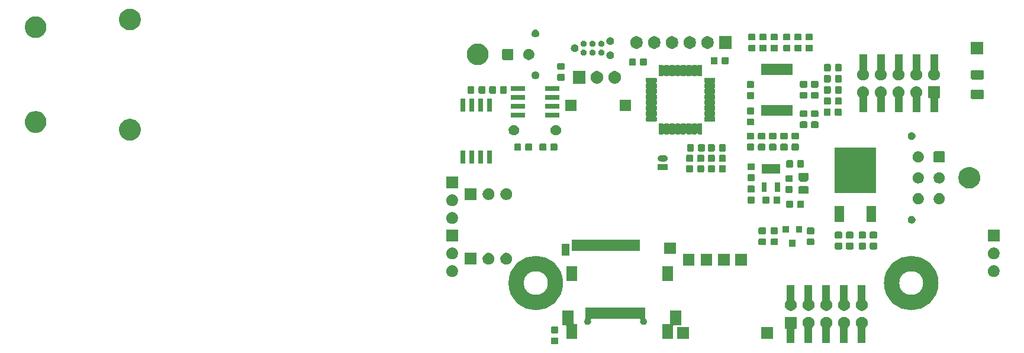
<source format=gbr>
G04 #@! TF.GenerationSoftware,KiCad,Pcbnew,5.1.5+dfsg1-2build2*
G04 #@! TF.CreationDate,2021-11-24T22:43:35+01:00*
G04 #@! TF.ProjectId,wideband_controller_mre,77696465-6261-46e6-945f-636f6e74726f,V1.2*
G04 #@! TF.SameCoordinates,Original*
G04 #@! TF.FileFunction,Soldermask,Top*
G04 #@! TF.FilePolarity,Negative*
%FSLAX46Y46*%
G04 Gerber Fmt 4.6, Leading zero omitted, Abs format (unit mm)*
G04 Created by KiCad (PCBNEW 5.1.5+dfsg1-2build2) date 2021-11-24 22:43:35*
%MOMM*%
%LPD*%
G04 APERTURE LIST*
%ADD10C,2.200000*%
%ADD11C,0.100000*%
G04 APERTURE END LIST*
D10*
X145000000Y-162700000D02*
G75*
G03X145000000Y-162700000I-2800000J0D01*
G01*
X91301785Y-162700000D02*
G75*
G03X91301785Y-162700000I-2801785J0D01*
G01*
D11*
G36*
X91579591Y-170503085D02*
G01*
X91613569Y-170513393D01*
X91644890Y-170530134D01*
X91672339Y-170552661D01*
X91694866Y-170580110D01*
X91711607Y-170611431D01*
X91721915Y-170645409D01*
X91726000Y-170686890D01*
X91726000Y-171288110D01*
X91721915Y-171329591D01*
X91711607Y-171363569D01*
X91694866Y-171394890D01*
X91672339Y-171422339D01*
X91644890Y-171444866D01*
X91613569Y-171461607D01*
X91579591Y-171471915D01*
X91538110Y-171476000D01*
X90861890Y-171476000D01*
X90820409Y-171471915D01*
X90786431Y-171461607D01*
X90755110Y-171444866D01*
X90727661Y-171422339D01*
X90705134Y-171394890D01*
X90688393Y-171363569D01*
X90678085Y-171329591D01*
X90674000Y-171288110D01*
X90674000Y-170686890D01*
X90678085Y-170645409D01*
X90688393Y-170611431D01*
X90705134Y-170580110D01*
X90727661Y-170552661D01*
X90755110Y-170530134D01*
X90786431Y-170513393D01*
X90820409Y-170503085D01*
X90861890Y-170499000D01*
X91538110Y-170499000D01*
X91579591Y-170503085D01*
G37*
G36*
X130301308Y-167560763D02*
G01*
X130456180Y-167624913D01*
X130595561Y-167718045D01*
X130714095Y-167836579D01*
X130807227Y-167975960D01*
X130871377Y-168130832D01*
X130904080Y-168295244D01*
X130904080Y-168462876D01*
X130871377Y-168627288D01*
X130807227Y-168782160D01*
X130714095Y-168921541D01*
X130635606Y-169000030D01*
X130620066Y-169018966D01*
X130608515Y-169040577D01*
X130601402Y-169064026D01*
X130599000Y-169088412D01*
X130599000Y-171257600D01*
X129497000Y-171257600D01*
X129497000Y-169078252D01*
X129494598Y-169053866D01*
X129487485Y-169030417D01*
X129475934Y-169008806D01*
X129460394Y-168989870D01*
X129392065Y-168921541D01*
X129298933Y-168782160D01*
X129234783Y-168627288D01*
X129202080Y-168462876D01*
X129202080Y-168295244D01*
X129234783Y-168130832D01*
X129298933Y-167975960D01*
X129392065Y-167836579D01*
X129510599Y-167718045D01*
X129649980Y-167624913D01*
X129804852Y-167560763D01*
X129969264Y-167528060D01*
X130136896Y-167528060D01*
X130301308Y-167560763D01*
G37*
G36*
X125824080Y-169230060D02*
G01*
X125643999Y-169230060D01*
X125619613Y-169232462D01*
X125596164Y-169239575D01*
X125574553Y-169251126D01*
X125555611Y-169266671D01*
X125540066Y-169285613D01*
X125528515Y-169307224D01*
X125521402Y-169330673D01*
X125519000Y-169355059D01*
X125519000Y-171257600D01*
X124417000Y-171257600D01*
X124417000Y-169355059D01*
X124414598Y-169330673D01*
X124407485Y-169307224D01*
X124395934Y-169285613D01*
X124380389Y-169266671D01*
X124361447Y-169251126D01*
X124339836Y-169239575D01*
X124316387Y-169232462D01*
X124292001Y-169230060D01*
X124122080Y-169230060D01*
X124122080Y-167528060D01*
X125824080Y-167528060D01*
X125824080Y-169230060D01*
G37*
G36*
X127761308Y-167560763D02*
G01*
X127916180Y-167624913D01*
X128055561Y-167718045D01*
X128174095Y-167836579D01*
X128267227Y-167975960D01*
X128331377Y-168130832D01*
X128364080Y-168295244D01*
X128364080Y-168462876D01*
X128331377Y-168627288D01*
X128267227Y-168782160D01*
X128174095Y-168921541D01*
X128095606Y-169000030D01*
X128080066Y-169018966D01*
X128068515Y-169040577D01*
X128061402Y-169064026D01*
X128059000Y-169088412D01*
X128059000Y-171257600D01*
X126957000Y-171257600D01*
X126957000Y-169078252D01*
X126954598Y-169053866D01*
X126947485Y-169030417D01*
X126935934Y-169008806D01*
X126920394Y-168989870D01*
X126852065Y-168921541D01*
X126758933Y-168782160D01*
X126694783Y-168627288D01*
X126662080Y-168462876D01*
X126662080Y-168295244D01*
X126694783Y-168130832D01*
X126758933Y-167975960D01*
X126852065Y-167836579D01*
X126970599Y-167718045D01*
X127109980Y-167624913D01*
X127264852Y-167560763D01*
X127429264Y-167528060D01*
X127596896Y-167528060D01*
X127761308Y-167560763D01*
G37*
G36*
X135381308Y-167560763D02*
G01*
X135536180Y-167624913D01*
X135675561Y-167718045D01*
X135794095Y-167836579D01*
X135887227Y-167975960D01*
X135951377Y-168130832D01*
X135984080Y-168295244D01*
X135984080Y-168462876D01*
X135951377Y-168627288D01*
X135887227Y-168782160D01*
X135794095Y-168921541D01*
X135715606Y-169000030D01*
X135700066Y-169018966D01*
X135688515Y-169040577D01*
X135681402Y-169064026D01*
X135679000Y-169088412D01*
X135679000Y-171257600D01*
X134577000Y-171257600D01*
X134577000Y-169078252D01*
X134574598Y-169053866D01*
X134567485Y-169030417D01*
X134555934Y-169008806D01*
X134540394Y-168989870D01*
X134472065Y-168921541D01*
X134378933Y-168782160D01*
X134314783Y-168627288D01*
X134282080Y-168462876D01*
X134282080Y-168295244D01*
X134314783Y-168130832D01*
X134378933Y-167975960D01*
X134472065Y-167836579D01*
X134590599Y-167718045D01*
X134729980Y-167624913D01*
X134884852Y-167560763D01*
X135049264Y-167528060D01*
X135216896Y-167528060D01*
X135381308Y-167560763D01*
G37*
G36*
X132841308Y-167560763D02*
G01*
X132996180Y-167624913D01*
X133135561Y-167718045D01*
X133254095Y-167836579D01*
X133347227Y-167975960D01*
X133411377Y-168130832D01*
X133444080Y-168295244D01*
X133444080Y-168462876D01*
X133411377Y-168627288D01*
X133347227Y-168782160D01*
X133254095Y-168921541D01*
X133175606Y-169000030D01*
X133160066Y-169018966D01*
X133148515Y-169040577D01*
X133141402Y-169064026D01*
X133139000Y-169088412D01*
X133139000Y-171257600D01*
X132037000Y-171257600D01*
X132037000Y-169078252D01*
X132034598Y-169053866D01*
X132027485Y-169030417D01*
X132015934Y-169008806D01*
X132000394Y-168989870D01*
X131932065Y-168921541D01*
X131838933Y-168782160D01*
X131774783Y-168627288D01*
X131742080Y-168462876D01*
X131742080Y-168295244D01*
X131774783Y-168130832D01*
X131838933Y-167975960D01*
X131932065Y-167836579D01*
X132050599Y-167718045D01*
X132189980Y-167624913D01*
X132344852Y-167560763D01*
X132509264Y-167528060D01*
X132676896Y-167528060D01*
X132841308Y-167560763D01*
G37*
G36*
X122466200Y-170731200D02*
G01*
X120764200Y-170731200D01*
X120764200Y-169029200D01*
X122466200Y-169029200D01*
X122466200Y-170731200D01*
G37*
G36*
X110401200Y-170731200D02*
G01*
X108699200Y-170731200D01*
X108699200Y-169029200D01*
X110401200Y-169029200D01*
X110401200Y-170731200D01*
G37*
G36*
X93927000Y-168459001D02*
G01*
X93929402Y-168483387D01*
X93936515Y-168506836D01*
X93948066Y-168528447D01*
X93963611Y-168547389D01*
X93982553Y-168562934D01*
X94004164Y-168574485D01*
X94027613Y-168581598D01*
X94051999Y-168584000D01*
X94411000Y-168584000D01*
X94411000Y-170686000D01*
X92859000Y-170686000D01*
X92859000Y-168871999D01*
X92856598Y-168847613D01*
X92849485Y-168824164D01*
X92837934Y-168802553D01*
X92822389Y-168783611D01*
X92803447Y-168768066D01*
X92781836Y-168756515D01*
X92758387Y-168749402D01*
X92734001Y-168747000D01*
X92301000Y-168747000D01*
X92301000Y-166613000D01*
X93927000Y-166613000D01*
X93927000Y-168459001D01*
G37*
G36*
X109327000Y-168747000D02*
G01*
X108285999Y-168747000D01*
X108261613Y-168749402D01*
X108238164Y-168756515D01*
X108216553Y-168768066D01*
X108197611Y-168783611D01*
X108182066Y-168802553D01*
X108170515Y-168824164D01*
X108163402Y-168847613D01*
X108161000Y-168871999D01*
X108161000Y-170686000D01*
X106609000Y-170686000D01*
X106609000Y-168584000D01*
X107576001Y-168584000D01*
X107600387Y-168581598D01*
X107623836Y-168574485D01*
X107645447Y-168562934D01*
X107664389Y-168547389D01*
X107679934Y-168528447D01*
X107691485Y-168506836D01*
X107698598Y-168483387D01*
X107701000Y-168459001D01*
X107701000Y-166613000D01*
X109327000Y-166613000D01*
X109327000Y-168747000D01*
G37*
G36*
X91579591Y-168928085D02*
G01*
X91613569Y-168938393D01*
X91644890Y-168955134D01*
X91672339Y-168977661D01*
X91694866Y-169005110D01*
X91711607Y-169036431D01*
X91721915Y-169070409D01*
X91726000Y-169111890D01*
X91726000Y-169713110D01*
X91721915Y-169754591D01*
X91711607Y-169788569D01*
X91694866Y-169819890D01*
X91672339Y-169847339D01*
X91644890Y-169869866D01*
X91613569Y-169886607D01*
X91579591Y-169896915D01*
X91538110Y-169901000D01*
X90861890Y-169901000D01*
X90820409Y-169896915D01*
X90786431Y-169886607D01*
X90755110Y-169869866D01*
X90727661Y-169847339D01*
X90705134Y-169819890D01*
X90688393Y-169788569D01*
X90678085Y-169754591D01*
X90674000Y-169713110D01*
X90674000Y-169111890D01*
X90678085Y-169070409D01*
X90688393Y-169036431D01*
X90705134Y-169005110D01*
X90727661Y-168977661D01*
X90755110Y-168955134D01*
X90786431Y-168938393D01*
X90820409Y-168928085D01*
X90861890Y-168924000D01*
X91538110Y-168924000D01*
X91579591Y-168928085D01*
G37*
G36*
X104161000Y-167709294D02*
G01*
X104163402Y-167733680D01*
X104170515Y-167757129D01*
X104182066Y-167778740D01*
X104197611Y-167797682D01*
X104216550Y-167813224D01*
X104229863Y-167822120D01*
X104298880Y-167891137D01*
X104353107Y-167972293D01*
X104390459Y-168062468D01*
X104409500Y-168158197D01*
X104409500Y-168255803D01*
X104390459Y-168351532D01*
X104353107Y-168441707D01*
X104298880Y-168522863D01*
X104229863Y-168591880D01*
X104148707Y-168646107D01*
X104058532Y-168683459D01*
X103962803Y-168702500D01*
X103865197Y-168702500D01*
X103769468Y-168683459D01*
X103679293Y-168646107D01*
X103598137Y-168591880D01*
X103529120Y-168522863D01*
X103474893Y-168441707D01*
X103437541Y-168351532D01*
X103418500Y-168255803D01*
X103418500Y-168158197D01*
X103437541Y-168062468D01*
X103459760Y-168008826D01*
X103466871Y-167985385D01*
X103469273Y-167960999D01*
X103466871Y-167936613D01*
X103459758Y-167913164D01*
X103448207Y-167891553D01*
X103432661Y-167872611D01*
X103413719Y-167857066D01*
X103392109Y-167845515D01*
X103368660Y-167838402D01*
X103344274Y-167836000D01*
X96483726Y-167836000D01*
X96459340Y-167838402D01*
X96435891Y-167845515D01*
X96414280Y-167857066D01*
X96395338Y-167872611D01*
X96379793Y-167891553D01*
X96368242Y-167913164D01*
X96361129Y-167936613D01*
X96358727Y-167960999D01*
X96361129Y-167985385D01*
X96368240Y-168008826D01*
X96390459Y-168062468D01*
X96409500Y-168158197D01*
X96409500Y-168255803D01*
X96390459Y-168351532D01*
X96353107Y-168441707D01*
X96298880Y-168522863D01*
X96229863Y-168591880D01*
X96148707Y-168646107D01*
X96058532Y-168683459D01*
X95962803Y-168702500D01*
X95865197Y-168702500D01*
X95769468Y-168683459D01*
X95679293Y-168646107D01*
X95598137Y-168591880D01*
X95529120Y-168522863D01*
X95474893Y-168441707D01*
X95437541Y-168351532D01*
X95418500Y-168255803D01*
X95418500Y-168158197D01*
X95437541Y-168062468D01*
X95474893Y-167972293D01*
X95529120Y-167891137D01*
X95534405Y-167883227D01*
X95537934Y-167878927D01*
X95549485Y-167857316D01*
X95556598Y-167833867D01*
X95559000Y-167809481D01*
X95559000Y-166234000D01*
X104161000Y-166234000D01*
X104161000Y-167709294D01*
G37*
G36*
X135679000Y-165129708D02*
G01*
X135681402Y-165154094D01*
X135688515Y-165177543D01*
X135700066Y-165199154D01*
X135715606Y-165218090D01*
X135794095Y-165296579D01*
X135887227Y-165435960D01*
X135951377Y-165590832D01*
X135984080Y-165755244D01*
X135984080Y-165922876D01*
X135951377Y-166087288D01*
X135887227Y-166242160D01*
X135794095Y-166381541D01*
X135675561Y-166500075D01*
X135536180Y-166593207D01*
X135381308Y-166657357D01*
X135216896Y-166690060D01*
X135049264Y-166690060D01*
X134884852Y-166657357D01*
X134729980Y-166593207D01*
X134590599Y-166500075D01*
X134472065Y-166381541D01*
X134378933Y-166242160D01*
X134314783Y-166087288D01*
X134282080Y-165922876D01*
X134282080Y-165755244D01*
X134314783Y-165590832D01*
X134378933Y-165435960D01*
X134472065Y-165296579D01*
X134540394Y-165228250D01*
X134555934Y-165209314D01*
X134567485Y-165187703D01*
X134574598Y-165164254D01*
X134577000Y-165139868D01*
X134577000Y-162955600D01*
X135679000Y-162955600D01*
X135679000Y-165129708D01*
G37*
G36*
X128059000Y-165129708D02*
G01*
X128061402Y-165154094D01*
X128068515Y-165177543D01*
X128080066Y-165199154D01*
X128095606Y-165218090D01*
X128174095Y-165296579D01*
X128267227Y-165435960D01*
X128331377Y-165590832D01*
X128364080Y-165755244D01*
X128364080Y-165922876D01*
X128331377Y-166087288D01*
X128267227Y-166242160D01*
X128174095Y-166381541D01*
X128055561Y-166500075D01*
X127916180Y-166593207D01*
X127761308Y-166657357D01*
X127596896Y-166690060D01*
X127429264Y-166690060D01*
X127264852Y-166657357D01*
X127109980Y-166593207D01*
X126970599Y-166500075D01*
X126852065Y-166381541D01*
X126758933Y-166242160D01*
X126694783Y-166087288D01*
X126662080Y-165922876D01*
X126662080Y-165755244D01*
X126694783Y-165590832D01*
X126758933Y-165435960D01*
X126852065Y-165296579D01*
X126920394Y-165228250D01*
X126935934Y-165209314D01*
X126947485Y-165187703D01*
X126954598Y-165164254D01*
X126957000Y-165139868D01*
X126957000Y-162955600D01*
X128059000Y-162955600D01*
X128059000Y-165129708D01*
G37*
G36*
X130599000Y-165129708D02*
G01*
X130601402Y-165154094D01*
X130608515Y-165177543D01*
X130620066Y-165199154D01*
X130635606Y-165218090D01*
X130714095Y-165296579D01*
X130807227Y-165435960D01*
X130871377Y-165590832D01*
X130904080Y-165755244D01*
X130904080Y-165922876D01*
X130871377Y-166087288D01*
X130807227Y-166242160D01*
X130714095Y-166381541D01*
X130595561Y-166500075D01*
X130456180Y-166593207D01*
X130301308Y-166657357D01*
X130136896Y-166690060D01*
X129969264Y-166690060D01*
X129804852Y-166657357D01*
X129649980Y-166593207D01*
X129510599Y-166500075D01*
X129392065Y-166381541D01*
X129298933Y-166242160D01*
X129234783Y-166087288D01*
X129202080Y-165922876D01*
X129202080Y-165755244D01*
X129234783Y-165590832D01*
X129298933Y-165435960D01*
X129392065Y-165296579D01*
X129460394Y-165228250D01*
X129475934Y-165209314D01*
X129487485Y-165187703D01*
X129494598Y-165164254D01*
X129497000Y-165139868D01*
X129497000Y-162955600D01*
X130599000Y-162955600D01*
X130599000Y-165129708D01*
G37*
G36*
X125519000Y-165129708D02*
G01*
X125521402Y-165154094D01*
X125528515Y-165177543D01*
X125540066Y-165199154D01*
X125555606Y-165218090D01*
X125634095Y-165296579D01*
X125727227Y-165435960D01*
X125791377Y-165590832D01*
X125824080Y-165755244D01*
X125824080Y-165922876D01*
X125791377Y-166087288D01*
X125727227Y-166242160D01*
X125634095Y-166381541D01*
X125515561Y-166500075D01*
X125376180Y-166593207D01*
X125221308Y-166657357D01*
X125056896Y-166690060D01*
X124889264Y-166690060D01*
X124724852Y-166657357D01*
X124569980Y-166593207D01*
X124430599Y-166500075D01*
X124312065Y-166381541D01*
X124218933Y-166242160D01*
X124154783Y-166087288D01*
X124122080Y-165922876D01*
X124122080Y-165755244D01*
X124154783Y-165590832D01*
X124218933Y-165435960D01*
X124312065Y-165296579D01*
X124380394Y-165228250D01*
X124395934Y-165209314D01*
X124407485Y-165187703D01*
X124414598Y-165164254D01*
X124417000Y-165139868D01*
X124417000Y-162955600D01*
X125519000Y-162955600D01*
X125519000Y-165129708D01*
G37*
G36*
X133139000Y-165129708D02*
G01*
X133141402Y-165154094D01*
X133148515Y-165177543D01*
X133160066Y-165199154D01*
X133175606Y-165218090D01*
X133254095Y-165296579D01*
X133347227Y-165435960D01*
X133411377Y-165590832D01*
X133444080Y-165755244D01*
X133444080Y-165922876D01*
X133411377Y-166087288D01*
X133347227Y-166242160D01*
X133254095Y-166381541D01*
X133135561Y-166500075D01*
X132996180Y-166593207D01*
X132841308Y-166657357D01*
X132676896Y-166690060D01*
X132509264Y-166690060D01*
X132344852Y-166657357D01*
X132189980Y-166593207D01*
X132050599Y-166500075D01*
X131932065Y-166381541D01*
X131838933Y-166242160D01*
X131774783Y-166087288D01*
X131742080Y-165922876D01*
X131742080Y-165755244D01*
X131774783Y-165590832D01*
X131838933Y-165435960D01*
X131932065Y-165296579D01*
X132000394Y-165228250D01*
X132015934Y-165209314D01*
X132027485Y-165187703D01*
X132034598Y-165164254D01*
X132037000Y-165139868D01*
X132037000Y-162955600D01*
X133139000Y-162955600D01*
X133139000Y-165129708D01*
G37*
G36*
X94411000Y-162386000D02*
G01*
X92859000Y-162386000D01*
X92859000Y-160284000D01*
X94411000Y-160284000D01*
X94411000Y-162386000D01*
G37*
G36*
X108161000Y-162386000D02*
G01*
X106609000Y-162386000D01*
X106609000Y-160284000D01*
X108161000Y-160284000D01*
X108161000Y-162386000D01*
G37*
G36*
X76778428Y-160171903D02*
G01*
X76933300Y-160236053D01*
X77072681Y-160329185D01*
X77191215Y-160447719D01*
X77284347Y-160587100D01*
X77348497Y-160741972D01*
X77381200Y-160906384D01*
X77381200Y-161074016D01*
X77348497Y-161238428D01*
X77284347Y-161393300D01*
X77191215Y-161532681D01*
X77072681Y-161651215D01*
X76933300Y-161744347D01*
X76778428Y-161808497D01*
X76614016Y-161841200D01*
X76446384Y-161841200D01*
X76281972Y-161808497D01*
X76127100Y-161744347D01*
X75987719Y-161651215D01*
X75869185Y-161532681D01*
X75776053Y-161393300D01*
X75711903Y-161238428D01*
X75679200Y-161074016D01*
X75679200Y-160906384D01*
X75711903Y-160741972D01*
X75776053Y-160587100D01*
X75869185Y-160447719D01*
X75987719Y-160329185D01*
X76127100Y-160236053D01*
X76281972Y-160171903D01*
X76446384Y-160139200D01*
X76614016Y-160139200D01*
X76778428Y-160171903D01*
G37*
G36*
X154248428Y-160171903D02*
G01*
X154403300Y-160236053D01*
X154542681Y-160329185D01*
X154661215Y-160447719D01*
X154754347Y-160587100D01*
X154818497Y-160741972D01*
X154851200Y-160906384D01*
X154851200Y-161074016D01*
X154818497Y-161238428D01*
X154754347Y-161393300D01*
X154661215Y-161532681D01*
X154542681Y-161651215D01*
X154403300Y-161744347D01*
X154248428Y-161808497D01*
X154084016Y-161841200D01*
X153916384Y-161841200D01*
X153751972Y-161808497D01*
X153597100Y-161744347D01*
X153457719Y-161651215D01*
X153339185Y-161532681D01*
X153246053Y-161393300D01*
X153181903Y-161238428D01*
X153149200Y-161074016D01*
X153149200Y-160906384D01*
X153181903Y-160741972D01*
X153246053Y-160587100D01*
X153339185Y-160447719D01*
X153457719Y-160329185D01*
X153597100Y-160236053D01*
X153751972Y-160171903D01*
X153916384Y-160139200D01*
X154084016Y-160139200D01*
X154248428Y-160171903D01*
G37*
G36*
X118751600Y-160211800D02*
G01*
X117049600Y-160211800D01*
X117049600Y-158509800D01*
X118751600Y-158509800D01*
X118751600Y-160211800D01*
G37*
G36*
X116251600Y-160211800D02*
G01*
X114549600Y-160211800D01*
X114549600Y-158509800D01*
X116251600Y-158509800D01*
X116251600Y-160211800D01*
G37*
G36*
X113713600Y-160173800D02*
G01*
X112087600Y-160173800D01*
X112087600Y-158547800D01*
X113713600Y-158547800D01*
X113713600Y-160173800D01*
G37*
G36*
X111213600Y-160173800D02*
G01*
X109587600Y-160173800D01*
X109587600Y-158547800D01*
X111213600Y-158547800D01*
X111213600Y-160173800D01*
G37*
G36*
X81985428Y-158393903D02*
G01*
X82140300Y-158458053D01*
X82279681Y-158551185D01*
X82398215Y-158669719D01*
X82491347Y-158809100D01*
X82555497Y-158963972D01*
X82588200Y-159128384D01*
X82588200Y-159296016D01*
X82555497Y-159460428D01*
X82491347Y-159615300D01*
X82398215Y-159754681D01*
X82279681Y-159873215D01*
X82140300Y-159966347D01*
X81985428Y-160030497D01*
X81821016Y-160063200D01*
X81653384Y-160063200D01*
X81488972Y-160030497D01*
X81334100Y-159966347D01*
X81194719Y-159873215D01*
X81076185Y-159754681D01*
X80983053Y-159615300D01*
X80918903Y-159460428D01*
X80886200Y-159296016D01*
X80886200Y-159128384D01*
X80918903Y-158963972D01*
X80983053Y-158809100D01*
X81076185Y-158669719D01*
X81194719Y-158551185D01*
X81334100Y-158458053D01*
X81488972Y-158393903D01*
X81653384Y-158361200D01*
X81821016Y-158361200D01*
X81985428Y-158393903D01*
G37*
G36*
X80048200Y-160063200D02*
G01*
X78346200Y-160063200D01*
X78346200Y-158361200D01*
X80048200Y-158361200D01*
X80048200Y-160063200D01*
G37*
G36*
X84525428Y-158393903D02*
G01*
X84680300Y-158458053D01*
X84819681Y-158551185D01*
X84938215Y-158669719D01*
X85031347Y-158809100D01*
X85095497Y-158963972D01*
X85128200Y-159128384D01*
X85128200Y-159296016D01*
X85095497Y-159460428D01*
X85031347Y-159615300D01*
X84938215Y-159754681D01*
X84819681Y-159873215D01*
X84680300Y-159966347D01*
X84525428Y-160030497D01*
X84361016Y-160063200D01*
X84193384Y-160063200D01*
X84028972Y-160030497D01*
X83874100Y-159966347D01*
X83734719Y-159873215D01*
X83616185Y-159754681D01*
X83523053Y-159615300D01*
X83458903Y-159460428D01*
X83426200Y-159296016D01*
X83426200Y-159128384D01*
X83458903Y-158963972D01*
X83523053Y-158809100D01*
X83616185Y-158669719D01*
X83734719Y-158551185D01*
X83874100Y-158458053D01*
X84028972Y-158393903D01*
X84193384Y-158361200D01*
X84361016Y-158361200D01*
X84525428Y-158393903D01*
G37*
G36*
X154248428Y-157631903D02*
G01*
X154403300Y-157696053D01*
X154542681Y-157789185D01*
X154661215Y-157907719D01*
X154754347Y-158047100D01*
X154818497Y-158201972D01*
X154851200Y-158366384D01*
X154851200Y-158534016D01*
X154818497Y-158698428D01*
X154754347Y-158853300D01*
X154661215Y-158992681D01*
X154542681Y-159111215D01*
X154403300Y-159204347D01*
X154248428Y-159268497D01*
X154084016Y-159301200D01*
X153916384Y-159301200D01*
X153751972Y-159268497D01*
X153597100Y-159204347D01*
X153457719Y-159111215D01*
X153339185Y-158992681D01*
X153246053Y-158853300D01*
X153181903Y-158698428D01*
X153149200Y-158534016D01*
X153149200Y-158366384D01*
X153181903Y-158201972D01*
X153246053Y-158047100D01*
X153339185Y-157907719D01*
X153457719Y-157789185D01*
X153597100Y-157696053D01*
X153751972Y-157631903D01*
X153916384Y-157599200D01*
X154084016Y-157599200D01*
X154248428Y-157631903D01*
G37*
G36*
X76778428Y-157631903D02*
G01*
X76933300Y-157696053D01*
X77072681Y-157789185D01*
X77191215Y-157907719D01*
X77284347Y-158047100D01*
X77348497Y-158201972D01*
X77381200Y-158366384D01*
X77381200Y-158534016D01*
X77348497Y-158698428D01*
X77284347Y-158853300D01*
X77191215Y-158992681D01*
X77072681Y-159111215D01*
X76933300Y-159204347D01*
X76778428Y-159268497D01*
X76614016Y-159301200D01*
X76446384Y-159301200D01*
X76281972Y-159268497D01*
X76127100Y-159204347D01*
X75987719Y-159111215D01*
X75869185Y-158992681D01*
X75776053Y-158853300D01*
X75711903Y-158698428D01*
X75679200Y-158534016D01*
X75679200Y-158366384D01*
X75711903Y-158201972D01*
X75776053Y-158047100D01*
X75869185Y-157907719D01*
X75987719Y-157789185D01*
X76127100Y-157696053D01*
X76281972Y-157631903D01*
X76446384Y-157599200D01*
X76614016Y-157599200D01*
X76778428Y-157631903D01*
G37*
G36*
X93327000Y-158720000D02*
G01*
X92209000Y-158720000D01*
X92209000Y-157094000D01*
X93327000Y-157094000D01*
X93327000Y-158720000D01*
G37*
G36*
X108508000Y-158512000D02*
G01*
X106882000Y-158512000D01*
X106882000Y-156886000D01*
X108508000Y-156886000D01*
X108508000Y-158512000D01*
G37*
G36*
X103346000Y-158120000D02*
G01*
X93682000Y-158120000D01*
X93682000Y-156494000D01*
X103346000Y-156494000D01*
X103346000Y-158120000D01*
G37*
G36*
X132179591Y-156903085D02*
G01*
X132213569Y-156913393D01*
X132244890Y-156930134D01*
X132272339Y-156952661D01*
X132294866Y-156980110D01*
X132311607Y-157011431D01*
X132321915Y-157045409D01*
X132326000Y-157086890D01*
X132326000Y-157688110D01*
X132321915Y-157729591D01*
X132311607Y-157763569D01*
X132294866Y-157794890D01*
X132272339Y-157822339D01*
X132244890Y-157844866D01*
X132213569Y-157861607D01*
X132179591Y-157871915D01*
X132138110Y-157876000D01*
X131461890Y-157876000D01*
X131420409Y-157871915D01*
X131386431Y-157861607D01*
X131355110Y-157844866D01*
X131327661Y-157822339D01*
X131305134Y-157794890D01*
X131288393Y-157763569D01*
X131278085Y-157729591D01*
X131274000Y-157688110D01*
X131274000Y-157086890D01*
X131278085Y-157045409D01*
X131288393Y-157011431D01*
X131305134Y-156980110D01*
X131327661Y-156952661D01*
X131355110Y-156930134D01*
X131386431Y-156913393D01*
X131420409Y-156903085D01*
X131461890Y-156899000D01*
X132138110Y-156899000D01*
X132179591Y-156903085D01*
G37*
G36*
X133779591Y-156903085D02*
G01*
X133813569Y-156913393D01*
X133844890Y-156930134D01*
X133872339Y-156952661D01*
X133894866Y-156980110D01*
X133911607Y-157011431D01*
X133921915Y-157045409D01*
X133926000Y-157086890D01*
X133926000Y-157688110D01*
X133921915Y-157729591D01*
X133911607Y-157763569D01*
X133894866Y-157794890D01*
X133872339Y-157822339D01*
X133844890Y-157844866D01*
X133813569Y-157861607D01*
X133779591Y-157871915D01*
X133738110Y-157876000D01*
X133061890Y-157876000D01*
X133020409Y-157871915D01*
X132986431Y-157861607D01*
X132955110Y-157844866D01*
X132927661Y-157822339D01*
X132905134Y-157794890D01*
X132888393Y-157763569D01*
X132878085Y-157729591D01*
X132874000Y-157688110D01*
X132874000Y-157086890D01*
X132878085Y-157045409D01*
X132888393Y-157011431D01*
X132905134Y-156980110D01*
X132927661Y-156952661D01*
X132955110Y-156930134D01*
X132986431Y-156913393D01*
X133020409Y-156903085D01*
X133061890Y-156899000D01*
X133738110Y-156899000D01*
X133779591Y-156903085D01*
G37*
G36*
X135579591Y-156903085D02*
G01*
X135613569Y-156913393D01*
X135644890Y-156930134D01*
X135672339Y-156952661D01*
X135694866Y-156980110D01*
X135711607Y-157011431D01*
X135721915Y-157045409D01*
X135726000Y-157086890D01*
X135726000Y-157688110D01*
X135721915Y-157729591D01*
X135711607Y-157763569D01*
X135694866Y-157794890D01*
X135672339Y-157822339D01*
X135644890Y-157844866D01*
X135613569Y-157861607D01*
X135579591Y-157871915D01*
X135538110Y-157876000D01*
X134861890Y-157876000D01*
X134820409Y-157871915D01*
X134786431Y-157861607D01*
X134755110Y-157844866D01*
X134727661Y-157822339D01*
X134705134Y-157794890D01*
X134688393Y-157763569D01*
X134678085Y-157729591D01*
X134674000Y-157688110D01*
X134674000Y-157086890D01*
X134678085Y-157045409D01*
X134688393Y-157011431D01*
X134705134Y-156980110D01*
X134727661Y-156952661D01*
X134755110Y-156930134D01*
X134786431Y-156913393D01*
X134820409Y-156903085D01*
X134861890Y-156899000D01*
X135538110Y-156899000D01*
X135579591Y-156903085D01*
G37*
G36*
X137179591Y-156903085D02*
G01*
X137213569Y-156913393D01*
X137244890Y-156930134D01*
X137272339Y-156952661D01*
X137294866Y-156980110D01*
X137311607Y-157011431D01*
X137321915Y-157045409D01*
X137326000Y-157086890D01*
X137326000Y-157688110D01*
X137321915Y-157729591D01*
X137311607Y-157763569D01*
X137294866Y-157794890D01*
X137272339Y-157822339D01*
X137244890Y-157844866D01*
X137213569Y-157861607D01*
X137179591Y-157871915D01*
X137138110Y-157876000D01*
X136461890Y-157876000D01*
X136420409Y-157871915D01*
X136386431Y-157861607D01*
X136355110Y-157844866D01*
X136327661Y-157822339D01*
X136305134Y-157794890D01*
X136288393Y-157763569D01*
X136278085Y-157729591D01*
X136274000Y-157688110D01*
X136274000Y-157086890D01*
X136278085Y-157045409D01*
X136288393Y-157011431D01*
X136305134Y-156980110D01*
X136327661Y-156952661D01*
X136355110Y-156930134D01*
X136386431Y-156913393D01*
X136420409Y-156903085D01*
X136461890Y-156899000D01*
X137138110Y-156899000D01*
X137179591Y-156903085D01*
G37*
G36*
X125651000Y-157501000D02*
G01*
X124749000Y-157501000D01*
X124749000Y-156499000D01*
X125651000Y-156499000D01*
X125651000Y-157501000D01*
G37*
G36*
X128179591Y-156303085D02*
G01*
X128213569Y-156313393D01*
X128244890Y-156330134D01*
X128272339Y-156352661D01*
X128294866Y-156380110D01*
X128311607Y-156411431D01*
X128321915Y-156445409D01*
X128326000Y-156486890D01*
X128326000Y-157088110D01*
X128321915Y-157129591D01*
X128311607Y-157163569D01*
X128294866Y-157194890D01*
X128272339Y-157222339D01*
X128244890Y-157244866D01*
X128213569Y-157261607D01*
X128179591Y-157271915D01*
X128138110Y-157276000D01*
X127461890Y-157276000D01*
X127420409Y-157271915D01*
X127386431Y-157261607D01*
X127355110Y-157244866D01*
X127327661Y-157222339D01*
X127305134Y-157194890D01*
X127288393Y-157163569D01*
X127278085Y-157129591D01*
X127274000Y-157088110D01*
X127274000Y-156486890D01*
X127278085Y-156445409D01*
X127288393Y-156411431D01*
X127305134Y-156380110D01*
X127327661Y-156352661D01*
X127355110Y-156330134D01*
X127386431Y-156313393D01*
X127420409Y-156303085D01*
X127461890Y-156299000D01*
X128138110Y-156299000D01*
X128179591Y-156303085D01*
G37*
G36*
X122991791Y-156297185D02*
G01*
X123025769Y-156307493D01*
X123057090Y-156324234D01*
X123084539Y-156346761D01*
X123107066Y-156374210D01*
X123123807Y-156405531D01*
X123134115Y-156439509D01*
X123138200Y-156480990D01*
X123138200Y-157082210D01*
X123134115Y-157123691D01*
X123123807Y-157157669D01*
X123107066Y-157188990D01*
X123084539Y-157216439D01*
X123057090Y-157238966D01*
X123025769Y-157255707D01*
X122991791Y-157266015D01*
X122950310Y-157270100D01*
X122274090Y-157270100D01*
X122232609Y-157266015D01*
X122198631Y-157255707D01*
X122167310Y-157238966D01*
X122139861Y-157216439D01*
X122117334Y-157188990D01*
X122100593Y-157157669D01*
X122090285Y-157123691D01*
X122086200Y-157082210D01*
X122086200Y-156480990D01*
X122090285Y-156439509D01*
X122100593Y-156405531D01*
X122117334Y-156374210D01*
X122139861Y-156346761D01*
X122167310Y-156324234D01*
X122198631Y-156307493D01*
X122232609Y-156297185D01*
X122274090Y-156293100D01*
X122950310Y-156293100D01*
X122991791Y-156297185D01*
G37*
G36*
X121264591Y-156297085D02*
G01*
X121298569Y-156307393D01*
X121329890Y-156324134D01*
X121357339Y-156346661D01*
X121379866Y-156374110D01*
X121396607Y-156405431D01*
X121406915Y-156439409D01*
X121411000Y-156480890D01*
X121411000Y-157082110D01*
X121406915Y-157123591D01*
X121396607Y-157157569D01*
X121379866Y-157188890D01*
X121357339Y-157216339D01*
X121329890Y-157238866D01*
X121298569Y-157255607D01*
X121264591Y-157265915D01*
X121223110Y-157270000D01*
X120546890Y-157270000D01*
X120505409Y-157265915D01*
X120471431Y-157255607D01*
X120440110Y-157238866D01*
X120412661Y-157216339D01*
X120390134Y-157188890D01*
X120373393Y-157157569D01*
X120363085Y-157123591D01*
X120359000Y-157082110D01*
X120359000Y-156480890D01*
X120363085Y-156439409D01*
X120373393Y-156405431D01*
X120390134Y-156374110D01*
X120412661Y-156346661D01*
X120440110Y-156324134D01*
X120471431Y-156307393D01*
X120505409Y-156297085D01*
X120546890Y-156293000D01*
X121223110Y-156293000D01*
X121264591Y-156297085D01*
G37*
G36*
X77381200Y-156761200D02*
G01*
X75679200Y-156761200D01*
X75679200Y-155059200D01*
X77381200Y-155059200D01*
X77381200Y-156761200D01*
G37*
G36*
X154851200Y-156761200D02*
G01*
X153149200Y-156761200D01*
X153149200Y-155059200D01*
X154851200Y-155059200D01*
X154851200Y-156761200D01*
G37*
G36*
X137179591Y-155328085D02*
G01*
X137213569Y-155338393D01*
X137244890Y-155355134D01*
X137272339Y-155377661D01*
X137294866Y-155405110D01*
X137311607Y-155436431D01*
X137321915Y-155470409D01*
X137326000Y-155511890D01*
X137326000Y-156113110D01*
X137321915Y-156154591D01*
X137311607Y-156188569D01*
X137294866Y-156219890D01*
X137272339Y-156247339D01*
X137244890Y-156269866D01*
X137213569Y-156286607D01*
X137179591Y-156296915D01*
X137138110Y-156301000D01*
X136461890Y-156301000D01*
X136420409Y-156296915D01*
X136386431Y-156286607D01*
X136355110Y-156269866D01*
X136327661Y-156247339D01*
X136305134Y-156219890D01*
X136288393Y-156188569D01*
X136278085Y-156154591D01*
X136274000Y-156113110D01*
X136274000Y-155511890D01*
X136278085Y-155470409D01*
X136288393Y-155436431D01*
X136305134Y-155405110D01*
X136327661Y-155377661D01*
X136355110Y-155355134D01*
X136386431Y-155338393D01*
X136420409Y-155328085D01*
X136461890Y-155324000D01*
X137138110Y-155324000D01*
X137179591Y-155328085D01*
G37*
G36*
X135579591Y-155328085D02*
G01*
X135613569Y-155338393D01*
X135644890Y-155355134D01*
X135672339Y-155377661D01*
X135694866Y-155405110D01*
X135711607Y-155436431D01*
X135721915Y-155470409D01*
X135726000Y-155511890D01*
X135726000Y-156113110D01*
X135721915Y-156154591D01*
X135711607Y-156188569D01*
X135694866Y-156219890D01*
X135672339Y-156247339D01*
X135644890Y-156269866D01*
X135613569Y-156286607D01*
X135579591Y-156296915D01*
X135538110Y-156301000D01*
X134861890Y-156301000D01*
X134820409Y-156296915D01*
X134786431Y-156286607D01*
X134755110Y-156269866D01*
X134727661Y-156247339D01*
X134705134Y-156219890D01*
X134688393Y-156188569D01*
X134678085Y-156154591D01*
X134674000Y-156113110D01*
X134674000Y-155511890D01*
X134678085Y-155470409D01*
X134688393Y-155436431D01*
X134705134Y-155405110D01*
X134727661Y-155377661D01*
X134755110Y-155355134D01*
X134786431Y-155338393D01*
X134820409Y-155328085D01*
X134861890Y-155324000D01*
X135538110Y-155324000D01*
X135579591Y-155328085D01*
G37*
G36*
X133779591Y-155328085D02*
G01*
X133813569Y-155338393D01*
X133844890Y-155355134D01*
X133872339Y-155377661D01*
X133894866Y-155405110D01*
X133911607Y-155436431D01*
X133921915Y-155470409D01*
X133926000Y-155511890D01*
X133926000Y-156113110D01*
X133921915Y-156154591D01*
X133911607Y-156188569D01*
X133894866Y-156219890D01*
X133872339Y-156247339D01*
X133844890Y-156269866D01*
X133813569Y-156286607D01*
X133779591Y-156296915D01*
X133738110Y-156301000D01*
X133061890Y-156301000D01*
X133020409Y-156296915D01*
X132986431Y-156286607D01*
X132955110Y-156269866D01*
X132927661Y-156247339D01*
X132905134Y-156219890D01*
X132888393Y-156188569D01*
X132878085Y-156154591D01*
X132874000Y-156113110D01*
X132874000Y-155511890D01*
X132878085Y-155470409D01*
X132888393Y-155436431D01*
X132905134Y-155405110D01*
X132927661Y-155377661D01*
X132955110Y-155355134D01*
X132986431Y-155338393D01*
X133020409Y-155328085D01*
X133061890Y-155324000D01*
X133738110Y-155324000D01*
X133779591Y-155328085D01*
G37*
G36*
X132179591Y-155328085D02*
G01*
X132213569Y-155338393D01*
X132244890Y-155355134D01*
X132272339Y-155377661D01*
X132294866Y-155405110D01*
X132311607Y-155436431D01*
X132321915Y-155470409D01*
X132326000Y-155511890D01*
X132326000Y-156113110D01*
X132321915Y-156154591D01*
X132311607Y-156188569D01*
X132294866Y-156219890D01*
X132272339Y-156247339D01*
X132244890Y-156269866D01*
X132213569Y-156286607D01*
X132179591Y-156296915D01*
X132138110Y-156301000D01*
X131461890Y-156301000D01*
X131420409Y-156296915D01*
X131386431Y-156286607D01*
X131355110Y-156269866D01*
X131327661Y-156247339D01*
X131305134Y-156219890D01*
X131288393Y-156188569D01*
X131278085Y-156154591D01*
X131274000Y-156113110D01*
X131274000Y-155511890D01*
X131278085Y-155470409D01*
X131288393Y-155436431D01*
X131305134Y-155405110D01*
X131327661Y-155377661D01*
X131355110Y-155355134D01*
X131386431Y-155338393D01*
X131420409Y-155328085D01*
X131461890Y-155324000D01*
X132138110Y-155324000D01*
X132179591Y-155328085D01*
G37*
G36*
X128179591Y-154728085D02*
G01*
X128213569Y-154738393D01*
X128244890Y-154755134D01*
X128272339Y-154777661D01*
X128294866Y-154805110D01*
X128311607Y-154836431D01*
X128321915Y-154870409D01*
X128326000Y-154911890D01*
X128326000Y-155513110D01*
X128321915Y-155554591D01*
X128311607Y-155588569D01*
X128294866Y-155619890D01*
X128272339Y-155647339D01*
X128244890Y-155669866D01*
X128213569Y-155686607D01*
X128179591Y-155696915D01*
X128138110Y-155701000D01*
X127461890Y-155701000D01*
X127420409Y-155696915D01*
X127386431Y-155686607D01*
X127355110Y-155669866D01*
X127327661Y-155647339D01*
X127305134Y-155619890D01*
X127288393Y-155588569D01*
X127278085Y-155554591D01*
X127274000Y-155513110D01*
X127274000Y-154911890D01*
X127278085Y-154870409D01*
X127288393Y-154836431D01*
X127305134Y-154805110D01*
X127327661Y-154777661D01*
X127355110Y-154755134D01*
X127386431Y-154738393D01*
X127420409Y-154728085D01*
X127461890Y-154724000D01*
X128138110Y-154724000D01*
X128179591Y-154728085D01*
G37*
G36*
X122991791Y-154722185D02*
G01*
X123025769Y-154732493D01*
X123057090Y-154749234D01*
X123084539Y-154771761D01*
X123107066Y-154799210D01*
X123123807Y-154830531D01*
X123134115Y-154864509D01*
X123138200Y-154905990D01*
X123138200Y-155507210D01*
X123134115Y-155548691D01*
X123123807Y-155582669D01*
X123107066Y-155613990D01*
X123084539Y-155641439D01*
X123057090Y-155663966D01*
X123025769Y-155680707D01*
X122991791Y-155691015D01*
X122950310Y-155695100D01*
X122274090Y-155695100D01*
X122232609Y-155691015D01*
X122198631Y-155680707D01*
X122167310Y-155663966D01*
X122139861Y-155641439D01*
X122117334Y-155613990D01*
X122100593Y-155582669D01*
X122090285Y-155548691D01*
X122086200Y-155507210D01*
X122086200Y-154905990D01*
X122090285Y-154864509D01*
X122100593Y-154830531D01*
X122117334Y-154799210D01*
X122139861Y-154771761D01*
X122167310Y-154749234D01*
X122198631Y-154732493D01*
X122232609Y-154722185D01*
X122274090Y-154718100D01*
X122950310Y-154718100D01*
X122991791Y-154722185D01*
G37*
G36*
X121264591Y-154722085D02*
G01*
X121298569Y-154732393D01*
X121329890Y-154749134D01*
X121357339Y-154771661D01*
X121379866Y-154799110D01*
X121396607Y-154830431D01*
X121406915Y-154864409D01*
X121411000Y-154905890D01*
X121411000Y-155507110D01*
X121406915Y-155548591D01*
X121396607Y-155582569D01*
X121379866Y-155613890D01*
X121357339Y-155641339D01*
X121329890Y-155663866D01*
X121298569Y-155680607D01*
X121264591Y-155690915D01*
X121223110Y-155695000D01*
X120546890Y-155695000D01*
X120505409Y-155690915D01*
X120471431Y-155680607D01*
X120440110Y-155663866D01*
X120412661Y-155641339D01*
X120390134Y-155613890D01*
X120373393Y-155582569D01*
X120363085Y-155548591D01*
X120359000Y-155507110D01*
X120359000Y-154905890D01*
X120363085Y-154864409D01*
X120373393Y-154830431D01*
X120390134Y-154799110D01*
X120412661Y-154771661D01*
X120440110Y-154749134D01*
X120471431Y-154732393D01*
X120505409Y-154722085D01*
X120546890Y-154718000D01*
X121223110Y-154718000D01*
X121264591Y-154722085D01*
G37*
G36*
X126601000Y-155501000D02*
G01*
X125699000Y-155501000D01*
X125699000Y-154499000D01*
X126601000Y-154499000D01*
X126601000Y-155501000D01*
G37*
G36*
X124701000Y-155501000D02*
G01*
X123799000Y-155501000D01*
X123799000Y-154499000D01*
X124701000Y-154499000D01*
X124701000Y-155501000D01*
G37*
G36*
X76778428Y-152551903D02*
G01*
X76933300Y-152616053D01*
X77072681Y-152709185D01*
X77191215Y-152827719D01*
X77284347Y-152967100D01*
X77348497Y-153121972D01*
X77381200Y-153286384D01*
X77381200Y-153454016D01*
X77348497Y-153618428D01*
X77284347Y-153773300D01*
X77191215Y-153912681D01*
X77072681Y-154031215D01*
X76933300Y-154124347D01*
X76778428Y-154188497D01*
X76614016Y-154221200D01*
X76446384Y-154221200D01*
X76281972Y-154188497D01*
X76127100Y-154124347D01*
X75987719Y-154031215D01*
X75869185Y-153912681D01*
X75776053Y-153773300D01*
X75711903Y-153618428D01*
X75679200Y-153454016D01*
X75679200Y-153286384D01*
X75711903Y-153121972D01*
X75776053Y-152967100D01*
X75869185Y-152827719D01*
X75987719Y-152709185D01*
X76127100Y-152616053D01*
X76281972Y-152551903D01*
X76446384Y-152519200D01*
X76614016Y-152519200D01*
X76778428Y-152551903D01*
G37*
G36*
X142420721Y-153070174D02*
G01*
X142520995Y-153111709D01*
X142565812Y-153141655D01*
X142611242Y-153172010D01*
X142687990Y-153248758D01*
X142687991Y-153248760D01*
X142748291Y-153339005D01*
X142789826Y-153439279D01*
X142811000Y-153545730D01*
X142811000Y-153654270D01*
X142789826Y-153760721D01*
X142748291Y-153860995D01*
X142748290Y-153860996D01*
X142687990Y-153951242D01*
X142611242Y-154027990D01*
X142606415Y-154031215D01*
X142520995Y-154088291D01*
X142420721Y-154129826D01*
X142314270Y-154151000D01*
X142205730Y-154151000D01*
X142099279Y-154129826D01*
X141999005Y-154088291D01*
X141913585Y-154031215D01*
X141908758Y-154027990D01*
X141832010Y-153951242D01*
X141771710Y-153860996D01*
X141771709Y-153860995D01*
X141730174Y-153760721D01*
X141709000Y-153654270D01*
X141709000Y-153545730D01*
X141730174Y-153439279D01*
X141771709Y-153339005D01*
X141832009Y-153248760D01*
X141832010Y-153248758D01*
X141908758Y-153172010D01*
X141954188Y-153141655D01*
X141999005Y-153111709D01*
X142099279Y-153070174D01*
X142205730Y-153049000D01*
X142314270Y-153049000D01*
X142420721Y-153070174D01*
G37*
G36*
X132571000Y-153951000D02*
G01*
X131269000Y-153951000D01*
X131269000Y-151649000D01*
X132571000Y-151649000D01*
X132571000Y-153951000D01*
G37*
G36*
X137131000Y-153951000D02*
G01*
X135829000Y-153951000D01*
X135829000Y-151649000D01*
X137131000Y-151649000D01*
X137131000Y-153951000D01*
G37*
G36*
X125154591Y-150878085D02*
G01*
X125188569Y-150888393D01*
X125219890Y-150905134D01*
X125247339Y-150927661D01*
X125269866Y-150955110D01*
X125286607Y-150986431D01*
X125296915Y-151020409D01*
X125301000Y-151061890D01*
X125301000Y-151738110D01*
X125296915Y-151779591D01*
X125286607Y-151813569D01*
X125269866Y-151844890D01*
X125247339Y-151872339D01*
X125219890Y-151894866D01*
X125188569Y-151911607D01*
X125154591Y-151921915D01*
X125113110Y-151926000D01*
X124511890Y-151926000D01*
X124470409Y-151921915D01*
X124436431Y-151911607D01*
X124405110Y-151894866D01*
X124377661Y-151872339D01*
X124355134Y-151844890D01*
X124338393Y-151813569D01*
X124328085Y-151779591D01*
X124324000Y-151738110D01*
X124324000Y-151061890D01*
X124328085Y-151020409D01*
X124338393Y-150986431D01*
X124355134Y-150955110D01*
X124377661Y-150927661D01*
X124405110Y-150905134D01*
X124436431Y-150888393D01*
X124470409Y-150878085D01*
X124511890Y-150874000D01*
X125113110Y-150874000D01*
X125154591Y-150878085D01*
G37*
G36*
X126729591Y-150878085D02*
G01*
X126763569Y-150888393D01*
X126794890Y-150905134D01*
X126822339Y-150927661D01*
X126844866Y-150955110D01*
X126861607Y-150986431D01*
X126871915Y-151020409D01*
X126876000Y-151061890D01*
X126876000Y-151738110D01*
X126871915Y-151779591D01*
X126861607Y-151813569D01*
X126844866Y-151844890D01*
X126822339Y-151872339D01*
X126794890Y-151894866D01*
X126763569Y-151911607D01*
X126729591Y-151921915D01*
X126688110Y-151926000D01*
X126086890Y-151926000D01*
X126045409Y-151921915D01*
X126011431Y-151911607D01*
X125980110Y-151894866D01*
X125952661Y-151872339D01*
X125930134Y-151844890D01*
X125913393Y-151813569D01*
X125903085Y-151779591D01*
X125899000Y-151738110D01*
X125899000Y-151061890D01*
X125903085Y-151020409D01*
X125913393Y-150986431D01*
X125930134Y-150955110D01*
X125952661Y-150927661D01*
X125980110Y-150905134D01*
X126011431Y-150888393D01*
X126045409Y-150878085D01*
X126086890Y-150874000D01*
X126688110Y-150874000D01*
X126729591Y-150878085D01*
G37*
G36*
X76778428Y-150011903D02*
G01*
X76933300Y-150076053D01*
X77072681Y-150169185D01*
X77191215Y-150287719D01*
X77284347Y-150427100D01*
X77348497Y-150581972D01*
X77381200Y-150746384D01*
X77381200Y-150914016D01*
X77348497Y-151078428D01*
X77284347Y-151233300D01*
X77191215Y-151372681D01*
X77072681Y-151491215D01*
X76933300Y-151584347D01*
X76778428Y-151648497D01*
X76614016Y-151681200D01*
X76446384Y-151681200D01*
X76281972Y-151648497D01*
X76127100Y-151584347D01*
X75987719Y-151491215D01*
X75869185Y-151372681D01*
X75776053Y-151233300D01*
X75711903Y-151078428D01*
X75679200Y-150914016D01*
X75679200Y-150746384D01*
X75711903Y-150581972D01*
X75776053Y-150427100D01*
X75869185Y-150287719D01*
X75987719Y-150169185D01*
X76127100Y-150076053D01*
X76281972Y-150011903D01*
X76446384Y-149979200D01*
X76614016Y-149979200D01*
X76778428Y-150011903D01*
G37*
G36*
X143433642Y-149829781D02*
G01*
X143579414Y-149890162D01*
X143579416Y-149890163D01*
X143710608Y-149977822D01*
X143822178Y-150089392D01*
X143889019Y-150189428D01*
X143909838Y-150220586D01*
X143970219Y-150366358D01*
X144001000Y-150521107D01*
X144001000Y-150678893D01*
X143970219Y-150833642D01*
X143919905Y-150955110D01*
X143909837Y-150979416D01*
X143822178Y-151110608D01*
X143710608Y-151222178D01*
X143579416Y-151309837D01*
X143579415Y-151309838D01*
X143579414Y-151309838D01*
X143433642Y-151370219D01*
X143278893Y-151401000D01*
X143121107Y-151401000D01*
X142966358Y-151370219D01*
X142820586Y-151309838D01*
X142820585Y-151309838D01*
X142820584Y-151309837D01*
X142689392Y-151222178D01*
X142577822Y-151110608D01*
X142490163Y-150979416D01*
X142480095Y-150955110D01*
X142429781Y-150833642D01*
X142399000Y-150678893D01*
X142399000Y-150521107D01*
X142429781Y-150366358D01*
X142490162Y-150220586D01*
X142510981Y-150189428D01*
X142577822Y-150089392D01*
X142689392Y-149977822D01*
X142820584Y-149890163D01*
X142820586Y-149890162D01*
X142966358Y-149829781D01*
X143121107Y-149799000D01*
X143278893Y-149799000D01*
X143433642Y-149829781D01*
G37*
G36*
X146433642Y-149829781D02*
G01*
X146579414Y-149890162D01*
X146579416Y-149890163D01*
X146710608Y-149977822D01*
X146822178Y-150089392D01*
X146889019Y-150189428D01*
X146909838Y-150220586D01*
X146970219Y-150366358D01*
X147001000Y-150521107D01*
X147001000Y-150678893D01*
X146970219Y-150833642D01*
X146919905Y-150955110D01*
X146909837Y-150979416D01*
X146822178Y-151110608D01*
X146710608Y-151222178D01*
X146579416Y-151309837D01*
X146579415Y-151309838D01*
X146579414Y-151309838D01*
X146433642Y-151370219D01*
X146278893Y-151401000D01*
X146121107Y-151401000D01*
X145966358Y-151370219D01*
X145820586Y-151309838D01*
X145820585Y-151309838D01*
X145820584Y-151309837D01*
X145689392Y-151222178D01*
X145577822Y-151110608D01*
X145490163Y-150979416D01*
X145480095Y-150955110D01*
X145429781Y-150833642D01*
X145399000Y-150678893D01*
X145399000Y-150521107D01*
X145429781Y-150366358D01*
X145490162Y-150220586D01*
X145510981Y-150189428D01*
X145577822Y-150089392D01*
X145689392Y-149977822D01*
X145820584Y-149890163D01*
X145820586Y-149890162D01*
X145966358Y-149829781D01*
X146121107Y-149799000D01*
X146278893Y-149799000D01*
X146433642Y-149829781D01*
G37*
G36*
X123329591Y-150278085D02*
G01*
X123363569Y-150288393D01*
X123394890Y-150305134D01*
X123422339Y-150327661D01*
X123444866Y-150355110D01*
X123461607Y-150386431D01*
X123471915Y-150420409D01*
X123476000Y-150461890D01*
X123476000Y-151138110D01*
X123471915Y-151179591D01*
X123461607Y-151213569D01*
X123444866Y-151244890D01*
X123422339Y-151272339D01*
X123394890Y-151294866D01*
X123363569Y-151311607D01*
X123329591Y-151321915D01*
X123288110Y-151326000D01*
X122686890Y-151326000D01*
X122645409Y-151321915D01*
X122611431Y-151311607D01*
X122580110Y-151294866D01*
X122552661Y-151272339D01*
X122530134Y-151244890D01*
X122513393Y-151213569D01*
X122503085Y-151179591D01*
X122499000Y-151138110D01*
X122499000Y-150461890D01*
X122503085Y-150420409D01*
X122513393Y-150386431D01*
X122530134Y-150355110D01*
X122552661Y-150327661D01*
X122580110Y-150305134D01*
X122611431Y-150288393D01*
X122645409Y-150278085D01*
X122686890Y-150274000D01*
X123288110Y-150274000D01*
X123329591Y-150278085D01*
G37*
G36*
X121754591Y-150278085D02*
G01*
X121788569Y-150288393D01*
X121819890Y-150305134D01*
X121847339Y-150327661D01*
X121869866Y-150355110D01*
X121886607Y-150386431D01*
X121896915Y-150420409D01*
X121901000Y-150461890D01*
X121901000Y-151138110D01*
X121896915Y-151179591D01*
X121886607Y-151213569D01*
X121869866Y-151244890D01*
X121847339Y-151272339D01*
X121819890Y-151294866D01*
X121788569Y-151311607D01*
X121754591Y-151321915D01*
X121713110Y-151326000D01*
X121111890Y-151326000D01*
X121070409Y-151321915D01*
X121036431Y-151311607D01*
X121005110Y-151294866D01*
X120977661Y-151272339D01*
X120955134Y-151244890D01*
X120938393Y-151213569D01*
X120928085Y-151179591D01*
X120924000Y-151138110D01*
X120924000Y-150461890D01*
X120928085Y-150420409D01*
X120938393Y-150386431D01*
X120955134Y-150355110D01*
X120977661Y-150327661D01*
X121005110Y-150305134D01*
X121036431Y-150288393D01*
X121070409Y-150278085D01*
X121111890Y-150274000D01*
X121713110Y-150274000D01*
X121754591Y-150278085D01*
G37*
G36*
X119679591Y-150303085D02*
G01*
X119713569Y-150313393D01*
X119744890Y-150330134D01*
X119772339Y-150352661D01*
X119794866Y-150380110D01*
X119811607Y-150411431D01*
X119821915Y-150445409D01*
X119826000Y-150486890D01*
X119826000Y-151088110D01*
X119821915Y-151129591D01*
X119811607Y-151163569D01*
X119794866Y-151194890D01*
X119772339Y-151222339D01*
X119744890Y-151244866D01*
X119713569Y-151261607D01*
X119679591Y-151271915D01*
X119638110Y-151276000D01*
X118961890Y-151276000D01*
X118920409Y-151271915D01*
X118886431Y-151261607D01*
X118855110Y-151244866D01*
X118827661Y-151222339D01*
X118805134Y-151194890D01*
X118788393Y-151163569D01*
X118778085Y-151129591D01*
X118774000Y-151088110D01*
X118774000Y-150486890D01*
X118778085Y-150445409D01*
X118788393Y-150411431D01*
X118805134Y-150380110D01*
X118827661Y-150352661D01*
X118855110Y-150330134D01*
X118886431Y-150313393D01*
X118920409Y-150303085D01*
X118961890Y-150299000D01*
X119638110Y-150299000D01*
X119679591Y-150303085D01*
G37*
G36*
X80048200Y-150792200D02*
G01*
X78346200Y-150792200D01*
X78346200Y-149090200D01*
X80048200Y-149090200D01*
X80048200Y-150792200D01*
G37*
G36*
X84525428Y-149122903D02*
G01*
X84680300Y-149187053D01*
X84819681Y-149280185D01*
X84938215Y-149398719D01*
X85031347Y-149538100D01*
X85095497Y-149692972D01*
X85128200Y-149857384D01*
X85128200Y-150025016D01*
X85095497Y-150189428D01*
X85031347Y-150344300D01*
X84938215Y-150483681D01*
X84819681Y-150602215D01*
X84680300Y-150695347D01*
X84525428Y-150759497D01*
X84361016Y-150792200D01*
X84193384Y-150792200D01*
X84028972Y-150759497D01*
X83874100Y-150695347D01*
X83734719Y-150602215D01*
X83616185Y-150483681D01*
X83523053Y-150344300D01*
X83458903Y-150189428D01*
X83426200Y-150025016D01*
X83426200Y-149857384D01*
X83458903Y-149692972D01*
X83523053Y-149538100D01*
X83616185Y-149398719D01*
X83734719Y-149280185D01*
X83874100Y-149187053D01*
X84028972Y-149122903D01*
X84193384Y-149090200D01*
X84361016Y-149090200D01*
X84525428Y-149122903D01*
G37*
G36*
X81985428Y-149122903D02*
G01*
X82140300Y-149187053D01*
X82279681Y-149280185D01*
X82398215Y-149398719D01*
X82491347Y-149538100D01*
X82555497Y-149692972D01*
X82588200Y-149857384D01*
X82588200Y-150025016D01*
X82555497Y-150189428D01*
X82491347Y-150344300D01*
X82398215Y-150483681D01*
X82279681Y-150602215D01*
X82140300Y-150695347D01*
X81985428Y-150759497D01*
X81821016Y-150792200D01*
X81653384Y-150792200D01*
X81488972Y-150759497D01*
X81334100Y-150695347D01*
X81194719Y-150602215D01*
X81076185Y-150483681D01*
X80983053Y-150344300D01*
X80918903Y-150189428D01*
X80886200Y-150025016D01*
X80886200Y-149857384D01*
X80918903Y-149692972D01*
X80983053Y-149538100D01*
X81076185Y-149398719D01*
X81194719Y-149280185D01*
X81334100Y-149187053D01*
X81488972Y-149122903D01*
X81653384Y-149090200D01*
X81821016Y-149090200D01*
X81985428Y-149122903D01*
G37*
G36*
X127179591Y-148788685D02*
G01*
X127195848Y-148793617D01*
X127219881Y-148798398D01*
X127232134Y-148799000D01*
X127338112Y-148799000D01*
X127384468Y-148803565D01*
X127423138Y-148815296D01*
X127458777Y-148834346D01*
X127490017Y-148859983D01*
X127515654Y-148891223D01*
X127534704Y-148926862D01*
X127546435Y-148965532D01*
X127551000Y-149011888D01*
X127551000Y-149663112D01*
X127546435Y-149709468D01*
X127534704Y-149748138D01*
X127515654Y-149783777D01*
X127490017Y-149815017D01*
X127458777Y-149840654D01*
X127423138Y-149859704D01*
X127384468Y-149871435D01*
X127338112Y-149876000D01*
X126261888Y-149876000D01*
X126215532Y-149871435D01*
X126176862Y-149859704D01*
X126141223Y-149840654D01*
X126109983Y-149815017D01*
X126084346Y-149783777D01*
X126065296Y-149748138D01*
X126053565Y-149709468D01*
X126049000Y-149663112D01*
X126049000Y-149011888D01*
X126053565Y-148965532D01*
X126065296Y-148926862D01*
X126084346Y-148891223D01*
X126109983Y-148859983D01*
X126141223Y-148834346D01*
X126176862Y-148815296D01*
X126215532Y-148803565D01*
X126261888Y-148799000D01*
X126367866Y-148799000D01*
X126392252Y-148796598D01*
X126404152Y-148793617D01*
X126420409Y-148788685D01*
X126461890Y-148784600D01*
X127138110Y-148784600D01*
X127179591Y-148788685D01*
G37*
G36*
X125111191Y-148788685D02*
G01*
X125145169Y-148798993D01*
X125176490Y-148815734D01*
X125203939Y-148838261D01*
X125226466Y-148865710D01*
X125243207Y-148897031D01*
X125253515Y-148931009D01*
X125257600Y-148972490D01*
X125257600Y-149573710D01*
X125253515Y-149615191D01*
X125243207Y-149649169D01*
X125226466Y-149680490D01*
X125203939Y-149707939D01*
X125176490Y-149730466D01*
X125145169Y-149747207D01*
X125111191Y-149757515D01*
X125069710Y-149761600D01*
X124393490Y-149761600D01*
X124352009Y-149757515D01*
X124318031Y-149747207D01*
X124286710Y-149730466D01*
X124259261Y-149707939D01*
X124236734Y-149680490D01*
X124219993Y-149649169D01*
X124209685Y-149615191D01*
X124205600Y-149573710D01*
X124205600Y-148972490D01*
X124209685Y-148931009D01*
X124219993Y-148897031D01*
X124236734Y-148865710D01*
X124259261Y-148838261D01*
X124286710Y-148815734D01*
X124318031Y-148798993D01*
X124352009Y-148788685D01*
X124393490Y-148784600D01*
X125069710Y-148784600D01*
X125111191Y-148788685D01*
G37*
G36*
X137151000Y-149751000D02*
G01*
X131249000Y-149751000D01*
X131249000Y-143249000D01*
X137151000Y-143249000D01*
X137151000Y-149751000D01*
G37*
G36*
X119679591Y-148728085D02*
G01*
X119713569Y-148738393D01*
X119744890Y-148755134D01*
X119772339Y-148777661D01*
X119794866Y-148805110D01*
X119811607Y-148836431D01*
X119821915Y-148870409D01*
X119826000Y-148911890D01*
X119826000Y-149513110D01*
X119821915Y-149554591D01*
X119811607Y-149588569D01*
X119794866Y-149619890D01*
X119772339Y-149647339D01*
X119744890Y-149669866D01*
X119713569Y-149686607D01*
X119679591Y-149696915D01*
X119638110Y-149701000D01*
X118961890Y-149701000D01*
X118920409Y-149696915D01*
X118886431Y-149686607D01*
X118855110Y-149669866D01*
X118827661Y-149647339D01*
X118805134Y-149619890D01*
X118788393Y-149588569D01*
X118778085Y-149554591D01*
X118774000Y-149513110D01*
X118774000Y-148911890D01*
X118778085Y-148870409D01*
X118788393Y-148836431D01*
X118805134Y-148805110D01*
X118827661Y-148777661D01*
X118855110Y-148755134D01*
X118886431Y-148738393D01*
X118920409Y-148728085D01*
X118961890Y-148724000D01*
X119638110Y-148724000D01*
X119679591Y-148728085D01*
G37*
G36*
X123441400Y-149609000D02*
G01*
X122689400Y-149609000D01*
X122689400Y-148287000D01*
X123441400Y-148287000D01*
X123441400Y-149609000D01*
G37*
G36*
X121541400Y-149609000D02*
G01*
X120789400Y-149609000D01*
X120789400Y-148287000D01*
X121541400Y-148287000D01*
X121541400Y-149609000D01*
G37*
G36*
X150790093Y-146072339D02*
G01*
X150972410Y-146108604D01*
X151254674Y-146225521D01*
X151508705Y-146395259D01*
X151724741Y-146611295D01*
X151894479Y-146865326D01*
X152011396Y-147147590D01*
X152039104Y-147286890D01*
X152071000Y-147447239D01*
X152071000Y-147752761D01*
X152044077Y-147888110D01*
X152011396Y-148052410D01*
X151894479Y-148334674D01*
X151724741Y-148588705D01*
X151508705Y-148804741D01*
X151254674Y-148974479D01*
X150972410Y-149091396D01*
X150822585Y-149121198D01*
X150672761Y-149151000D01*
X150367239Y-149151000D01*
X150217415Y-149121198D01*
X150067590Y-149091396D01*
X149785326Y-148974479D01*
X149531295Y-148804741D01*
X149315259Y-148588705D01*
X149145521Y-148334674D01*
X149028604Y-148052410D01*
X148995923Y-147888110D01*
X148969000Y-147752761D01*
X148969000Y-147447239D01*
X149000896Y-147286890D01*
X149028604Y-147147590D01*
X149145521Y-146865326D01*
X149315259Y-146611295D01*
X149531295Y-146395259D01*
X149785326Y-146225521D01*
X150067590Y-146108604D01*
X150249907Y-146072339D01*
X150367239Y-146049000D01*
X150672761Y-146049000D01*
X150790093Y-146072339D01*
G37*
G36*
X77381200Y-149141200D02*
G01*
X75679200Y-149141200D01*
X75679200Y-147439200D01*
X77381200Y-147439200D01*
X77381200Y-149141200D01*
G37*
G36*
X143433642Y-146829781D02*
G01*
X143579414Y-146890162D01*
X143579416Y-146890163D01*
X143710608Y-146977822D01*
X143822178Y-147089392D01*
X143909837Y-147220584D01*
X143909838Y-147220586D01*
X143970219Y-147366358D01*
X144001000Y-147521107D01*
X144001000Y-147678893D01*
X143970219Y-147833642D01*
X143909838Y-147979414D01*
X143909837Y-147979416D01*
X143822178Y-148110608D01*
X143710608Y-148222178D01*
X143579416Y-148309837D01*
X143579415Y-148309838D01*
X143579414Y-148309838D01*
X143433642Y-148370219D01*
X143278893Y-148401000D01*
X143121107Y-148401000D01*
X142966358Y-148370219D01*
X142820586Y-148309838D01*
X142820585Y-148309838D01*
X142820584Y-148309837D01*
X142689392Y-148222178D01*
X142577822Y-148110608D01*
X142490163Y-147979416D01*
X142490162Y-147979414D01*
X142429781Y-147833642D01*
X142399000Y-147678893D01*
X142399000Y-147521107D01*
X142429781Y-147366358D01*
X142490162Y-147220586D01*
X142490163Y-147220584D01*
X142577822Y-147089392D01*
X142689392Y-146977822D01*
X142820584Y-146890163D01*
X142820586Y-146890162D01*
X142966358Y-146829781D01*
X143121107Y-146799000D01*
X143278893Y-146799000D01*
X143433642Y-146829781D01*
G37*
G36*
X146433642Y-146829781D02*
G01*
X146579414Y-146890162D01*
X146579416Y-146890163D01*
X146710608Y-146977822D01*
X146822178Y-147089392D01*
X146909837Y-147220584D01*
X146909838Y-147220586D01*
X146970219Y-147366358D01*
X147001000Y-147521107D01*
X147001000Y-147678893D01*
X146970219Y-147833642D01*
X146909838Y-147979414D01*
X146909837Y-147979416D01*
X146822178Y-148110608D01*
X146710608Y-148222178D01*
X146579416Y-148309837D01*
X146579415Y-148309838D01*
X146579414Y-148309838D01*
X146433642Y-148370219D01*
X146278893Y-148401000D01*
X146121107Y-148401000D01*
X145966358Y-148370219D01*
X145820586Y-148309838D01*
X145820585Y-148309838D01*
X145820584Y-148309837D01*
X145689392Y-148222178D01*
X145577822Y-148110608D01*
X145490163Y-147979416D01*
X145490162Y-147979414D01*
X145429781Y-147833642D01*
X145399000Y-147678893D01*
X145399000Y-147521107D01*
X145429781Y-147366358D01*
X145490162Y-147220586D01*
X145490163Y-147220584D01*
X145577822Y-147089392D01*
X145689392Y-146977822D01*
X145820584Y-146890163D01*
X145820586Y-146890162D01*
X145966358Y-146829781D01*
X146121107Y-146799000D01*
X146278893Y-146799000D01*
X146433642Y-146829781D01*
G37*
G36*
X127384468Y-146928565D02*
G01*
X127423138Y-146940296D01*
X127458777Y-146959346D01*
X127490017Y-146984983D01*
X127515654Y-147016223D01*
X127534704Y-147051862D01*
X127546435Y-147090532D01*
X127551000Y-147136888D01*
X127551000Y-147788112D01*
X127546435Y-147834468D01*
X127534704Y-147873138D01*
X127515654Y-147908777D01*
X127490017Y-147940017D01*
X127458777Y-147965654D01*
X127423139Y-147984703D01*
X127394128Y-147993504D01*
X127371490Y-148002881D01*
X127351115Y-148016495D01*
X127333789Y-148033823D01*
X127320175Y-148054197D01*
X127312920Y-148071713D01*
X127294866Y-148105490D01*
X127272339Y-148132939D01*
X127244890Y-148155466D01*
X127213569Y-148172207D01*
X127179591Y-148182515D01*
X127138110Y-148186600D01*
X126461890Y-148186600D01*
X126420409Y-148182515D01*
X126386431Y-148172207D01*
X126355110Y-148155466D01*
X126327661Y-148132939D01*
X126305134Y-148105490D01*
X126287080Y-148071713D01*
X126279824Y-148054195D01*
X126266210Y-148033821D01*
X126248883Y-148016494D01*
X126228508Y-148002880D01*
X126205872Y-147993504D01*
X126176861Y-147984703D01*
X126141223Y-147965654D01*
X126109983Y-147940017D01*
X126084346Y-147908777D01*
X126065296Y-147873138D01*
X126053565Y-147834468D01*
X126049000Y-147788112D01*
X126049000Y-147136888D01*
X126053565Y-147090532D01*
X126065296Y-147051862D01*
X126084346Y-147016223D01*
X126109983Y-146984983D01*
X126141223Y-146959346D01*
X126176862Y-146940296D01*
X126215532Y-146928565D01*
X126261888Y-146924000D01*
X127338112Y-146924000D01*
X127384468Y-146928565D01*
G37*
G36*
X125111191Y-147213685D02*
G01*
X125145169Y-147223993D01*
X125176490Y-147240734D01*
X125203939Y-147263261D01*
X125226466Y-147290710D01*
X125243207Y-147322031D01*
X125253515Y-147356009D01*
X125257600Y-147397490D01*
X125257600Y-147998710D01*
X125253515Y-148040191D01*
X125243207Y-148074169D01*
X125226466Y-148105490D01*
X125203939Y-148132939D01*
X125176490Y-148155466D01*
X125145169Y-148172207D01*
X125111191Y-148182515D01*
X125069710Y-148186600D01*
X124393490Y-148186600D01*
X124352009Y-148182515D01*
X124318031Y-148172207D01*
X124286710Y-148155466D01*
X124259261Y-148132939D01*
X124236734Y-148105490D01*
X124219993Y-148074169D01*
X124209685Y-148040191D01*
X124205600Y-147998710D01*
X124205600Y-147397490D01*
X124209685Y-147356009D01*
X124219993Y-147322031D01*
X124236734Y-147290710D01*
X124259261Y-147263261D01*
X124286710Y-147240734D01*
X124318031Y-147223993D01*
X124352009Y-147213685D01*
X124393490Y-147209600D01*
X125069710Y-147209600D01*
X125111191Y-147213685D01*
G37*
G36*
X119679591Y-147103085D02*
G01*
X119713569Y-147113393D01*
X119744890Y-147130134D01*
X119772339Y-147152661D01*
X119794866Y-147180110D01*
X119811607Y-147211431D01*
X119821915Y-147245409D01*
X119826000Y-147286890D01*
X119826000Y-147888110D01*
X119821915Y-147929591D01*
X119811607Y-147963569D01*
X119794866Y-147994890D01*
X119772339Y-148022339D01*
X119744890Y-148044866D01*
X119713569Y-148061607D01*
X119679591Y-148071915D01*
X119638110Y-148076000D01*
X118961890Y-148076000D01*
X118920409Y-148071915D01*
X118886431Y-148061607D01*
X118855110Y-148044866D01*
X118827661Y-148022339D01*
X118805134Y-147994890D01*
X118788393Y-147963569D01*
X118778085Y-147929591D01*
X118774000Y-147888110D01*
X118774000Y-147286890D01*
X118778085Y-147245409D01*
X118788393Y-147211431D01*
X118805134Y-147180110D01*
X118827661Y-147152661D01*
X118855110Y-147130134D01*
X118886431Y-147113393D01*
X118920409Y-147103085D01*
X118961890Y-147099000D01*
X119638110Y-147099000D01*
X119679591Y-147103085D01*
G37*
G36*
X123441400Y-146989000D02*
G01*
X120789400Y-146989000D01*
X120789400Y-145667000D01*
X123441400Y-145667000D01*
X123441400Y-146989000D01*
G37*
G36*
X113954591Y-145778085D02*
G01*
X113988569Y-145788393D01*
X114019890Y-145805134D01*
X114047339Y-145827661D01*
X114069866Y-145855110D01*
X114086607Y-145886431D01*
X114096915Y-145920409D01*
X114101000Y-145961890D01*
X114101000Y-146638110D01*
X114096915Y-146679591D01*
X114086607Y-146713569D01*
X114069866Y-146744890D01*
X114047339Y-146772339D01*
X114019890Y-146794866D01*
X113988569Y-146811607D01*
X113954591Y-146821915D01*
X113913110Y-146826000D01*
X113311890Y-146826000D01*
X113270409Y-146821915D01*
X113236431Y-146811607D01*
X113205110Y-146794866D01*
X113177661Y-146772339D01*
X113155134Y-146744890D01*
X113138393Y-146713569D01*
X113128085Y-146679591D01*
X113124000Y-146638110D01*
X113124000Y-145961890D01*
X113128085Y-145920409D01*
X113138393Y-145886431D01*
X113155134Y-145855110D01*
X113177661Y-145827661D01*
X113205110Y-145805134D01*
X113236431Y-145788393D01*
X113270409Y-145778085D01*
X113311890Y-145774000D01*
X113913110Y-145774000D01*
X113954591Y-145778085D01*
G37*
G36*
X110854591Y-145778085D02*
G01*
X110888569Y-145788393D01*
X110919890Y-145805134D01*
X110947339Y-145827661D01*
X110969866Y-145855110D01*
X110986607Y-145886431D01*
X110996915Y-145920409D01*
X111001000Y-145961890D01*
X111001000Y-146638110D01*
X110996915Y-146679591D01*
X110986607Y-146713569D01*
X110969866Y-146744890D01*
X110947339Y-146772339D01*
X110919890Y-146794866D01*
X110888569Y-146811607D01*
X110854591Y-146821915D01*
X110813110Y-146826000D01*
X110211890Y-146826000D01*
X110170409Y-146821915D01*
X110136431Y-146811607D01*
X110105110Y-146794866D01*
X110077661Y-146772339D01*
X110055134Y-146744890D01*
X110038393Y-146713569D01*
X110028085Y-146679591D01*
X110024000Y-146638110D01*
X110024000Y-145961890D01*
X110028085Y-145920409D01*
X110038393Y-145886431D01*
X110055134Y-145855110D01*
X110077661Y-145827661D01*
X110105110Y-145805134D01*
X110136431Y-145788393D01*
X110170409Y-145778085D01*
X110211890Y-145774000D01*
X110813110Y-145774000D01*
X110854591Y-145778085D01*
G37*
G36*
X112429591Y-145778085D02*
G01*
X112463569Y-145788393D01*
X112494890Y-145805134D01*
X112522339Y-145827661D01*
X112544866Y-145855110D01*
X112561607Y-145886431D01*
X112571915Y-145920409D01*
X112576000Y-145961890D01*
X112576000Y-146638110D01*
X112571915Y-146679591D01*
X112561607Y-146713569D01*
X112544866Y-146744890D01*
X112522339Y-146772339D01*
X112494890Y-146794866D01*
X112463569Y-146811607D01*
X112429591Y-146821915D01*
X112388110Y-146826000D01*
X111786890Y-146826000D01*
X111745409Y-146821915D01*
X111711431Y-146811607D01*
X111680110Y-146794866D01*
X111652661Y-146772339D01*
X111630134Y-146744890D01*
X111613393Y-146713569D01*
X111603085Y-146679591D01*
X111599000Y-146638110D01*
X111599000Y-145961890D01*
X111603085Y-145920409D01*
X111613393Y-145886431D01*
X111630134Y-145855110D01*
X111652661Y-145827661D01*
X111680110Y-145805134D01*
X111711431Y-145788393D01*
X111745409Y-145778085D01*
X111786890Y-145774000D01*
X112388110Y-145774000D01*
X112429591Y-145778085D01*
G37*
G36*
X115529591Y-145778085D02*
G01*
X115563569Y-145788393D01*
X115594890Y-145805134D01*
X115622339Y-145827661D01*
X115644866Y-145855110D01*
X115661607Y-145886431D01*
X115671915Y-145920409D01*
X115676000Y-145961890D01*
X115676000Y-146638110D01*
X115671915Y-146679591D01*
X115661607Y-146713569D01*
X115644866Y-146744890D01*
X115622339Y-146772339D01*
X115594890Y-146794866D01*
X115563569Y-146811607D01*
X115529591Y-146821915D01*
X115488110Y-146826000D01*
X114886890Y-146826000D01*
X114845409Y-146821915D01*
X114811431Y-146811607D01*
X114780110Y-146794866D01*
X114752661Y-146772339D01*
X114730134Y-146744890D01*
X114713393Y-146713569D01*
X114703085Y-146679591D01*
X114699000Y-146638110D01*
X114699000Y-145961890D01*
X114703085Y-145920409D01*
X114713393Y-145886431D01*
X114730134Y-145855110D01*
X114752661Y-145827661D01*
X114780110Y-145805134D01*
X114811431Y-145788393D01*
X114845409Y-145778085D01*
X114886890Y-145774000D01*
X115488110Y-145774000D01*
X115529591Y-145778085D01*
G37*
G36*
X107355600Y-146506000D02*
G01*
X105953600Y-146506000D01*
X105953600Y-145604000D01*
X107355600Y-145604000D01*
X107355600Y-146506000D01*
G37*
G36*
X119679591Y-145528085D02*
G01*
X119713569Y-145538393D01*
X119744890Y-145555134D01*
X119772339Y-145577661D01*
X119794866Y-145605110D01*
X119811607Y-145636431D01*
X119821915Y-145670409D01*
X119826000Y-145711890D01*
X119826000Y-146313110D01*
X119821915Y-146354591D01*
X119811607Y-146388569D01*
X119794866Y-146419890D01*
X119772339Y-146447339D01*
X119744890Y-146469866D01*
X119713569Y-146486607D01*
X119679591Y-146496915D01*
X119638110Y-146501000D01*
X118961890Y-146501000D01*
X118920409Y-146496915D01*
X118886431Y-146486607D01*
X118855110Y-146469866D01*
X118827661Y-146447339D01*
X118805134Y-146419890D01*
X118788393Y-146388569D01*
X118778085Y-146354591D01*
X118774000Y-146313110D01*
X118774000Y-145711890D01*
X118778085Y-145670409D01*
X118788393Y-145636431D01*
X118805134Y-145605110D01*
X118827661Y-145577661D01*
X118855110Y-145555134D01*
X118886431Y-145538393D01*
X118920409Y-145528085D01*
X118961890Y-145524000D01*
X119638110Y-145524000D01*
X119679591Y-145528085D01*
G37*
G36*
X126729591Y-145078085D02*
G01*
X126763569Y-145088393D01*
X126794890Y-145105134D01*
X126822339Y-145127661D01*
X126844866Y-145155110D01*
X126861607Y-145186431D01*
X126871915Y-145220409D01*
X126876000Y-145261890D01*
X126876000Y-145938110D01*
X126871915Y-145979591D01*
X126861607Y-146013569D01*
X126844866Y-146044890D01*
X126822339Y-146072339D01*
X126794890Y-146094866D01*
X126763569Y-146111607D01*
X126729591Y-146121915D01*
X126688110Y-146126000D01*
X126086890Y-146126000D01*
X126045409Y-146121915D01*
X126011431Y-146111607D01*
X125980110Y-146094866D01*
X125952661Y-146072339D01*
X125930134Y-146044890D01*
X125913393Y-146013569D01*
X125903085Y-145979591D01*
X125899000Y-145938110D01*
X125899000Y-145261890D01*
X125903085Y-145220409D01*
X125913393Y-145186431D01*
X125930134Y-145155110D01*
X125952661Y-145127661D01*
X125980110Y-145105134D01*
X126011431Y-145088393D01*
X126045409Y-145078085D01*
X126086890Y-145074000D01*
X126688110Y-145074000D01*
X126729591Y-145078085D01*
G37*
G36*
X125154591Y-145078085D02*
G01*
X125188569Y-145088393D01*
X125219890Y-145105134D01*
X125247339Y-145127661D01*
X125269866Y-145155110D01*
X125286607Y-145186431D01*
X125296915Y-145220409D01*
X125301000Y-145261890D01*
X125301000Y-145938110D01*
X125296915Y-145979591D01*
X125286607Y-146013569D01*
X125269866Y-146044890D01*
X125247339Y-146072339D01*
X125219890Y-146094866D01*
X125188569Y-146111607D01*
X125154591Y-146121915D01*
X125113110Y-146126000D01*
X124511890Y-146126000D01*
X124470409Y-146121915D01*
X124436431Y-146111607D01*
X124405110Y-146094866D01*
X124377661Y-146072339D01*
X124355134Y-146044890D01*
X124338393Y-146013569D01*
X124328085Y-145979591D01*
X124324000Y-145938110D01*
X124324000Y-145261890D01*
X124328085Y-145220409D01*
X124338393Y-145186431D01*
X124355134Y-145155110D01*
X124377661Y-145127661D01*
X124405110Y-145105134D01*
X124436431Y-145088393D01*
X124470409Y-145078085D01*
X124511890Y-145074000D01*
X125113110Y-145074000D01*
X125154591Y-145078085D01*
G37*
G36*
X79691000Y-145526000D02*
G01*
X79039000Y-145526000D01*
X79039000Y-143674000D01*
X79691000Y-143674000D01*
X79691000Y-145526000D01*
G37*
G36*
X82231000Y-145526000D02*
G01*
X81579000Y-145526000D01*
X81579000Y-143674000D01*
X82231000Y-143674000D01*
X82231000Y-145526000D01*
G37*
G36*
X80961000Y-145526000D02*
G01*
X80309000Y-145526000D01*
X80309000Y-143674000D01*
X80961000Y-143674000D01*
X80961000Y-145526000D01*
G37*
G36*
X78421000Y-145526000D02*
G01*
X77769000Y-145526000D01*
X77769000Y-143674000D01*
X78421000Y-143674000D01*
X78421000Y-145526000D01*
G37*
G36*
X143433642Y-143829781D02*
G01*
X143557208Y-143880964D01*
X143579416Y-143890163D01*
X143710608Y-143977822D01*
X143822178Y-144089392D01*
X143909837Y-144220584D01*
X143909838Y-144220586D01*
X143970219Y-144366358D01*
X144001000Y-144521107D01*
X144001000Y-144678893D01*
X143970219Y-144833642D01*
X143943225Y-144898810D01*
X143909837Y-144979416D01*
X143822178Y-145110608D01*
X143710608Y-145222178D01*
X143579416Y-145309837D01*
X143579415Y-145309838D01*
X143579414Y-145309838D01*
X143433642Y-145370219D01*
X143278893Y-145401000D01*
X143121107Y-145401000D01*
X142966358Y-145370219D01*
X142820586Y-145309838D01*
X142820585Y-145309838D01*
X142820584Y-145309837D01*
X142689392Y-145222178D01*
X142577822Y-145110608D01*
X142490163Y-144979416D01*
X142456775Y-144898810D01*
X142429781Y-144833642D01*
X142399000Y-144678893D01*
X142399000Y-144521107D01*
X142429781Y-144366358D01*
X142490162Y-144220586D01*
X142490163Y-144220584D01*
X142577822Y-144089392D01*
X142689392Y-143977822D01*
X142820584Y-143890163D01*
X142842792Y-143880964D01*
X142966358Y-143829781D01*
X143121107Y-143799000D01*
X143278893Y-143799000D01*
X143433642Y-143829781D01*
G37*
G36*
X146853048Y-143803122D02*
G01*
X146887387Y-143813539D01*
X146919036Y-143830456D01*
X146946778Y-143853222D01*
X146969544Y-143880964D01*
X146986461Y-143912613D01*
X146996878Y-143946952D01*
X147001000Y-143988807D01*
X147001000Y-145211193D01*
X146996878Y-145253048D01*
X146986461Y-145287387D01*
X146969544Y-145319036D01*
X146946778Y-145346778D01*
X146919036Y-145369544D01*
X146887387Y-145386461D01*
X146853048Y-145396878D01*
X146811193Y-145401000D01*
X145588807Y-145401000D01*
X145546952Y-145396878D01*
X145512613Y-145386461D01*
X145480964Y-145369544D01*
X145453222Y-145346778D01*
X145430456Y-145319036D01*
X145413539Y-145287387D01*
X145403122Y-145253048D01*
X145399000Y-145211193D01*
X145399000Y-143988807D01*
X145403122Y-143946952D01*
X145413539Y-143912613D01*
X145430456Y-143880964D01*
X145453222Y-143853222D01*
X145480964Y-143830456D01*
X145512613Y-143813539D01*
X145546952Y-143803122D01*
X145588807Y-143799000D01*
X146811193Y-143799000D01*
X146853048Y-143803122D01*
G37*
G36*
X110854591Y-144278085D02*
G01*
X110888569Y-144288393D01*
X110919890Y-144305134D01*
X110947339Y-144327661D01*
X110969866Y-144355110D01*
X110986607Y-144386431D01*
X110996915Y-144420409D01*
X111001000Y-144461890D01*
X111001000Y-145138110D01*
X110996915Y-145179591D01*
X110986607Y-145213569D01*
X110969866Y-145244890D01*
X110947339Y-145272339D01*
X110919890Y-145294866D01*
X110888569Y-145311607D01*
X110854591Y-145321915D01*
X110813110Y-145326000D01*
X110211890Y-145326000D01*
X110170409Y-145321915D01*
X110136431Y-145311607D01*
X110105110Y-145294866D01*
X110077661Y-145272339D01*
X110055134Y-145244890D01*
X110038393Y-145213569D01*
X110028085Y-145179591D01*
X110024000Y-145138110D01*
X110024000Y-144461890D01*
X110028085Y-144420409D01*
X110038393Y-144386431D01*
X110055134Y-144355110D01*
X110077661Y-144327661D01*
X110105110Y-144305134D01*
X110136431Y-144288393D01*
X110170409Y-144278085D01*
X110211890Y-144274000D01*
X110813110Y-144274000D01*
X110854591Y-144278085D01*
G37*
G36*
X113954591Y-144278085D02*
G01*
X113988569Y-144288393D01*
X114019890Y-144305134D01*
X114047339Y-144327661D01*
X114069866Y-144355110D01*
X114086607Y-144386431D01*
X114096915Y-144420409D01*
X114101000Y-144461890D01*
X114101000Y-145138110D01*
X114096915Y-145179591D01*
X114086607Y-145213569D01*
X114069866Y-145244890D01*
X114047339Y-145272339D01*
X114019890Y-145294866D01*
X113988569Y-145311607D01*
X113954591Y-145321915D01*
X113913110Y-145326000D01*
X113311890Y-145326000D01*
X113270409Y-145321915D01*
X113236431Y-145311607D01*
X113205110Y-145294866D01*
X113177661Y-145272339D01*
X113155134Y-145244890D01*
X113138393Y-145213569D01*
X113128085Y-145179591D01*
X113124000Y-145138110D01*
X113124000Y-144461890D01*
X113128085Y-144420409D01*
X113138393Y-144386431D01*
X113155134Y-144355110D01*
X113177661Y-144327661D01*
X113205110Y-144305134D01*
X113236431Y-144288393D01*
X113270409Y-144278085D01*
X113311890Y-144274000D01*
X113913110Y-144274000D01*
X113954591Y-144278085D01*
G37*
G36*
X115529591Y-144278085D02*
G01*
X115563569Y-144288393D01*
X115594890Y-144305134D01*
X115622339Y-144327661D01*
X115644866Y-144355110D01*
X115661607Y-144386431D01*
X115671915Y-144420409D01*
X115676000Y-144461890D01*
X115676000Y-145138110D01*
X115671915Y-145179591D01*
X115661607Y-145213569D01*
X115644866Y-145244890D01*
X115622339Y-145272339D01*
X115594890Y-145294866D01*
X115563569Y-145311607D01*
X115529591Y-145321915D01*
X115488110Y-145326000D01*
X114886890Y-145326000D01*
X114845409Y-145321915D01*
X114811431Y-145311607D01*
X114780110Y-145294866D01*
X114752661Y-145272339D01*
X114730134Y-145244890D01*
X114713393Y-145213569D01*
X114703085Y-145179591D01*
X114699000Y-145138110D01*
X114699000Y-144461890D01*
X114703085Y-144420409D01*
X114713393Y-144386431D01*
X114730134Y-144355110D01*
X114752661Y-144327661D01*
X114780110Y-144305134D01*
X114811431Y-144288393D01*
X114845409Y-144278085D01*
X114886890Y-144274000D01*
X115488110Y-144274000D01*
X115529591Y-144278085D01*
G37*
G36*
X112429591Y-144278085D02*
G01*
X112463569Y-144288393D01*
X112494890Y-144305134D01*
X112522339Y-144327661D01*
X112544866Y-144355110D01*
X112561607Y-144386431D01*
X112571915Y-144420409D01*
X112576000Y-144461890D01*
X112576000Y-145138110D01*
X112571915Y-145179591D01*
X112561607Y-145213569D01*
X112544866Y-145244890D01*
X112522339Y-145272339D01*
X112494890Y-145294866D01*
X112463569Y-145311607D01*
X112429591Y-145321915D01*
X112388110Y-145326000D01*
X111786890Y-145326000D01*
X111745409Y-145321915D01*
X111711431Y-145311607D01*
X111680110Y-145294866D01*
X111652661Y-145272339D01*
X111630134Y-145244890D01*
X111613393Y-145213569D01*
X111603085Y-145179591D01*
X111599000Y-145138110D01*
X111599000Y-144461890D01*
X111603085Y-144420409D01*
X111613393Y-144386431D01*
X111630134Y-144355110D01*
X111652661Y-144327661D01*
X111680110Y-144305134D01*
X111711431Y-144288393D01*
X111745409Y-144278085D01*
X111786890Y-144274000D01*
X112388110Y-144274000D01*
X112429591Y-144278085D01*
G37*
G36*
X106993010Y-144365925D02*
G01*
X107078026Y-144391714D01*
X107156375Y-144433593D01*
X107225049Y-144489951D01*
X107281407Y-144558625D01*
X107323286Y-144636974D01*
X107349075Y-144721990D01*
X107357782Y-144810400D01*
X107349075Y-144898810D01*
X107323286Y-144983826D01*
X107281407Y-145062175D01*
X107225049Y-145130849D01*
X107156375Y-145187207D01*
X107078026Y-145229086D01*
X106993010Y-145254875D01*
X106926758Y-145261400D01*
X106382442Y-145261400D01*
X106316190Y-145254875D01*
X106231174Y-145229086D01*
X106152825Y-145187207D01*
X106084151Y-145130849D01*
X106027793Y-145062175D01*
X105985914Y-144983826D01*
X105960125Y-144898810D01*
X105951418Y-144810400D01*
X105960125Y-144721990D01*
X105985914Y-144636974D01*
X106027793Y-144558625D01*
X106084151Y-144489951D01*
X106152825Y-144433593D01*
X106231174Y-144391714D01*
X106316190Y-144365925D01*
X106382442Y-144359400D01*
X106926758Y-144359400D01*
X106993010Y-144365925D01*
G37*
G36*
X110954591Y-142778085D02*
G01*
X110988569Y-142788393D01*
X111019890Y-142805134D01*
X111047339Y-142827661D01*
X111069866Y-142855110D01*
X111086607Y-142886431D01*
X111096915Y-142920409D01*
X111101000Y-142961890D01*
X111101000Y-143638110D01*
X111096915Y-143679591D01*
X111086607Y-143713569D01*
X111069866Y-143744890D01*
X111047339Y-143772339D01*
X111019890Y-143794866D01*
X110988569Y-143811607D01*
X110954591Y-143821915D01*
X110913110Y-143826000D01*
X110311890Y-143826000D01*
X110270409Y-143821915D01*
X110236431Y-143811607D01*
X110205110Y-143794866D01*
X110177661Y-143772339D01*
X110155134Y-143744890D01*
X110138393Y-143713569D01*
X110128085Y-143679591D01*
X110124000Y-143638110D01*
X110124000Y-142961890D01*
X110128085Y-142920409D01*
X110138393Y-142886431D01*
X110155134Y-142855110D01*
X110177661Y-142827661D01*
X110205110Y-142805134D01*
X110236431Y-142788393D01*
X110270409Y-142778085D01*
X110311890Y-142774000D01*
X110913110Y-142774000D01*
X110954591Y-142778085D01*
G37*
G36*
X112529591Y-142778085D02*
G01*
X112563569Y-142788393D01*
X112594890Y-142805134D01*
X112622339Y-142827661D01*
X112644866Y-142855110D01*
X112661607Y-142886431D01*
X112671915Y-142920409D01*
X112676000Y-142961890D01*
X112676000Y-143638110D01*
X112671915Y-143679591D01*
X112661607Y-143713569D01*
X112644866Y-143744890D01*
X112622339Y-143772339D01*
X112594890Y-143794866D01*
X112563569Y-143811607D01*
X112529591Y-143821915D01*
X112488110Y-143826000D01*
X111886890Y-143826000D01*
X111845409Y-143821915D01*
X111811431Y-143811607D01*
X111780110Y-143794866D01*
X111752661Y-143772339D01*
X111730134Y-143744890D01*
X111713393Y-143713569D01*
X111703085Y-143679591D01*
X111699000Y-143638110D01*
X111699000Y-142961890D01*
X111703085Y-142920409D01*
X111713393Y-142886431D01*
X111730134Y-142855110D01*
X111752661Y-142827661D01*
X111780110Y-142805134D01*
X111811431Y-142788393D01*
X111845409Y-142778085D01*
X111886890Y-142774000D01*
X112488110Y-142774000D01*
X112529591Y-142778085D01*
G37*
G36*
X113954591Y-142778085D02*
G01*
X113988569Y-142788393D01*
X114019890Y-142805134D01*
X114047339Y-142827661D01*
X114069866Y-142855110D01*
X114086607Y-142886431D01*
X114096915Y-142920409D01*
X114101000Y-142961890D01*
X114101000Y-143638110D01*
X114096915Y-143679591D01*
X114086607Y-143713569D01*
X114069866Y-143744890D01*
X114047339Y-143772339D01*
X114019890Y-143794866D01*
X113988569Y-143811607D01*
X113954591Y-143821915D01*
X113913110Y-143826000D01*
X113311890Y-143826000D01*
X113270409Y-143821915D01*
X113236431Y-143811607D01*
X113205110Y-143794866D01*
X113177661Y-143772339D01*
X113155134Y-143744890D01*
X113138393Y-143713569D01*
X113128085Y-143679591D01*
X113124000Y-143638110D01*
X113124000Y-142961890D01*
X113128085Y-142920409D01*
X113138393Y-142886431D01*
X113155134Y-142855110D01*
X113177661Y-142827661D01*
X113205110Y-142805134D01*
X113236431Y-142788393D01*
X113270409Y-142778085D01*
X113311890Y-142774000D01*
X113913110Y-142774000D01*
X113954591Y-142778085D01*
G37*
G36*
X115529591Y-142778085D02*
G01*
X115563569Y-142788393D01*
X115594890Y-142805134D01*
X115622339Y-142827661D01*
X115644866Y-142855110D01*
X115661607Y-142886431D01*
X115671915Y-142920409D01*
X115676000Y-142961890D01*
X115676000Y-143638110D01*
X115671915Y-143679591D01*
X115661607Y-143713569D01*
X115644866Y-143744890D01*
X115622339Y-143772339D01*
X115594890Y-143794866D01*
X115563569Y-143811607D01*
X115529591Y-143821915D01*
X115488110Y-143826000D01*
X114886890Y-143826000D01*
X114845409Y-143821915D01*
X114811431Y-143811607D01*
X114780110Y-143794866D01*
X114752661Y-143772339D01*
X114730134Y-143744890D01*
X114713393Y-143713569D01*
X114703085Y-143679591D01*
X114699000Y-143638110D01*
X114699000Y-142961890D01*
X114703085Y-142920409D01*
X114713393Y-142886431D01*
X114730134Y-142855110D01*
X114752661Y-142827661D01*
X114780110Y-142805134D01*
X114811431Y-142788393D01*
X114845409Y-142778085D01*
X114886890Y-142774000D01*
X115488110Y-142774000D01*
X115529591Y-142778085D01*
G37*
G36*
X86254591Y-142678085D02*
G01*
X86288569Y-142688393D01*
X86319890Y-142705134D01*
X86347339Y-142727661D01*
X86369866Y-142755110D01*
X86386607Y-142786431D01*
X86396915Y-142820409D01*
X86401000Y-142861890D01*
X86401000Y-143538110D01*
X86396915Y-143579591D01*
X86386607Y-143613569D01*
X86369866Y-143644890D01*
X86347339Y-143672339D01*
X86319890Y-143694866D01*
X86288569Y-143711607D01*
X86254591Y-143721915D01*
X86213110Y-143726000D01*
X85611890Y-143726000D01*
X85570409Y-143721915D01*
X85536431Y-143711607D01*
X85505110Y-143694866D01*
X85477661Y-143672339D01*
X85455134Y-143644890D01*
X85438393Y-143613569D01*
X85428085Y-143579591D01*
X85424000Y-143538110D01*
X85424000Y-142861890D01*
X85428085Y-142820409D01*
X85438393Y-142786431D01*
X85455134Y-142755110D01*
X85477661Y-142727661D01*
X85505110Y-142705134D01*
X85536431Y-142688393D01*
X85570409Y-142678085D01*
X85611890Y-142674000D01*
X86213110Y-142674000D01*
X86254591Y-142678085D01*
G37*
G36*
X87829591Y-142678085D02*
G01*
X87863569Y-142688393D01*
X87894890Y-142705134D01*
X87922339Y-142727661D01*
X87944866Y-142755110D01*
X87961607Y-142786431D01*
X87971915Y-142820409D01*
X87976000Y-142861890D01*
X87976000Y-143538110D01*
X87971915Y-143579591D01*
X87961607Y-143613569D01*
X87944866Y-143644890D01*
X87922339Y-143672339D01*
X87894890Y-143694866D01*
X87863569Y-143711607D01*
X87829591Y-143721915D01*
X87788110Y-143726000D01*
X87186890Y-143726000D01*
X87145409Y-143721915D01*
X87111431Y-143711607D01*
X87080110Y-143694866D01*
X87052661Y-143672339D01*
X87030134Y-143644890D01*
X87013393Y-143613569D01*
X87003085Y-143579591D01*
X86999000Y-143538110D01*
X86999000Y-142861890D01*
X87003085Y-142820409D01*
X87013393Y-142786431D01*
X87030134Y-142755110D01*
X87052661Y-142727661D01*
X87080110Y-142705134D01*
X87111431Y-142688393D01*
X87145409Y-142678085D01*
X87186890Y-142674000D01*
X87788110Y-142674000D01*
X87829591Y-142678085D01*
G37*
G36*
X89854591Y-142678085D02*
G01*
X89888569Y-142688393D01*
X89919890Y-142705134D01*
X89947339Y-142727661D01*
X89969866Y-142755110D01*
X89986607Y-142786431D01*
X89996915Y-142820409D01*
X90001000Y-142861890D01*
X90001000Y-143538110D01*
X89996915Y-143579591D01*
X89986607Y-143613569D01*
X89969866Y-143644890D01*
X89947339Y-143672339D01*
X89919890Y-143694866D01*
X89888569Y-143711607D01*
X89854591Y-143721915D01*
X89813110Y-143726000D01*
X89211890Y-143726000D01*
X89170409Y-143721915D01*
X89136431Y-143711607D01*
X89105110Y-143694866D01*
X89077661Y-143672339D01*
X89055134Y-143644890D01*
X89038393Y-143613569D01*
X89028085Y-143579591D01*
X89024000Y-143538110D01*
X89024000Y-142861890D01*
X89028085Y-142820409D01*
X89038393Y-142786431D01*
X89055134Y-142755110D01*
X89077661Y-142727661D01*
X89105110Y-142705134D01*
X89136431Y-142688393D01*
X89170409Y-142678085D01*
X89211890Y-142674000D01*
X89813110Y-142674000D01*
X89854591Y-142678085D01*
G37*
G36*
X91429591Y-142678085D02*
G01*
X91463569Y-142688393D01*
X91494890Y-142705134D01*
X91522339Y-142727661D01*
X91544866Y-142755110D01*
X91561607Y-142786431D01*
X91571915Y-142820409D01*
X91576000Y-142861890D01*
X91576000Y-143538110D01*
X91571915Y-143579591D01*
X91561607Y-143613569D01*
X91544866Y-143644890D01*
X91522339Y-143672339D01*
X91494890Y-143694866D01*
X91463569Y-143711607D01*
X91429591Y-143721915D01*
X91388110Y-143726000D01*
X90786890Y-143726000D01*
X90745409Y-143721915D01*
X90711431Y-143711607D01*
X90680110Y-143694866D01*
X90652661Y-143672339D01*
X90630134Y-143644890D01*
X90613393Y-143613569D01*
X90603085Y-143579591D01*
X90599000Y-143538110D01*
X90599000Y-142861890D01*
X90603085Y-142820409D01*
X90613393Y-142786431D01*
X90630134Y-142755110D01*
X90652661Y-142727661D01*
X90680110Y-142705134D01*
X90711431Y-142688393D01*
X90745409Y-142678085D01*
X90786890Y-142674000D01*
X91388110Y-142674000D01*
X91429591Y-142678085D01*
G37*
G36*
X121179591Y-142715585D02*
G01*
X121213569Y-142725893D01*
X121244890Y-142742634D01*
X121272339Y-142765161D01*
X121294866Y-142792610D01*
X121311607Y-142823931D01*
X121321915Y-142857909D01*
X121326000Y-142899390D01*
X121326000Y-143500610D01*
X121321915Y-143542091D01*
X121311607Y-143576069D01*
X121294866Y-143607390D01*
X121272339Y-143634839D01*
X121244890Y-143657366D01*
X121213569Y-143674107D01*
X121179591Y-143684415D01*
X121138110Y-143688500D01*
X120461890Y-143688500D01*
X120420409Y-143684415D01*
X120386431Y-143674107D01*
X120355110Y-143657366D01*
X120327661Y-143634839D01*
X120305134Y-143607390D01*
X120288393Y-143576069D01*
X120278085Y-143542091D01*
X120274000Y-143500610D01*
X120274000Y-142899390D01*
X120278085Y-142857909D01*
X120288393Y-142823931D01*
X120305134Y-142792610D01*
X120327661Y-142765161D01*
X120355110Y-142742634D01*
X120386431Y-142725893D01*
X120420409Y-142715585D01*
X120461890Y-142711500D01*
X121138110Y-142711500D01*
X121179591Y-142715585D01*
G37*
G36*
X122779591Y-142703085D02*
G01*
X122813569Y-142713393D01*
X122844890Y-142730134D01*
X122872339Y-142752661D01*
X122894866Y-142780110D01*
X122911607Y-142811431D01*
X122921915Y-142845409D01*
X122926000Y-142886890D01*
X122926000Y-143488110D01*
X122921915Y-143529591D01*
X122911607Y-143563569D01*
X122894866Y-143594890D01*
X122872339Y-143622339D01*
X122844890Y-143644866D01*
X122813569Y-143661607D01*
X122779591Y-143671915D01*
X122738110Y-143676000D01*
X122061890Y-143676000D01*
X122020409Y-143671915D01*
X121986431Y-143661607D01*
X121955110Y-143644866D01*
X121927661Y-143622339D01*
X121905134Y-143594890D01*
X121888393Y-143563569D01*
X121878085Y-143529591D01*
X121874000Y-143488110D01*
X121874000Y-142886890D01*
X121878085Y-142845409D01*
X121888393Y-142811431D01*
X121905134Y-142780110D01*
X121927661Y-142752661D01*
X121955110Y-142730134D01*
X121986431Y-142713393D01*
X122020409Y-142703085D01*
X122061890Y-142699000D01*
X122738110Y-142699000D01*
X122779591Y-142703085D01*
G37*
G36*
X119579591Y-142703085D02*
G01*
X119613569Y-142713393D01*
X119644890Y-142730134D01*
X119672339Y-142752661D01*
X119694866Y-142780110D01*
X119711607Y-142811431D01*
X119721915Y-142845409D01*
X119726000Y-142886890D01*
X119726000Y-143488110D01*
X119721915Y-143529591D01*
X119711607Y-143563569D01*
X119694866Y-143594890D01*
X119672339Y-143622339D01*
X119644890Y-143644866D01*
X119613569Y-143661607D01*
X119579591Y-143671915D01*
X119538110Y-143676000D01*
X118861890Y-143676000D01*
X118820409Y-143671915D01*
X118786431Y-143661607D01*
X118755110Y-143644866D01*
X118727661Y-143622339D01*
X118705134Y-143594890D01*
X118688393Y-143563569D01*
X118678085Y-143529591D01*
X118674000Y-143488110D01*
X118674000Y-142886890D01*
X118678085Y-142845409D01*
X118688393Y-142811431D01*
X118705134Y-142780110D01*
X118727661Y-142752661D01*
X118755110Y-142730134D01*
X118786431Y-142713393D01*
X118820409Y-142703085D01*
X118861890Y-142699000D01*
X119538110Y-142699000D01*
X119579591Y-142703085D01*
G37*
G36*
X124379591Y-142703085D02*
G01*
X124413569Y-142713393D01*
X124444890Y-142730134D01*
X124472339Y-142752661D01*
X124494866Y-142780110D01*
X124511607Y-142811431D01*
X124521915Y-142845409D01*
X124526000Y-142886890D01*
X124526000Y-143488110D01*
X124521915Y-143529591D01*
X124511607Y-143563569D01*
X124494866Y-143594890D01*
X124472339Y-143622339D01*
X124444890Y-143644866D01*
X124413569Y-143661607D01*
X124379591Y-143671915D01*
X124338110Y-143676000D01*
X123661890Y-143676000D01*
X123620409Y-143671915D01*
X123586431Y-143661607D01*
X123555110Y-143644866D01*
X123527661Y-143622339D01*
X123505134Y-143594890D01*
X123488393Y-143563569D01*
X123478085Y-143529591D01*
X123474000Y-143488110D01*
X123474000Y-142886890D01*
X123478085Y-142845409D01*
X123488393Y-142811431D01*
X123505134Y-142780110D01*
X123527661Y-142752661D01*
X123555110Y-142730134D01*
X123586431Y-142713393D01*
X123620409Y-142703085D01*
X123661890Y-142699000D01*
X124338110Y-142699000D01*
X124379591Y-142703085D01*
G37*
G36*
X125979591Y-142703085D02*
G01*
X126013569Y-142713393D01*
X126044890Y-142730134D01*
X126072339Y-142752661D01*
X126094866Y-142780110D01*
X126111607Y-142811431D01*
X126121915Y-142845409D01*
X126126000Y-142886890D01*
X126126000Y-143488110D01*
X126121915Y-143529591D01*
X126111607Y-143563569D01*
X126094866Y-143594890D01*
X126072339Y-143622339D01*
X126044890Y-143644866D01*
X126013569Y-143661607D01*
X125979591Y-143671915D01*
X125938110Y-143676000D01*
X125261890Y-143676000D01*
X125220409Y-143671915D01*
X125186431Y-143661607D01*
X125155110Y-143644866D01*
X125127661Y-143622339D01*
X125105134Y-143594890D01*
X125088393Y-143563569D01*
X125078085Y-143529591D01*
X125074000Y-143488110D01*
X125074000Y-142886890D01*
X125078085Y-142845409D01*
X125088393Y-142811431D01*
X125105134Y-142780110D01*
X125127661Y-142752661D01*
X125155110Y-142730134D01*
X125186431Y-142713393D01*
X125220409Y-142703085D01*
X125261890Y-142699000D01*
X125938110Y-142699000D01*
X125979591Y-142703085D01*
G37*
G36*
X30760291Y-139180110D02*
G01*
X30901152Y-139208129D01*
X31001706Y-139249780D01*
X31183391Y-139325036D01*
X31437401Y-139494760D01*
X31653420Y-139710779D01*
X31823144Y-139964789D01*
X31859247Y-140051951D01*
X31933723Y-140231750D01*
X31940051Y-140247029D01*
X31985597Y-140476000D01*
X31999650Y-140546653D01*
X31999650Y-140852147D01*
X31940051Y-141151772D01*
X31916744Y-141208039D01*
X31823144Y-141434011D01*
X31653420Y-141688021D01*
X31437401Y-141904040D01*
X31183391Y-142073764D01*
X31018059Y-142142246D01*
X30901152Y-142190671D01*
X30801277Y-142210537D01*
X30601529Y-142250270D01*
X30296031Y-142250270D01*
X30096283Y-142210537D01*
X29996408Y-142190671D01*
X29879501Y-142142246D01*
X29714169Y-142073764D01*
X29460159Y-141904040D01*
X29244140Y-141688021D01*
X29074416Y-141434011D01*
X28980816Y-141208039D01*
X28957509Y-141151772D01*
X28897910Y-140852147D01*
X28897910Y-140546653D01*
X28911964Y-140476000D01*
X28957509Y-140247029D01*
X28963838Y-140231750D01*
X29038313Y-140051951D01*
X29074416Y-139964789D01*
X29244140Y-139710779D01*
X29460159Y-139494760D01*
X29714169Y-139325036D01*
X29895854Y-139249780D01*
X29996408Y-139208129D01*
X30137269Y-139180110D01*
X30296031Y-139148530D01*
X30601529Y-139148530D01*
X30760291Y-139180110D01*
G37*
G36*
X142420721Y-141070174D02*
G01*
X142520995Y-141111709D01*
X142545503Y-141128085D01*
X142611242Y-141172010D01*
X142687990Y-141248758D01*
X142705377Y-141274780D01*
X142748291Y-141339005D01*
X142789826Y-141439279D01*
X142811000Y-141545730D01*
X142811000Y-141654270D01*
X142789826Y-141760721D01*
X142748291Y-141860995D01*
X142748290Y-141860996D01*
X142687990Y-141951242D01*
X142611242Y-142027990D01*
X142582284Y-142047339D01*
X142520995Y-142088291D01*
X142420721Y-142129826D01*
X142314270Y-142151000D01*
X142205730Y-142151000D01*
X142099279Y-142129826D01*
X141999005Y-142088291D01*
X141937716Y-142047339D01*
X141908758Y-142027990D01*
X141832010Y-141951242D01*
X141771710Y-141860996D01*
X141771709Y-141860995D01*
X141730174Y-141760721D01*
X141709000Y-141654270D01*
X141709000Y-141545730D01*
X141730174Y-141439279D01*
X141771709Y-141339005D01*
X141814623Y-141274780D01*
X141832010Y-141248758D01*
X141908758Y-141172010D01*
X141974497Y-141128085D01*
X141999005Y-141111709D01*
X142099279Y-141070174D01*
X142205730Y-141049000D01*
X142314270Y-141049000D01*
X142420721Y-141070174D01*
G37*
G36*
X121179591Y-141140585D02*
G01*
X121213569Y-141150893D01*
X121244890Y-141167634D01*
X121272339Y-141190161D01*
X121294866Y-141217610D01*
X121311607Y-141248931D01*
X121321915Y-141282909D01*
X121326000Y-141324390D01*
X121326000Y-141925610D01*
X121321915Y-141967091D01*
X121311607Y-142001069D01*
X121294866Y-142032390D01*
X121272339Y-142059839D01*
X121244890Y-142082366D01*
X121213569Y-142099107D01*
X121179591Y-142109415D01*
X121138110Y-142113500D01*
X120461890Y-142113500D01*
X120420409Y-142109415D01*
X120386431Y-142099107D01*
X120355110Y-142082366D01*
X120327661Y-142059839D01*
X120305134Y-142032390D01*
X120288393Y-142001069D01*
X120278085Y-141967091D01*
X120274000Y-141925610D01*
X120274000Y-141324390D01*
X120278085Y-141282909D01*
X120288393Y-141248931D01*
X120305134Y-141217610D01*
X120327661Y-141190161D01*
X120355110Y-141167634D01*
X120386431Y-141150893D01*
X120420409Y-141140585D01*
X120461890Y-141136500D01*
X121138110Y-141136500D01*
X121179591Y-141140585D01*
G37*
G36*
X124379591Y-141128085D02*
G01*
X124413569Y-141138393D01*
X124444890Y-141155134D01*
X124472339Y-141177661D01*
X124494866Y-141205110D01*
X124511607Y-141236431D01*
X124521915Y-141270409D01*
X124526000Y-141311890D01*
X124526000Y-141913110D01*
X124521915Y-141954591D01*
X124511607Y-141988569D01*
X124494866Y-142019890D01*
X124472339Y-142047339D01*
X124444890Y-142069866D01*
X124413569Y-142086607D01*
X124379591Y-142096915D01*
X124338110Y-142101000D01*
X123661890Y-142101000D01*
X123620409Y-142096915D01*
X123586431Y-142086607D01*
X123555110Y-142069866D01*
X123527661Y-142047339D01*
X123505134Y-142019890D01*
X123488393Y-141988569D01*
X123478085Y-141954591D01*
X123474000Y-141913110D01*
X123474000Y-141311890D01*
X123478085Y-141270409D01*
X123488393Y-141236431D01*
X123505134Y-141205110D01*
X123527661Y-141177661D01*
X123555110Y-141155134D01*
X123586431Y-141138393D01*
X123620409Y-141128085D01*
X123661890Y-141124000D01*
X124338110Y-141124000D01*
X124379591Y-141128085D01*
G37*
G36*
X119579591Y-141128085D02*
G01*
X119613569Y-141138393D01*
X119644890Y-141155134D01*
X119672339Y-141177661D01*
X119694866Y-141205110D01*
X119711607Y-141236431D01*
X119721915Y-141270409D01*
X119726000Y-141311890D01*
X119726000Y-141913110D01*
X119721915Y-141954591D01*
X119711607Y-141988569D01*
X119694866Y-142019890D01*
X119672339Y-142047339D01*
X119644890Y-142069866D01*
X119613569Y-142086607D01*
X119579591Y-142096915D01*
X119538110Y-142101000D01*
X118861890Y-142101000D01*
X118820409Y-142096915D01*
X118786431Y-142086607D01*
X118755110Y-142069866D01*
X118727661Y-142047339D01*
X118705134Y-142019890D01*
X118688393Y-141988569D01*
X118678085Y-141954591D01*
X118674000Y-141913110D01*
X118674000Y-141311890D01*
X118678085Y-141270409D01*
X118688393Y-141236431D01*
X118705134Y-141205110D01*
X118727661Y-141177661D01*
X118755110Y-141155134D01*
X118786431Y-141138393D01*
X118820409Y-141128085D01*
X118861890Y-141124000D01*
X119538110Y-141124000D01*
X119579591Y-141128085D01*
G37*
G36*
X122779591Y-141128085D02*
G01*
X122813569Y-141138393D01*
X122844890Y-141155134D01*
X122872339Y-141177661D01*
X122894866Y-141205110D01*
X122911607Y-141236431D01*
X122921915Y-141270409D01*
X122926000Y-141311890D01*
X122926000Y-141913110D01*
X122921915Y-141954591D01*
X122911607Y-141988569D01*
X122894866Y-142019890D01*
X122872339Y-142047339D01*
X122844890Y-142069866D01*
X122813569Y-142086607D01*
X122779591Y-142096915D01*
X122738110Y-142101000D01*
X122061890Y-142101000D01*
X122020409Y-142096915D01*
X121986431Y-142086607D01*
X121955110Y-142069866D01*
X121927661Y-142047339D01*
X121905134Y-142019890D01*
X121888393Y-141988569D01*
X121878085Y-141954591D01*
X121874000Y-141913110D01*
X121874000Y-141311890D01*
X121878085Y-141270409D01*
X121888393Y-141236431D01*
X121905134Y-141205110D01*
X121927661Y-141177661D01*
X121955110Y-141155134D01*
X121986431Y-141138393D01*
X122020409Y-141128085D01*
X122061890Y-141124000D01*
X122738110Y-141124000D01*
X122779591Y-141128085D01*
G37*
G36*
X125979591Y-141128085D02*
G01*
X126013569Y-141138393D01*
X126044890Y-141155134D01*
X126072339Y-141177661D01*
X126094866Y-141205110D01*
X126111607Y-141236431D01*
X126121915Y-141270409D01*
X126126000Y-141311890D01*
X126126000Y-141913110D01*
X126121915Y-141954591D01*
X126111607Y-141988569D01*
X126094866Y-142019890D01*
X126072339Y-142047339D01*
X126044890Y-142069866D01*
X126013569Y-142086607D01*
X125979591Y-142096915D01*
X125938110Y-142101000D01*
X125261890Y-142101000D01*
X125220409Y-142096915D01*
X125186431Y-142086607D01*
X125155110Y-142069866D01*
X125127661Y-142047339D01*
X125105134Y-142019890D01*
X125088393Y-141988569D01*
X125078085Y-141954591D01*
X125074000Y-141913110D01*
X125074000Y-141311890D01*
X125078085Y-141270409D01*
X125088393Y-141236431D01*
X125105134Y-141205110D01*
X125127661Y-141177661D01*
X125155110Y-141155134D01*
X125186431Y-141138393D01*
X125220409Y-141128085D01*
X125261890Y-141124000D01*
X125938110Y-141124000D01*
X125979591Y-141128085D01*
G37*
G36*
X91579659Y-140049660D02*
G01*
X91716332Y-140106272D01*
X91839335Y-140188460D01*
X91943940Y-140293065D01*
X91971420Y-140334192D01*
X92026129Y-140416070D01*
X92082740Y-140552741D01*
X92089794Y-140588202D01*
X92111600Y-140697833D01*
X92111600Y-140845767D01*
X92082740Y-140990859D01*
X92026128Y-141127532D01*
X91943940Y-141250535D01*
X91839335Y-141355140D01*
X91716332Y-141437328D01*
X91716331Y-141437329D01*
X91716330Y-141437329D01*
X91579659Y-141493940D01*
X91434568Y-141522800D01*
X91286632Y-141522800D01*
X91141541Y-141493940D01*
X91004870Y-141437329D01*
X91004869Y-141437329D01*
X91004868Y-141437328D01*
X90881865Y-141355140D01*
X90777260Y-141250535D01*
X90695072Y-141127532D01*
X90638460Y-140990859D01*
X90609600Y-140845767D01*
X90609600Y-140697833D01*
X90631407Y-140588202D01*
X90638460Y-140552741D01*
X90695071Y-140416070D01*
X90749780Y-140334192D01*
X90777260Y-140293065D01*
X90881865Y-140188460D01*
X91004868Y-140106272D01*
X91141541Y-140049660D01*
X91286632Y-140020800D01*
X91434568Y-140020800D01*
X91579659Y-140049660D01*
G37*
G36*
X85579659Y-140049660D02*
G01*
X85716332Y-140106272D01*
X85839335Y-140188460D01*
X85943940Y-140293065D01*
X85971420Y-140334192D01*
X86026129Y-140416070D01*
X86082740Y-140552741D01*
X86089794Y-140588202D01*
X86111600Y-140697833D01*
X86111600Y-140845767D01*
X86082740Y-140990859D01*
X86026128Y-141127532D01*
X85943940Y-141250535D01*
X85839335Y-141355140D01*
X85716332Y-141437328D01*
X85716331Y-141437329D01*
X85716330Y-141437329D01*
X85579659Y-141493940D01*
X85434568Y-141522800D01*
X85286632Y-141522800D01*
X85141541Y-141493940D01*
X85004870Y-141437329D01*
X85004869Y-141437329D01*
X85004868Y-141437328D01*
X84881865Y-141355140D01*
X84777260Y-141250535D01*
X84695072Y-141127532D01*
X84638460Y-140990859D01*
X84609600Y-140845767D01*
X84609600Y-140697833D01*
X84631407Y-140588202D01*
X84638460Y-140552741D01*
X84695071Y-140416070D01*
X84749780Y-140334192D01*
X84777260Y-140293065D01*
X84881865Y-140188460D01*
X85004868Y-140106272D01*
X85141541Y-140049660D01*
X85286632Y-140020800D01*
X85434568Y-140020800D01*
X85579659Y-140049660D01*
G37*
G36*
X106630051Y-139776284D02*
G01*
X106646443Y-139781257D01*
X106661555Y-139789334D01*
X106674798Y-139800202D01*
X106685667Y-139813447D01*
X106689761Y-139821106D01*
X106703374Y-139841480D01*
X106720701Y-139858807D01*
X106741076Y-139872421D01*
X106763714Y-139881798D01*
X106787748Y-139886579D01*
X106812252Y-139886579D01*
X106836285Y-139881799D01*
X106858924Y-139872421D01*
X106879298Y-139858808D01*
X106896625Y-139841481D01*
X106910239Y-139821106D01*
X106914333Y-139813447D01*
X106925202Y-139800202D01*
X106938445Y-139789334D01*
X106953557Y-139781257D01*
X106969949Y-139776284D01*
X106993141Y-139774000D01*
X107406859Y-139774000D01*
X107430051Y-139776284D01*
X107446443Y-139781257D01*
X107461555Y-139789334D01*
X107474798Y-139800202D01*
X107485667Y-139813447D01*
X107489761Y-139821106D01*
X107503374Y-139841480D01*
X107520701Y-139858807D01*
X107541076Y-139872421D01*
X107563714Y-139881798D01*
X107587748Y-139886579D01*
X107612252Y-139886579D01*
X107636285Y-139881799D01*
X107658924Y-139872421D01*
X107679298Y-139858808D01*
X107696625Y-139841481D01*
X107710239Y-139821106D01*
X107714333Y-139813447D01*
X107725202Y-139800202D01*
X107738445Y-139789334D01*
X107753557Y-139781257D01*
X107769949Y-139776284D01*
X107793141Y-139774000D01*
X108206859Y-139774000D01*
X108230051Y-139776284D01*
X108246443Y-139781257D01*
X108261555Y-139789334D01*
X108274798Y-139800202D01*
X108285667Y-139813447D01*
X108289761Y-139821106D01*
X108303374Y-139841480D01*
X108320701Y-139858807D01*
X108341076Y-139872421D01*
X108363714Y-139881798D01*
X108387748Y-139886579D01*
X108412252Y-139886579D01*
X108436285Y-139881799D01*
X108458924Y-139872421D01*
X108479298Y-139858808D01*
X108496625Y-139841481D01*
X108510239Y-139821106D01*
X108514333Y-139813447D01*
X108525202Y-139800202D01*
X108538445Y-139789334D01*
X108553557Y-139781257D01*
X108569949Y-139776284D01*
X108593141Y-139774000D01*
X109006859Y-139774000D01*
X109030051Y-139776284D01*
X109046443Y-139781257D01*
X109061555Y-139789334D01*
X109074798Y-139800202D01*
X109085667Y-139813447D01*
X109089761Y-139821106D01*
X109103374Y-139841480D01*
X109120701Y-139858807D01*
X109141076Y-139872421D01*
X109163714Y-139881798D01*
X109187748Y-139886579D01*
X109212252Y-139886579D01*
X109236285Y-139881799D01*
X109258924Y-139872421D01*
X109279298Y-139858808D01*
X109296625Y-139841481D01*
X109310239Y-139821106D01*
X109314333Y-139813447D01*
X109325202Y-139800202D01*
X109338445Y-139789334D01*
X109353557Y-139781257D01*
X109369949Y-139776284D01*
X109393141Y-139774000D01*
X109806859Y-139774000D01*
X109830051Y-139776284D01*
X109846443Y-139781257D01*
X109861555Y-139789334D01*
X109874798Y-139800202D01*
X109885667Y-139813447D01*
X109889761Y-139821106D01*
X109903374Y-139841480D01*
X109920701Y-139858807D01*
X109941076Y-139872421D01*
X109963714Y-139881798D01*
X109987748Y-139886579D01*
X110012252Y-139886579D01*
X110036285Y-139881799D01*
X110058924Y-139872421D01*
X110079298Y-139858808D01*
X110096625Y-139841481D01*
X110110239Y-139821106D01*
X110114333Y-139813447D01*
X110125202Y-139800202D01*
X110138445Y-139789334D01*
X110153557Y-139781257D01*
X110169949Y-139776284D01*
X110193141Y-139774000D01*
X110606859Y-139774000D01*
X110630051Y-139776284D01*
X110646443Y-139781257D01*
X110661555Y-139789334D01*
X110674798Y-139800202D01*
X110685667Y-139813447D01*
X110689761Y-139821106D01*
X110703374Y-139841480D01*
X110720701Y-139858807D01*
X110741076Y-139872421D01*
X110763714Y-139881798D01*
X110787748Y-139886579D01*
X110812252Y-139886579D01*
X110836285Y-139881799D01*
X110858924Y-139872421D01*
X110879298Y-139858808D01*
X110896625Y-139841481D01*
X110910239Y-139821106D01*
X110914333Y-139813447D01*
X110925202Y-139800202D01*
X110938445Y-139789334D01*
X110953557Y-139781257D01*
X110969949Y-139776284D01*
X110993141Y-139774000D01*
X111406859Y-139774000D01*
X111430051Y-139776284D01*
X111446443Y-139781257D01*
X111461555Y-139789334D01*
X111474798Y-139800202D01*
X111485667Y-139813447D01*
X111489761Y-139821106D01*
X111503374Y-139841480D01*
X111520701Y-139858807D01*
X111541076Y-139872421D01*
X111563714Y-139881798D01*
X111587748Y-139886579D01*
X111612252Y-139886579D01*
X111636285Y-139881799D01*
X111658924Y-139872421D01*
X111679298Y-139858808D01*
X111696625Y-139841481D01*
X111710239Y-139821106D01*
X111714333Y-139813447D01*
X111725202Y-139800202D01*
X111738445Y-139789334D01*
X111753557Y-139781257D01*
X111769949Y-139776284D01*
X111793141Y-139774000D01*
X112206859Y-139774000D01*
X112230051Y-139776284D01*
X112246443Y-139781257D01*
X112261555Y-139789334D01*
X112274798Y-139800202D01*
X112285666Y-139813445D01*
X112293743Y-139828557D01*
X112298716Y-139844949D01*
X112301000Y-139868141D01*
X112301000Y-141281859D01*
X112298716Y-141305051D01*
X112293743Y-141321443D01*
X112285666Y-141336555D01*
X112274798Y-141349798D01*
X112261555Y-141360666D01*
X112246443Y-141368743D01*
X112230051Y-141373716D01*
X112206859Y-141376000D01*
X111793141Y-141376000D01*
X111769949Y-141373716D01*
X111753557Y-141368743D01*
X111738445Y-141360666D01*
X111725202Y-141349798D01*
X111714333Y-141336553D01*
X111710239Y-141328894D01*
X111696626Y-141308520D01*
X111679299Y-141291193D01*
X111658924Y-141277579D01*
X111636286Y-141268202D01*
X111612252Y-141263421D01*
X111587748Y-141263421D01*
X111563715Y-141268201D01*
X111541076Y-141277579D01*
X111520702Y-141291192D01*
X111503375Y-141308519D01*
X111489761Y-141328894D01*
X111485667Y-141336553D01*
X111474798Y-141349798D01*
X111461555Y-141360666D01*
X111446443Y-141368743D01*
X111430051Y-141373716D01*
X111406859Y-141376000D01*
X110993141Y-141376000D01*
X110969949Y-141373716D01*
X110953557Y-141368743D01*
X110938445Y-141360666D01*
X110925202Y-141349798D01*
X110914333Y-141336553D01*
X110910239Y-141328894D01*
X110896626Y-141308520D01*
X110879299Y-141291193D01*
X110858924Y-141277579D01*
X110836286Y-141268202D01*
X110812252Y-141263421D01*
X110787748Y-141263421D01*
X110763715Y-141268201D01*
X110741076Y-141277579D01*
X110720702Y-141291192D01*
X110703375Y-141308519D01*
X110689761Y-141328894D01*
X110685667Y-141336553D01*
X110674798Y-141349798D01*
X110661555Y-141360666D01*
X110646443Y-141368743D01*
X110630051Y-141373716D01*
X110606859Y-141376000D01*
X110193141Y-141376000D01*
X110169949Y-141373716D01*
X110153557Y-141368743D01*
X110138445Y-141360666D01*
X110125202Y-141349798D01*
X110114333Y-141336553D01*
X110110239Y-141328894D01*
X110096626Y-141308520D01*
X110079299Y-141291193D01*
X110058924Y-141277579D01*
X110036286Y-141268202D01*
X110012252Y-141263421D01*
X109987748Y-141263421D01*
X109963715Y-141268201D01*
X109941076Y-141277579D01*
X109920702Y-141291192D01*
X109903375Y-141308519D01*
X109889761Y-141328894D01*
X109885667Y-141336553D01*
X109874798Y-141349798D01*
X109861555Y-141360666D01*
X109846443Y-141368743D01*
X109830051Y-141373716D01*
X109806859Y-141376000D01*
X109393141Y-141376000D01*
X109369949Y-141373716D01*
X109353557Y-141368743D01*
X109338445Y-141360666D01*
X109325202Y-141349798D01*
X109314333Y-141336553D01*
X109310239Y-141328894D01*
X109296626Y-141308520D01*
X109279299Y-141291193D01*
X109258924Y-141277579D01*
X109236286Y-141268202D01*
X109212252Y-141263421D01*
X109187748Y-141263421D01*
X109163715Y-141268201D01*
X109141076Y-141277579D01*
X109120702Y-141291192D01*
X109103375Y-141308519D01*
X109089761Y-141328894D01*
X109085667Y-141336553D01*
X109074798Y-141349798D01*
X109061555Y-141360666D01*
X109046443Y-141368743D01*
X109030051Y-141373716D01*
X109006859Y-141376000D01*
X108593141Y-141376000D01*
X108569949Y-141373716D01*
X108553557Y-141368743D01*
X108538445Y-141360666D01*
X108525202Y-141349798D01*
X108514333Y-141336553D01*
X108510239Y-141328894D01*
X108496626Y-141308520D01*
X108479299Y-141291193D01*
X108458924Y-141277579D01*
X108436286Y-141268202D01*
X108412252Y-141263421D01*
X108387748Y-141263421D01*
X108363715Y-141268201D01*
X108341076Y-141277579D01*
X108320702Y-141291192D01*
X108303375Y-141308519D01*
X108289761Y-141328894D01*
X108285667Y-141336553D01*
X108274798Y-141349798D01*
X108261555Y-141360666D01*
X108246443Y-141368743D01*
X108230051Y-141373716D01*
X108206859Y-141376000D01*
X107793141Y-141376000D01*
X107769949Y-141373716D01*
X107753557Y-141368743D01*
X107738445Y-141360666D01*
X107725202Y-141349798D01*
X107714333Y-141336553D01*
X107710239Y-141328894D01*
X107696626Y-141308520D01*
X107679299Y-141291193D01*
X107658924Y-141277579D01*
X107636286Y-141268202D01*
X107612252Y-141263421D01*
X107587748Y-141263421D01*
X107563715Y-141268201D01*
X107541076Y-141277579D01*
X107520702Y-141291192D01*
X107503375Y-141308519D01*
X107489761Y-141328894D01*
X107485667Y-141336553D01*
X107474798Y-141349798D01*
X107461555Y-141360666D01*
X107446443Y-141368743D01*
X107430051Y-141373716D01*
X107406859Y-141376000D01*
X106993141Y-141376000D01*
X106969949Y-141373716D01*
X106953557Y-141368743D01*
X106938445Y-141360666D01*
X106925202Y-141349798D01*
X106914333Y-141336553D01*
X106910239Y-141328894D01*
X106896626Y-141308520D01*
X106879299Y-141291193D01*
X106858924Y-141277579D01*
X106836286Y-141268202D01*
X106812252Y-141263421D01*
X106787748Y-141263421D01*
X106763715Y-141268201D01*
X106741076Y-141277579D01*
X106720702Y-141291192D01*
X106703375Y-141308519D01*
X106689761Y-141328894D01*
X106685667Y-141336553D01*
X106674798Y-141349798D01*
X106661555Y-141360666D01*
X106646443Y-141368743D01*
X106630051Y-141373716D01*
X106606859Y-141376000D01*
X106193141Y-141376000D01*
X106169949Y-141373716D01*
X106153557Y-141368743D01*
X106138445Y-141360666D01*
X106125202Y-141349798D01*
X106114334Y-141336555D01*
X106106257Y-141321443D01*
X106101284Y-141305051D01*
X106099000Y-141281859D01*
X106099000Y-139868141D01*
X106101284Y-139844949D01*
X106106257Y-139828557D01*
X106114334Y-139813445D01*
X106125202Y-139800202D01*
X106138445Y-139789334D01*
X106153557Y-139781257D01*
X106169949Y-139776284D01*
X106193141Y-139774000D01*
X106606859Y-139774000D01*
X106630051Y-139776284D01*
G37*
G36*
X17257744Y-138079298D02*
G01*
X17403592Y-138108309D01*
X17487536Y-138143080D01*
X17685831Y-138225216D01*
X17939841Y-138394940D01*
X18155860Y-138610959D01*
X18325584Y-138864969D01*
X18357938Y-138943080D01*
X18442491Y-139147208D01*
X18454494Y-139207552D01*
X18502090Y-139446831D01*
X18502090Y-139752329D01*
X18475386Y-139886579D01*
X18442491Y-140051952D01*
X18434474Y-140071307D01*
X18325584Y-140334191D01*
X18155860Y-140588201D01*
X17939841Y-140804220D01*
X17685831Y-140973944D01*
X17520499Y-141042426D01*
X17403592Y-141090851D01*
X17303717Y-141110717D01*
X17103969Y-141150450D01*
X16798471Y-141150450D01*
X16598723Y-141110717D01*
X16498848Y-141090851D01*
X16381941Y-141042426D01*
X16216609Y-140973944D01*
X15962599Y-140804220D01*
X15746580Y-140588201D01*
X15576856Y-140334191D01*
X15467966Y-140071307D01*
X15459949Y-140051952D01*
X15427054Y-139886579D01*
X15400350Y-139752329D01*
X15400350Y-139446831D01*
X15447946Y-139207552D01*
X15459949Y-139147208D01*
X15544502Y-138943080D01*
X15576856Y-138864969D01*
X15746580Y-138610959D01*
X15962599Y-138394940D01*
X16216609Y-138225216D01*
X16414904Y-138143080D01*
X16498848Y-138108309D01*
X16644696Y-138079298D01*
X16798471Y-138048710D01*
X17103969Y-138048710D01*
X17257744Y-138079298D01*
G37*
G36*
X128779591Y-139503085D02*
G01*
X128813569Y-139513393D01*
X128844890Y-139530134D01*
X128872339Y-139552661D01*
X128894866Y-139580110D01*
X128911607Y-139611431D01*
X128921915Y-139645409D01*
X128926000Y-139686890D01*
X128926000Y-140288110D01*
X128921915Y-140329591D01*
X128911607Y-140363569D01*
X128894866Y-140394890D01*
X128872339Y-140422339D01*
X128844890Y-140444866D01*
X128813569Y-140461607D01*
X128779591Y-140471915D01*
X128738110Y-140476000D01*
X128061890Y-140476000D01*
X128020409Y-140471915D01*
X127986431Y-140461607D01*
X127955110Y-140444866D01*
X127927661Y-140422339D01*
X127905134Y-140394890D01*
X127888393Y-140363569D01*
X127878085Y-140329591D01*
X127874000Y-140288110D01*
X127874000Y-139686890D01*
X127878085Y-139645409D01*
X127888393Y-139611431D01*
X127905134Y-139580110D01*
X127927661Y-139552661D01*
X127955110Y-139530134D01*
X127986431Y-139513393D01*
X128020409Y-139503085D01*
X128061890Y-139499000D01*
X128738110Y-139499000D01*
X128779591Y-139503085D01*
G37*
G36*
X127179591Y-139503085D02*
G01*
X127213569Y-139513393D01*
X127244890Y-139530134D01*
X127272339Y-139552661D01*
X127294866Y-139580110D01*
X127311607Y-139611431D01*
X127321915Y-139645409D01*
X127326000Y-139686890D01*
X127326000Y-140288110D01*
X127321915Y-140329591D01*
X127311607Y-140363569D01*
X127294866Y-140394890D01*
X127272339Y-140422339D01*
X127244890Y-140444866D01*
X127213569Y-140461607D01*
X127179591Y-140471915D01*
X127138110Y-140476000D01*
X126461890Y-140476000D01*
X126420409Y-140471915D01*
X126386431Y-140461607D01*
X126355110Y-140444866D01*
X126327661Y-140422339D01*
X126305134Y-140394890D01*
X126288393Y-140363569D01*
X126278085Y-140329591D01*
X126274000Y-140288110D01*
X126274000Y-139686890D01*
X126278085Y-139645409D01*
X126288393Y-139611431D01*
X126305134Y-139580110D01*
X126327661Y-139552661D01*
X126355110Y-139530134D01*
X126386431Y-139513393D01*
X126420409Y-139503085D01*
X126461890Y-139499000D01*
X127138110Y-139499000D01*
X127179591Y-139503085D01*
G37*
G36*
X119579591Y-139103085D02*
G01*
X119613569Y-139113393D01*
X119644890Y-139130134D01*
X119672339Y-139152661D01*
X119694866Y-139180110D01*
X119711607Y-139211431D01*
X119721915Y-139245409D01*
X119726000Y-139286890D01*
X119726000Y-139888110D01*
X119721915Y-139929591D01*
X119711607Y-139963569D01*
X119694866Y-139994890D01*
X119672339Y-140022339D01*
X119644890Y-140044866D01*
X119613569Y-140061607D01*
X119579591Y-140071915D01*
X119538110Y-140076000D01*
X118861890Y-140076000D01*
X118820409Y-140071915D01*
X118786431Y-140061607D01*
X118755110Y-140044866D01*
X118727661Y-140022339D01*
X118705134Y-139994890D01*
X118688393Y-139963569D01*
X118678085Y-139929591D01*
X118674000Y-139888110D01*
X118674000Y-139286890D01*
X118678085Y-139245409D01*
X118688393Y-139211431D01*
X118705134Y-139180110D01*
X118727661Y-139152661D01*
X118755110Y-139130134D01*
X118786431Y-139113393D01*
X118820409Y-139103085D01*
X118861890Y-139099000D01*
X119538110Y-139099000D01*
X119579591Y-139103085D01*
G37*
G36*
X114105051Y-133301284D02*
G01*
X114121443Y-133306257D01*
X114136555Y-133314334D01*
X114149798Y-133325202D01*
X114160666Y-133338445D01*
X114168743Y-133353557D01*
X114173716Y-133369949D01*
X114176000Y-133393141D01*
X114176000Y-133806859D01*
X114173716Y-133830051D01*
X114168743Y-133846443D01*
X114160666Y-133861555D01*
X114149798Y-133874798D01*
X114136553Y-133885667D01*
X114128894Y-133889761D01*
X114108520Y-133903374D01*
X114091193Y-133920701D01*
X114077579Y-133941076D01*
X114068202Y-133963714D01*
X114063421Y-133987748D01*
X114063421Y-134012252D01*
X114068201Y-134036285D01*
X114077579Y-134058924D01*
X114091192Y-134079298D01*
X114108519Y-134096625D01*
X114128894Y-134110239D01*
X114136553Y-134114333D01*
X114149798Y-134125202D01*
X114160666Y-134138445D01*
X114168743Y-134153557D01*
X114173716Y-134169949D01*
X114176000Y-134193141D01*
X114176000Y-134606859D01*
X114173716Y-134630051D01*
X114168743Y-134646443D01*
X114160666Y-134661555D01*
X114149798Y-134674798D01*
X114136553Y-134685667D01*
X114128894Y-134689761D01*
X114108520Y-134703374D01*
X114091193Y-134720701D01*
X114077579Y-134741076D01*
X114068202Y-134763714D01*
X114063421Y-134787748D01*
X114063421Y-134812252D01*
X114068201Y-134836285D01*
X114077579Y-134858924D01*
X114091192Y-134879298D01*
X114108519Y-134896625D01*
X114128894Y-134910239D01*
X114136553Y-134914333D01*
X114149798Y-134925202D01*
X114160666Y-134938445D01*
X114168743Y-134953557D01*
X114173716Y-134969949D01*
X114176000Y-134993141D01*
X114176000Y-135406859D01*
X114173716Y-135430051D01*
X114168743Y-135446443D01*
X114160666Y-135461555D01*
X114149798Y-135474798D01*
X114136553Y-135485667D01*
X114128894Y-135489761D01*
X114108520Y-135503374D01*
X114091193Y-135520701D01*
X114077579Y-135541076D01*
X114068202Y-135563714D01*
X114063421Y-135587748D01*
X114063421Y-135612252D01*
X114068201Y-135636285D01*
X114077579Y-135658924D01*
X114091192Y-135679298D01*
X114108519Y-135696625D01*
X114128894Y-135710239D01*
X114136553Y-135714333D01*
X114149798Y-135725202D01*
X114160666Y-135738445D01*
X114168743Y-135753557D01*
X114173716Y-135769949D01*
X114176000Y-135793141D01*
X114176000Y-136206859D01*
X114173716Y-136230051D01*
X114168743Y-136246443D01*
X114160666Y-136261555D01*
X114149798Y-136274798D01*
X114136553Y-136285667D01*
X114128894Y-136289761D01*
X114108520Y-136303374D01*
X114091193Y-136320701D01*
X114077579Y-136341076D01*
X114068202Y-136363714D01*
X114063421Y-136387748D01*
X114063421Y-136412252D01*
X114068201Y-136436285D01*
X114077579Y-136458924D01*
X114091192Y-136479298D01*
X114108519Y-136496625D01*
X114128894Y-136510239D01*
X114136553Y-136514333D01*
X114149798Y-136525202D01*
X114160666Y-136538445D01*
X114168743Y-136553557D01*
X114173716Y-136569949D01*
X114176000Y-136593141D01*
X114176000Y-137006859D01*
X114173716Y-137030051D01*
X114168743Y-137046443D01*
X114160666Y-137061555D01*
X114149798Y-137074798D01*
X114136553Y-137085667D01*
X114128894Y-137089761D01*
X114108520Y-137103374D01*
X114091193Y-137120701D01*
X114077579Y-137141076D01*
X114068202Y-137163714D01*
X114063421Y-137187748D01*
X114063421Y-137212252D01*
X114068201Y-137236285D01*
X114077579Y-137258924D01*
X114091192Y-137279298D01*
X114108519Y-137296625D01*
X114128894Y-137310239D01*
X114136553Y-137314333D01*
X114149798Y-137325202D01*
X114160666Y-137338445D01*
X114168743Y-137353557D01*
X114173716Y-137369949D01*
X114176000Y-137393141D01*
X114176000Y-137806859D01*
X114173716Y-137830051D01*
X114168743Y-137846443D01*
X114160666Y-137861555D01*
X114149798Y-137874798D01*
X114136553Y-137885667D01*
X114128894Y-137889761D01*
X114108520Y-137903374D01*
X114091193Y-137920701D01*
X114077579Y-137941076D01*
X114068202Y-137963714D01*
X114063421Y-137987748D01*
X114063421Y-138012252D01*
X114068201Y-138036285D01*
X114077579Y-138058924D01*
X114091192Y-138079298D01*
X114108519Y-138096625D01*
X114128894Y-138110239D01*
X114136553Y-138114333D01*
X114149798Y-138125202D01*
X114160666Y-138138445D01*
X114168743Y-138153557D01*
X114173716Y-138169949D01*
X114176000Y-138193141D01*
X114176000Y-138606859D01*
X114173716Y-138630051D01*
X114168743Y-138646443D01*
X114160666Y-138661555D01*
X114149798Y-138674798D01*
X114136553Y-138685667D01*
X114128894Y-138689761D01*
X114108520Y-138703374D01*
X114091193Y-138720701D01*
X114077579Y-138741076D01*
X114068202Y-138763714D01*
X114063421Y-138787748D01*
X114063421Y-138812252D01*
X114068201Y-138836285D01*
X114077579Y-138858924D01*
X114091192Y-138879298D01*
X114108519Y-138896625D01*
X114128894Y-138910239D01*
X114136553Y-138914333D01*
X114149798Y-138925202D01*
X114160666Y-138938445D01*
X114168743Y-138953557D01*
X114173716Y-138969949D01*
X114176000Y-138993141D01*
X114176000Y-139406859D01*
X114173716Y-139430051D01*
X114168743Y-139446443D01*
X114160666Y-139461555D01*
X114149798Y-139474798D01*
X114136555Y-139485666D01*
X114121443Y-139493743D01*
X114105051Y-139498716D01*
X114081859Y-139501000D01*
X112668141Y-139501000D01*
X112644949Y-139498716D01*
X112628557Y-139493743D01*
X112613445Y-139485666D01*
X112600202Y-139474798D01*
X112589334Y-139461555D01*
X112581257Y-139446443D01*
X112576284Y-139430051D01*
X112574000Y-139406859D01*
X112574000Y-138993141D01*
X112576284Y-138969949D01*
X112581257Y-138953557D01*
X112589334Y-138938445D01*
X112600202Y-138925202D01*
X112613447Y-138914333D01*
X112621106Y-138910239D01*
X112641480Y-138896626D01*
X112658807Y-138879299D01*
X112672421Y-138858924D01*
X112681798Y-138836286D01*
X112686579Y-138812252D01*
X112686579Y-138787748D01*
X112681799Y-138763715D01*
X112672421Y-138741076D01*
X112658808Y-138720702D01*
X112641481Y-138703375D01*
X112621106Y-138689761D01*
X112613447Y-138685667D01*
X112600202Y-138674798D01*
X112589334Y-138661555D01*
X112581257Y-138646443D01*
X112576284Y-138630051D01*
X112574000Y-138606859D01*
X112574000Y-138193141D01*
X112576284Y-138169949D01*
X112581257Y-138153557D01*
X112589334Y-138138445D01*
X112600202Y-138125202D01*
X112613447Y-138114333D01*
X112621106Y-138110239D01*
X112641480Y-138096626D01*
X112658807Y-138079299D01*
X112672421Y-138058924D01*
X112681798Y-138036286D01*
X112686579Y-138012252D01*
X112686579Y-137987748D01*
X112681799Y-137963715D01*
X112672421Y-137941076D01*
X112658808Y-137920702D01*
X112641481Y-137903375D01*
X112621106Y-137889761D01*
X112613447Y-137885667D01*
X112600202Y-137874798D01*
X112589334Y-137861555D01*
X112581257Y-137846443D01*
X112576284Y-137830051D01*
X112574000Y-137806859D01*
X112574000Y-137393141D01*
X112576284Y-137369949D01*
X112581257Y-137353557D01*
X112589334Y-137338445D01*
X112600202Y-137325202D01*
X112613447Y-137314333D01*
X112621106Y-137310239D01*
X112641480Y-137296626D01*
X112658807Y-137279299D01*
X112672421Y-137258924D01*
X112681798Y-137236286D01*
X112686579Y-137212252D01*
X112686579Y-137187748D01*
X112681799Y-137163715D01*
X112672421Y-137141076D01*
X112658808Y-137120702D01*
X112641481Y-137103375D01*
X112621106Y-137089761D01*
X112613447Y-137085667D01*
X112600202Y-137074798D01*
X112589334Y-137061555D01*
X112581257Y-137046443D01*
X112576284Y-137030051D01*
X112574000Y-137006859D01*
X112574000Y-136593141D01*
X112576284Y-136569949D01*
X112581257Y-136553557D01*
X112589334Y-136538445D01*
X112600202Y-136525202D01*
X112613447Y-136514333D01*
X112621106Y-136510239D01*
X112641480Y-136496626D01*
X112658807Y-136479299D01*
X112672421Y-136458924D01*
X112681798Y-136436286D01*
X112686579Y-136412252D01*
X112686579Y-136387748D01*
X112681799Y-136363715D01*
X112672421Y-136341076D01*
X112658808Y-136320702D01*
X112641481Y-136303375D01*
X112621106Y-136289761D01*
X112613447Y-136285667D01*
X112600202Y-136274798D01*
X112589334Y-136261555D01*
X112581257Y-136246443D01*
X112576284Y-136230051D01*
X112574000Y-136206859D01*
X112574000Y-135793141D01*
X112576284Y-135769949D01*
X112581257Y-135753557D01*
X112589334Y-135738445D01*
X112600202Y-135725202D01*
X112613447Y-135714333D01*
X112621106Y-135710239D01*
X112641480Y-135696626D01*
X112658807Y-135679299D01*
X112672421Y-135658924D01*
X112681798Y-135636286D01*
X112686579Y-135612252D01*
X112686579Y-135587748D01*
X112681799Y-135563715D01*
X112672421Y-135541076D01*
X112658808Y-135520702D01*
X112641481Y-135503375D01*
X112621106Y-135489761D01*
X112613447Y-135485667D01*
X112600202Y-135474798D01*
X112589334Y-135461555D01*
X112581257Y-135446443D01*
X112576284Y-135430051D01*
X112574000Y-135406859D01*
X112574000Y-134993141D01*
X112576284Y-134969949D01*
X112581257Y-134953557D01*
X112589334Y-134938445D01*
X112600202Y-134925202D01*
X112613447Y-134914333D01*
X112621106Y-134910239D01*
X112641480Y-134896626D01*
X112658807Y-134879299D01*
X112672421Y-134858924D01*
X112681798Y-134836286D01*
X112686579Y-134812252D01*
X112686579Y-134787748D01*
X112681799Y-134763715D01*
X112672421Y-134741076D01*
X112658808Y-134720702D01*
X112641481Y-134703375D01*
X112621106Y-134689761D01*
X112613447Y-134685667D01*
X112600202Y-134674798D01*
X112589334Y-134661555D01*
X112581257Y-134646443D01*
X112576284Y-134630051D01*
X112574000Y-134606859D01*
X112574000Y-134193141D01*
X112576284Y-134169949D01*
X112581257Y-134153557D01*
X112589334Y-134138445D01*
X112600202Y-134125202D01*
X112613447Y-134114333D01*
X112621106Y-134110239D01*
X112641480Y-134096626D01*
X112658807Y-134079299D01*
X112672421Y-134058924D01*
X112681798Y-134036286D01*
X112686579Y-134012252D01*
X112686579Y-133987748D01*
X112681799Y-133963715D01*
X112672421Y-133941076D01*
X112658808Y-133920702D01*
X112641481Y-133903375D01*
X112621106Y-133889761D01*
X112613447Y-133885667D01*
X112600202Y-133874798D01*
X112589334Y-133861555D01*
X112581257Y-133846443D01*
X112576284Y-133830051D01*
X112574000Y-133806859D01*
X112574000Y-133393141D01*
X112576284Y-133369949D01*
X112581257Y-133353557D01*
X112589334Y-133338445D01*
X112600202Y-133325202D01*
X112613445Y-133314334D01*
X112628557Y-133306257D01*
X112644949Y-133301284D01*
X112668141Y-133299000D01*
X114081859Y-133299000D01*
X114105051Y-133301284D01*
G37*
G36*
X105755051Y-133301284D02*
G01*
X105771443Y-133306257D01*
X105786555Y-133314334D01*
X105799798Y-133325202D01*
X105810666Y-133338445D01*
X105818743Y-133353557D01*
X105823716Y-133369949D01*
X105826000Y-133393141D01*
X105826000Y-133806859D01*
X105823716Y-133830051D01*
X105818743Y-133846443D01*
X105810666Y-133861555D01*
X105799798Y-133874798D01*
X105786553Y-133885667D01*
X105778894Y-133889761D01*
X105758520Y-133903374D01*
X105741193Y-133920701D01*
X105727579Y-133941076D01*
X105718202Y-133963714D01*
X105713421Y-133987748D01*
X105713421Y-134012252D01*
X105718201Y-134036285D01*
X105727579Y-134058924D01*
X105741192Y-134079298D01*
X105758519Y-134096625D01*
X105778894Y-134110239D01*
X105786553Y-134114333D01*
X105799798Y-134125202D01*
X105810666Y-134138445D01*
X105818743Y-134153557D01*
X105823716Y-134169949D01*
X105826000Y-134193141D01*
X105826000Y-134606859D01*
X105823716Y-134630051D01*
X105818743Y-134646443D01*
X105810666Y-134661555D01*
X105799798Y-134674798D01*
X105786553Y-134685667D01*
X105778894Y-134689761D01*
X105758520Y-134703374D01*
X105741193Y-134720701D01*
X105727579Y-134741076D01*
X105718202Y-134763714D01*
X105713421Y-134787748D01*
X105713421Y-134812252D01*
X105718201Y-134836285D01*
X105727579Y-134858924D01*
X105741192Y-134879298D01*
X105758519Y-134896625D01*
X105778894Y-134910239D01*
X105786553Y-134914333D01*
X105799798Y-134925202D01*
X105810666Y-134938445D01*
X105818743Y-134953557D01*
X105823716Y-134969949D01*
X105826000Y-134993141D01*
X105826000Y-135406859D01*
X105823716Y-135430051D01*
X105818743Y-135446443D01*
X105810666Y-135461555D01*
X105799798Y-135474798D01*
X105786553Y-135485667D01*
X105778894Y-135489761D01*
X105758520Y-135503374D01*
X105741193Y-135520701D01*
X105727579Y-135541076D01*
X105718202Y-135563714D01*
X105713421Y-135587748D01*
X105713421Y-135612252D01*
X105718201Y-135636285D01*
X105727579Y-135658924D01*
X105741192Y-135679298D01*
X105758519Y-135696625D01*
X105778894Y-135710239D01*
X105786553Y-135714333D01*
X105799798Y-135725202D01*
X105810666Y-135738445D01*
X105818743Y-135753557D01*
X105823716Y-135769949D01*
X105826000Y-135793141D01*
X105826000Y-136206859D01*
X105823716Y-136230051D01*
X105818743Y-136246443D01*
X105810666Y-136261555D01*
X105799798Y-136274798D01*
X105786553Y-136285667D01*
X105778894Y-136289761D01*
X105758520Y-136303374D01*
X105741193Y-136320701D01*
X105727579Y-136341076D01*
X105718202Y-136363714D01*
X105713421Y-136387748D01*
X105713421Y-136412252D01*
X105718201Y-136436285D01*
X105727579Y-136458924D01*
X105741192Y-136479298D01*
X105758519Y-136496625D01*
X105778894Y-136510239D01*
X105786553Y-136514333D01*
X105799798Y-136525202D01*
X105810666Y-136538445D01*
X105818743Y-136553557D01*
X105823716Y-136569949D01*
X105826000Y-136593141D01*
X105826000Y-137006859D01*
X105823716Y-137030051D01*
X105818743Y-137046443D01*
X105810666Y-137061555D01*
X105799798Y-137074798D01*
X105786553Y-137085667D01*
X105778894Y-137089761D01*
X105758520Y-137103374D01*
X105741193Y-137120701D01*
X105727579Y-137141076D01*
X105718202Y-137163714D01*
X105713421Y-137187748D01*
X105713421Y-137212252D01*
X105718201Y-137236285D01*
X105727579Y-137258924D01*
X105741192Y-137279298D01*
X105758519Y-137296625D01*
X105778894Y-137310239D01*
X105786553Y-137314333D01*
X105799798Y-137325202D01*
X105810666Y-137338445D01*
X105818743Y-137353557D01*
X105823716Y-137369949D01*
X105826000Y-137393141D01*
X105826000Y-137806859D01*
X105823716Y-137830051D01*
X105818743Y-137846443D01*
X105810666Y-137861555D01*
X105799798Y-137874798D01*
X105786553Y-137885667D01*
X105778894Y-137889761D01*
X105758520Y-137903374D01*
X105741193Y-137920701D01*
X105727579Y-137941076D01*
X105718202Y-137963714D01*
X105713421Y-137987748D01*
X105713421Y-138012252D01*
X105718201Y-138036285D01*
X105727579Y-138058924D01*
X105741192Y-138079298D01*
X105758519Y-138096625D01*
X105778894Y-138110239D01*
X105786553Y-138114333D01*
X105799798Y-138125202D01*
X105810666Y-138138445D01*
X105818743Y-138153557D01*
X105823716Y-138169949D01*
X105826000Y-138193141D01*
X105826000Y-138606859D01*
X105823716Y-138630051D01*
X105818743Y-138646443D01*
X105810666Y-138661555D01*
X105799798Y-138674798D01*
X105786553Y-138685667D01*
X105778894Y-138689761D01*
X105758520Y-138703374D01*
X105741193Y-138720701D01*
X105727579Y-138741076D01*
X105718202Y-138763714D01*
X105713421Y-138787748D01*
X105713421Y-138812252D01*
X105718201Y-138836285D01*
X105727579Y-138858924D01*
X105741192Y-138879298D01*
X105758519Y-138896625D01*
X105778894Y-138910239D01*
X105786553Y-138914333D01*
X105799798Y-138925202D01*
X105810666Y-138938445D01*
X105818743Y-138953557D01*
X105823716Y-138969949D01*
X105826000Y-138993141D01*
X105826000Y-139406859D01*
X105823716Y-139430051D01*
X105818743Y-139446443D01*
X105810666Y-139461555D01*
X105799798Y-139474798D01*
X105786555Y-139485666D01*
X105771443Y-139493743D01*
X105755051Y-139498716D01*
X105731859Y-139501000D01*
X104318141Y-139501000D01*
X104294949Y-139498716D01*
X104278557Y-139493743D01*
X104263445Y-139485666D01*
X104250202Y-139474798D01*
X104239334Y-139461555D01*
X104231257Y-139446443D01*
X104226284Y-139430051D01*
X104224000Y-139406859D01*
X104224000Y-138993141D01*
X104226284Y-138969949D01*
X104231257Y-138953557D01*
X104239334Y-138938445D01*
X104250202Y-138925202D01*
X104263447Y-138914333D01*
X104271106Y-138910239D01*
X104291480Y-138896626D01*
X104308807Y-138879299D01*
X104322421Y-138858924D01*
X104331798Y-138836286D01*
X104336579Y-138812252D01*
X104336579Y-138787748D01*
X104331799Y-138763715D01*
X104322421Y-138741076D01*
X104308808Y-138720702D01*
X104291481Y-138703375D01*
X104271106Y-138689761D01*
X104263447Y-138685667D01*
X104250202Y-138674798D01*
X104239334Y-138661555D01*
X104231257Y-138646443D01*
X104226284Y-138630051D01*
X104224000Y-138606859D01*
X104224000Y-138193141D01*
X104226284Y-138169949D01*
X104231257Y-138153557D01*
X104239334Y-138138445D01*
X104250202Y-138125202D01*
X104263447Y-138114333D01*
X104271106Y-138110239D01*
X104291480Y-138096626D01*
X104308807Y-138079299D01*
X104322421Y-138058924D01*
X104331798Y-138036286D01*
X104336579Y-138012252D01*
X104336579Y-137987748D01*
X104331799Y-137963715D01*
X104322421Y-137941076D01*
X104308808Y-137920702D01*
X104291481Y-137903375D01*
X104271106Y-137889761D01*
X104263447Y-137885667D01*
X104250202Y-137874798D01*
X104239334Y-137861555D01*
X104231257Y-137846443D01*
X104226284Y-137830051D01*
X104224000Y-137806859D01*
X104224000Y-137393141D01*
X104226284Y-137369949D01*
X104231257Y-137353557D01*
X104239334Y-137338445D01*
X104250202Y-137325202D01*
X104263447Y-137314333D01*
X104271106Y-137310239D01*
X104291480Y-137296626D01*
X104308807Y-137279299D01*
X104322421Y-137258924D01*
X104331798Y-137236286D01*
X104336579Y-137212252D01*
X104336579Y-137187748D01*
X104331799Y-137163715D01*
X104322421Y-137141076D01*
X104308808Y-137120702D01*
X104291481Y-137103375D01*
X104271106Y-137089761D01*
X104263447Y-137085667D01*
X104250202Y-137074798D01*
X104239334Y-137061555D01*
X104231257Y-137046443D01*
X104226284Y-137030051D01*
X104224000Y-137006859D01*
X104224000Y-136593141D01*
X104226284Y-136569949D01*
X104231257Y-136553557D01*
X104239334Y-136538445D01*
X104250202Y-136525202D01*
X104263447Y-136514333D01*
X104271106Y-136510239D01*
X104291480Y-136496626D01*
X104308807Y-136479299D01*
X104322421Y-136458924D01*
X104331798Y-136436286D01*
X104336579Y-136412252D01*
X104336579Y-136387748D01*
X104331799Y-136363715D01*
X104322421Y-136341076D01*
X104308808Y-136320702D01*
X104291481Y-136303375D01*
X104271106Y-136289761D01*
X104263447Y-136285667D01*
X104250202Y-136274798D01*
X104239334Y-136261555D01*
X104231257Y-136246443D01*
X104226284Y-136230051D01*
X104224000Y-136206859D01*
X104224000Y-135793141D01*
X104226284Y-135769949D01*
X104231257Y-135753557D01*
X104239334Y-135738445D01*
X104250202Y-135725202D01*
X104263447Y-135714333D01*
X104271106Y-135710239D01*
X104291480Y-135696626D01*
X104308807Y-135679299D01*
X104322421Y-135658924D01*
X104331798Y-135636286D01*
X104336579Y-135612252D01*
X104336579Y-135587748D01*
X104331799Y-135563715D01*
X104322421Y-135541076D01*
X104308808Y-135520702D01*
X104291481Y-135503375D01*
X104271106Y-135489761D01*
X104263447Y-135485667D01*
X104250202Y-135474798D01*
X104239334Y-135461555D01*
X104231257Y-135446443D01*
X104226284Y-135430051D01*
X104224000Y-135406859D01*
X104224000Y-134993141D01*
X104226284Y-134969949D01*
X104231257Y-134953557D01*
X104239334Y-134938445D01*
X104250202Y-134925202D01*
X104263447Y-134914333D01*
X104271106Y-134910239D01*
X104291480Y-134896626D01*
X104308807Y-134879299D01*
X104322421Y-134858924D01*
X104331798Y-134836286D01*
X104336579Y-134812252D01*
X104336579Y-134787748D01*
X104331799Y-134763715D01*
X104322421Y-134741076D01*
X104308808Y-134720702D01*
X104291481Y-134703375D01*
X104271106Y-134689761D01*
X104263447Y-134685667D01*
X104250202Y-134674798D01*
X104239334Y-134661555D01*
X104231257Y-134646443D01*
X104226284Y-134630051D01*
X104224000Y-134606859D01*
X104224000Y-134193141D01*
X104226284Y-134169949D01*
X104231257Y-134153557D01*
X104239334Y-134138445D01*
X104250202Y-134125202D01*
X104263447Y-134114333D01*
X104271106Y-134110239D01*
X104291480Y-134096626D01*
X104308807Y-134079299D01*
X104322421Y-134058924D01*
X104331798Y-134036286D01*
X104336579Y-134012252D01*
X104336579Y-133987748D01*
X104331799Y-133963715D01*
X104322421Y-133941076D01*
X104308808Y-133920702D01*
X104291481Y-133903375D01*
X104271106Y-133889761D01*
X104263447Y-133885667D01*
X104250202Y-133874798D01*
X104239334Y-133861555D01*
X104231257Y-133846443D01*
X104226284Y-133830051D01*
X104224000Y-133806859D01*
X104224000Y-133393141D01*
X104226284Y-133369949D01*
X104231257Y-133353557D01*
X104239334Y-133338445D01*
X104250202Y-133325202D01*
X104263445Y-133314334D01*
X104278557Y-133306257D01*
X104294949Y-133301284D01*
X104318141Y-133299000D01*
X105731859Y-133299000D01*
X105755051Y-133301284D01*
G37*
G36*
X86859928Y-138256764D02*
G01*
X86881009Y-138263160D01*
X86900445Y-138273548D01*
X86917476Y-138287524D01*
X86931452Y-138304555D01*
X86941840Y-138323991D01*
X86948236Y-138345072D01*
X86951000Y-138373140D01*
X86951000Y-138836860D01*
X86948236Y-138864928D01*
X86941840Y-138886009D01*
X86931452Y-138905445D01*
X86917476Y-138922476D01*
X86900445Y-138936452D01*
X86881009Y-138946840D01*
X86859928Y-138953236D01*
X86831860Y-138956000D01*
X85018140Y-138956000D01*
X84990072Y-138953236D01*
X84968991Y-138946840D01*
X84949555Y-138936452D01*
X84932524Y-138922476D01*
X84918548Y-138905445D01*
X84908160Y-138886009D01*
X84901764Y-138864928D01*
X84899000Y-138836860D01*
X84899000Y-138373140D01*
X84901764Y-138345072D01*
X84908160Y-138323991D01*
X84918548Y-138304555D01*
X84932524Y-138287524D01*
X84949555Y-138273548D01*
X84968991Y-138263160D01*
X84990072Y-138256764D01*
X85018140Y-138254000D01*
X86831860Y-138254000D01*
X86859928Y-138256764D01*
G37*
G36*
X91809928Y-138256764D02*
G01*
X91831009Y-138263160D01*
X91850445Y-138273548D01*
X91867476Y-138287524D01*
X91881452Y-138304555D01*
X91891840Y-138323991D01*
X91898236Y-138345072D01*
X91901000Y-138373140D01*
X91901000Y-138836860D01*
X91898236Y-138864928D01*
X91891840Y-138886009D01*
X91881452Y-138905445D01*
X91867476Y-138922476D01*
X91850445Y-138936452D01*
X91831009Y-138946840D01*
X91809928Y-138953236D01*
X91781860Y-138956000D01*
X89968140Y-138956000D01*
X89940072Y-138953236D01*
X89918991Y-138946840D01*
X89899555Y-138936452D01*
X89882524Y-138922476D01*
X89868548Y-138905445D01*
X89858160Y-138886009D01*
X89851764Y-138864928D01*
X89849000Y-138836860D01*
X89849000Y-138373140D01*
X89851764Y-138345072D01*
X89858160Y-138323991D01*
X89868548Y-138304555D01*
X89882524Y-138287524D01*
X89899555Y-138273548D01*
X89918991Y-138263160D01*
X89940072Y-138256764D01*
X89968140Y-138254000D01*
X91781860Y-138254000D01*
X91809928Y-138256764D01*
G37*
G36*
X127179591Y-137928085D02*
G01*
X127213569Y-137938393D01*
X127244890Y-137955134D01*
X127272339Y-137977661D01*
X127294866Y-138005110D01*
X127311607Y-138036431D01*
X127321915Y-138070409D01*
X127326000Y-138111890D01*
X127326000Y-138713110D01*
X127321915Y-138754591D01*
X127311607Y-138788569D01*
X127294866Y-138819890D01*
X127272339Y-138847339D01*
X127244890Y-138869866D01*
X127213569Y-138886607D01*
X127179591Y-138896915D01*
X127138110Y-138901000D01*
X126461890Y-138901000D01*
X126420409Y-138896915D01*
X126386431Y-138886607D01*
X126355110Y-138869866D01*
X126327661Y-138847339D01*
X126305134Y-138819890D01*
X126288393Y-138788569D01*
X126278085Y-138754591D01*
X126274000Y-138713110D01*
X126274000Y-138111890D01*
X126278085Y-138070409D01*
X126288393Y-138036431D01*
X126305134Y-138005110D01*
X126327661Y-137977661D01*
X126355110Y-137955134D01*
X126386431Y-137938393D01*
X126420409Y-137928085D01*
X126461890Y-137924000D01*
X127138110Y-137924000D01*
X127179591Y-137928085D01*
G37*
G36*
X128779591Y-137928085D02*
G01*
X128813569Y-137938393D01*
X128844890Y-137955134D01*
X128872339Y-137977661D01*
X128894866Y-138005110D01*
X128911607Y-138036431D01*
X128921915Y-138070409D01*
X128926000Y-138111890D01*
X128926000Y-138713110D01*
X128921915Y-138754591D01*
X128911607Y-138788569D01*
X128894866Y-138819890D01*
X128872339Y-138847339D01*
X128844890Y-138869866D01*
X128813569Y-138886607D01*
X128779591Y-138896915D01*
X128738110Y-138901000D01*
X128061890Y-138901000D01*
X128020409Y-138896915D01*
X127986431Y-138886607D01*
X127955110Y-138869866D01*
X127927661Y-138847339D01*
X127905134Y-138819890D01*
X127888393Y-138788569D01*
X127878085Y-138754591D01*
X127874000Y-138713110D01*
X127874000Y-138111890D01*
X127878085Y-138070409D01*
X127888393Y-138036431D01*
X127905134Y-138005110D01*
X127927661Y-137977661D01*
X127955110Y-137955134D01*
X127986431Y-137938393D01*
X128020409Y-137928085D01*
X128061890Y-137924000D01*
X128738110Y-137924000D01*
X128779591Y-137928085D01*
G37*
G36*
X125226000Y-138726000D02*
G01*
X120774000Y-138726000D01*
X120774000Y-137174000D01*
X125226000Y-137174000D01*
X125226000Y-138726000D01*
G37*
G36*
X130532991Y-137661485D02*
G01*
X130566969Y-137671793D01*
X130598290Y-137688534D01*
X130625739Y-137711061D01*
X130648266Y-137738510D01*
X130665007Y-137769831D01*
X130675315Y-137803809D01*
X130679400Y-137845290D01*
X130679400Y-138521510D01*
X130675315Y-138562991D01*
X130665007Y-138596969D01*
X130648266Y-138628290D01*
X130625739Y-138655739D01*
X130598290Y-138678266D01*
X130566969Y-138695007D01*
X130532991Y-138705315D01*
X130491510Y-138709400D01*
X129890290Y-138709400D01*
X129848809Y-138705315D01*
X129814831Y-138695007D01*
X129783510Y-138678266D01*
X129756061Y-138655739D01*
X129733534Y-138628290D01*
X129716793Y-138596969D01*
X129706485Y-138562991D01*
X129702400Y-138521510D01*
X129702400Y-137845290D01*
X129706485Y-137803809D01*
X129716793Y-137769831D01*
X129733534Y-137738510D01*
X129756061Y-137711061D01*
X129783510Y-137688534D01*
X129814831Y-137671793D01*
X129848809Y-137661485D01*
X129890290Y-137657400D01*
X130491510Y-137657400D01*
X130532991Y-137661485D01*
G37*
G36*
X132107991Y-137661485D02*
G01*
X132141969Y-137671793D01*
X132173290Y-137688534D01*
X132200739Y-137711061D01*
X132223266Y-137738510D01*
X132240007Y-137769831D01*
X132250315Y-137803809D01*
X132254400Y-137845290D01*
X132254400Y-138521510D01*
X132250315Y-138562991D01*
X132240007Y-138596969D01*
X132223266Y-138628290D01*
X132200739Y-138655739D01*
X132173290Y-138678266D01*
X132141969Y-138695007D01*
X132107991Y-138705315D01*
X132066510Y-138709400D01*
X131465290Y-138709400D01*
X131423809Y-138705315D01*
X131389831Y-138695007D01*
X131358510Y-138678266D01*
X131331061Y-138655739D01*
X131308534Y-138628290D01*
X131291793Y-138596969D01*
X131281485Y-138562991D01*
X131277400Y-138521510D01*
X131277400Y-137845290D01*
X131281485Y-137803809D01*
X131291793Y-137769831D01*
X131308534Y-137738510D01*
X131331061Y-137711061D01*
X131358510Y-137688534D01*
X131389831Y-137671793D01*
X131423809Y-137661485D01*
X131465290Y-137657400D01*
X132066510Y-137657400D01*
X132107991Y-137661485D01*
G37*
G36*
X119579591Y-137528085D02*
G01*
X119613569Y-137538393D01*
X119644890Y-137555134D01*
X119672339Y-137577661D01*
X119694866Y-137605110D01*
X119711607Y-137636431D01*
X119721915Y-137670409D01*
X119726000Y-137711890D01*
X119726000Y-138313110D01*
X119721915Y-138354591D01*
X119711607Y-138388569D01*
X119694866Y-138419890D01*
X119672339Y-138447339D01*
X119644890Y-138469866D01*
X119613569Y-138486607D01*
X119579591Y-138496915D01*
X119538110Y-138501000D01*
X118861890Y-138501000D01*
X118820409Y-138496915D01*
X118786431Y-138486607D01*
X118755110Y-138469866D01*
X118727661Y-138447339D01*
X118705134Y-138419890D01*
X118688393Y-138388569D01*
X118678085Y-138354591D01*
X118674000Y-138313110D01*
X118674000Y-137711890D01*
X118678085Y-137670409D01*
X118688393Y-137636431D01*
X118705134Y-137605110D01*
X118727661Y-137577661D01*
X118755110Y-137555134D01*
X118786431Y-137538393D01*
X118820409Y-137528085D01*
X118861890Y-137524000D01*
X119538110Y-137524000D01*
X119579591Y-137528085D01*
G37*
G36*
X143186728Y-134517903D02*
G01*
X143341600Y-134582053D01*
X143480981Y-134675185D01*
X143599515Y-134793719D01*
X143692647Y-134933100D01*
X143756797Y-135087972D01*
X143789500Y-135252384D01*
X143789500Y-135420016D01*
X143756797Y-135584428D01*
X143692647Y-135739300D01*
X143599515Y-135878681D01*
X143538806Y-135939390D01*
X143523266Y-135958326D01*
X143511715Y-135979937D01*
X143504602Y-136003386D01*
X143502200Y-136027772D01*
X143502200Y-138212200D01*
X142400200Y-138212200D01*
X142400200Y-136053172D01*
X142397798Y-136028786D01*
X142390685Y-136005337D01*
X142379134Y-135983726D01*
X142363594Y-135964790D01*
X142277485Y-135878681D01*
X142184353Y-135739300D01*
X142120203Y-135584428D01*
X142087500Y-135420016D01*
X142087500Y-135252384D01*
X142120203Y-135087972D01*
X142184353Y-134933100D01*
X142277485Y-134793719D01*
X142396019Y-134675185D01*
X142535400Y-134582053D01*
X142690272Y-134517903D01*
X142854684Y-134485200D01*
X143022316Y-134485200D01*
X143186728Y-134517903D01*
G37*
G36*
X135566728Y-134517903D02*
G01*
X135721600Y-134582053D01*
X135860981Y-134675185D01*
X135979515Y-134793719D01*
X136072647Y-134933100D01*
X136136797Y-135087972D01*
X136169500Y-135252384D01*
X136169500Y-135420016D01*
X136136797Y-135584428D01*
X136072647Y-135739300D01*
X135979515Y-135878681D01*
X135918806Y-135939390D01*
X135903266Y-135958326D01*
X135891715Y-135979937D01*
X135884602Y-136003386D01*
X135882200Y-136027772D01*
X135882200Y-138212200D01*
X134780200Y-138212200D01*
X134780200Y-136053172D01*
X134777798Y-136028786D01*
X134770685Y-136005337D01*
X134759134Y-135983726D01*
X134743594Y-135964790D01*
X134657485Y-135878681D01*
X134564353Y-135739300D01*
X134500203Y-135584428D01*
X134467500Y-135420016D01*
X134467500Y-135252384D01*
X134500203Y-135087972D01*
X134564353Y-134933100D01*
X134657485Y-134793719D01*
X134776019Y-134675185D01*
X134915400Y-134582053D01*
X135070272Y-134517903D01*
X135234684Y-134485200D01*
X135402316Y-134485200D01*
X135566728Y-134517903D01*
G37*
G36*
X138106728Y-134517903D02*
G01*
X138261600Y-134582053D01*
X138400981Y-134675185D01*
X138519515Y-134793719D01*
X138612647Y-134933100D01*
X138676797Y-135087972D01*
X138709500Y-135252384D01*
X138709500Y-135420016D01*
X138676797Y-135584428D01*
X138612647Y-135739300D01*
X138519515Y-135878681D01*
X138458806Y-135939390D01*
X138443266Y-135958326D01*
X138431715Y-135979937D01*
X138424602Y-136003386D01*
X138422200Y-136027772D01*
X138422200Y-138212200D01*
X137320200Y-138212200D01*
X137320200Y-136053172D01*
X137317798Y-136028786D01*
X137310685Y-136005337D01*
X137299134Y-135983726D01*
X137283594Y-135964790D01*
X137197485Y-135878681D01*
X137104353Y-135739300D01*
X137040203Y-135584428D01*
X137007500Y-135420016D01*
X137007500Y-135252384D01*
X137040203Y-135087972D01*
X137104353Y-134933100D01*
X137197485Y-134793719D01*
X137316019Y-134675185D01*
X137455400Y-134582053D01*
X137610272Y-134517903D01*
X137774684Y-134485200D01*
X137942316Y-134485200D01*
X138106728Y-134517903D01*
G37*
G36*
X140646728Y-134517903D02*
G01*
X140801600Y-134582053D01*
X140940981Y-134675185D01*
X141059515Y-134793719D01*
X141152647Y-134933100D01*
X141216797Y-135087972D01*
X141249500Y-135252384D01*
X141249500Y-135420016D01*
X141216797Y-135584428D01*
X141152647Y-135739300D01*
X141059515Y-135878681D01*
X140998806Y-135939390D01*
X140983266Y-135958326D01*
X140971715Y-135979937D01*
X140964602Y-136003386D01*
X140962200Y-136027772D01*
X140962200Y-138212200D01*
X139860200Y-138212200D01*
X139860200Y-136053172D01*
X139857798Y-136028786D01*
X139850685Y-136005337D01*
X139839134Y-135983726D01*
X139823594Y-135964790D01*
X139737485Y-135878681D01*
X139644353Y-135739300D01*
X139580203Y-135584428D01*
X139547500Y-135420016D01*
X139547500Y-135252384D01*
X139580203Y-135087972D01*
X139644353Y-134933100D01*
X139737485Y-134793719D01*
X139856019Y-134675185D01*
X139995400Y-134582053D01*
X140150272Y-134517903D01*
X140314684Y-134485200D01*
X140482316Y-134485200D01*
X140646728Y-134517903D01*
G37*
G36*
X146329500Y-136187200D02*
G01*
X146167199Y-136187200D01*
X146142813Y-136189602D01*
X146119364Y-136196715D01*
X146097753Y-136208266D01*
X146078811Y-136223811D01*
X146063266Y-136242753D01*
X146051715Y-136264364D01*
X146044602Y-136287813D01*
X146042200Y-136312199D01*
X146042200Y-138212200D01*
X144940200Y-138212200D01*
X144940200Y-136312199D01*
X144937798Y-136287813D01*
X144930685Y-136264364D01*
X144919134Y-136242753D01*
X144903589Y-136223811D01*
X144884647Y-136208266D01*
X144863036Y-136196715D01*
X144839587Y-136189602D01*
X144815201Y-136187200D01*
X144627500Y-136187200D01*
X144627500Y-134485200D01*
X146329500Y-134485200D01*
X146329500Y-136187200D01*
G37*
G36*
X79691000Y-138126000D02*
G01*
X79039000Y-138126000D01*
X79039000Y-136274000D01*
X79691000Y-136274000D01*
X79691000Y-138126000D01*
G37*
G36*
X80961000Y-138126000D02*
G01*
X80309000Y-138126000D01*
X80309000Y-136274000D01*
X80961000Y-136274000D01*
X80961000Y-138126000D01*
G37*
G36*
X82231000Y-138126000D02*
G01*
X81579000Y-138126000D01*
X81579000Y-136274000D01*
X82231000Y-136274000D01*
X82231000Y-138126000D01*
G37*
G36*
X78421000Y-138126000D02*
G01*
X77769000Y-138126000D01*
X77769000Y-136274000D01*
X78421000Y-136274000D01*
X78421000Y-138126000D01*
G37*
G36*
X94301000Y-138001000D02*
G01*
X92699000Y-138001000D01*
X92699000Y-136399000D01*
X94301000Y-136399000D01*
X94301000Y-138001000D01*
G37*
G36*
X102101000Y-138001000D02*
G01*
X100499000Y-138001000D01*
X100499000Y-136399000D01*
X102101000Y-136399000D01*
X102101000Y-138001000D01*
G37*
G36*
X86859928Y-136986764D02*
G01*
X86881009Y-136993160D01*
X86900445Y-137003548D01*
X86917476Y-137017524D01*
X86931452Y-137034555D01*
X86941840Y-137053991D01*
X86948236Y-137075072D01*
X86951000Y-137103140D01*
X86951000Y-137566860D01*
X86948236Y-137594928D01*
X86941840Y-137616009D01*
X86931452Y-137635445D01*
X86917476Y-137652476D01*
X86900445Y-137666452D01*
X86881009Y-137676840D01*
X86859928Y-137683236D01*
X86831860Y-137686000D01*
X85018140Y-137686000D01*
X84990072Y-137683236D01*
X84968991Y-137676840D01*
X84949555Y-137666452D01*
X84932524Y-137652476D01*
X84918548Y-137635445D01*
X84908160Y-137616009D01*
X84901764Y-137594928D01*
X84899000Y-137566860D01*
X84899000Y-137103140D01*
X84901764Y-137075072D01*
X84908160Y-137053991D01*
X84918548Y-137034555D01*
X84932524Y-137017524D01*
X84949555Y-137003548D01*
X84968991Y-136993160D01*
X84990072Y-136986764D01*
X85018140Y-136984000D01*
X86831860Y-136984000D01*
X86859928Y-136986764D01*
G37*
G36*
X91809928Y-136986764D02*
G01*
X91831009Y-136993160D01*
X91850445Y-137003548D01*
X91867476Y-137017524D01*
X91881452Y-137034555D01*
X91891840Y-137053991D01*
X91898236Y-137075072D01*
X91901000Y-137103140D01*
X91901000Y-137566860D01*
X91898236Y-137594928D01*
X91891840Y-137616009D01*
X91881452Y-137635445D01*
X91867476Y-137652476D01*
X91850445Y-137666452D01*
X91831009Y-137676840D01*
X91809928Y-137683236D01*
X91781860Y-137686000D01*
X89968140Y-137686000D01*
X89940072Y-137683236D01*
X89918991Y-137676840D01*
X89899555Y-137666452D01*
X89882524Y-137652476D01*
X89868548Y-137635445D01*
X89858160Y-137616009D01*
X89851764Y-137594928D01*
X89849000Y-137566860D01*
X89849000Y-137103140D01*
X89851764Y-137075072D01*
X89858160Y-137053991D01*
X89868548Y-137034555D01*
X89882524Y-137017524D01*
X89899555Y-137003548D01*
X89918991Y-136993160D01*
X89940072Y-136986764D01*
X89968140Y-136984000D01*
X91781860Y-136984000D01*
X91809928Y-136986764D01*
G37*
G36*
X132129591Y-136078085D02*
G01*
X132163569Y-136088393D01*
X132194890Y-136105134D01*
X132222339Y-136127661D01*
X132244866Y-136155110D01*
X132261607Y-136186431D01*
X132271915Y-136220409D01*
X132276000Y-136261890D01*
X132276000Y-136938110D01*
X132271915Y-136979591D01*
X132261607Y-137013569D01*
X132244866Y-137044890D01*
X132222339Y-137072339D01*
X132194890Y-137094866D01*
X132163569Y-137111607D01*
X132129591Y-137121915D01*
X132088110Y-137126000D01*
X131486890Y-137126000D01*
X131445409Y-137121915D01*
X131411431Y-137111607D01*
X131380110Y-137094866D01*
X131352661Y-137072339D01*
X131330134Y-137044890D01*
X131313393Y-137013569D01*
X131303085Y-136979591D01*
X131299000Y-136938110D01*
X131299000Y-136261890D01*
X131303085Y-136220409D01*
X131313393Y-136186431D01*
X131330134Y-136155110D01*
X131352661Y-136127661D01*
X131380110Y-136105134D01*
X131411431Y-136088393D01*
X131445409Y-136078085D01*
X131486890Y-136074000D01*
X132088110Y-136074000D01*
X132129591Y-136078085D01*
G37*
G36*
X130554591Y-136078085D02*
G01*
X130588569Y-136088393D01*
X130619890Y-136105134D01*
X130647339Y-136127661D01*
X130669866Y-136155110D01*
X130686607Y-136186431D01*
X130696915Y-136220409D01*
X130701000Y-136261890D01*
X130701000Y-136938110D01*
X130696915Y-136979591D01*
X130686607Y-137013569D01*
X130669866Y-137044890D01*
X130647339Y-137072339D01*
X130619890Y-137094866D01*
X130588569Y-137111607D01*
X130554591Y-137121915D01*
X130513110Y-137126000D01*
X129911890Y-137126000D01*
X129870409Y-137121915D01*
X129836431Y-137111607D01*
X129805110Y-137094866D01*
X129777661Y-137072339D01*
X129755134Y-137044890D01*
X129738393Y-137013569D01*
X129728085Y-136979591D01*
X129724000Y-136938110D01*
X129724000Y-136261890D01*
X129728085Y-136220409D01*
X129738393Y-136186431D01*
X129755134Y-136155110D01*
X129777661Y-136127661D01*
X129805110Y-136105134D01*
X129836431Y-136088393D01*
X129870409Y-136078085D01*
X129911890Y-136074000D01*
X130513110Y-136074000D01*
X130554591Y-136078085D01*
G37*
G36*
X86859928Y-135716764D02*
G01*
X86881009Y-135723160D01*
X86900445Y-135733548D01*
X86917476Y-135747524D01*
X86931452Y-135764555D01*
X86941840Y-135783991D01*
X86948236Y-135805072D01*
X86951000Y-135833140D01*
X86951000Y-136296860D01*
X86948236Y-136324928D01*
X86941840Y-136346009D01*
X86931452Y-136365445D01*
X86917476Y-136382476D01*
X86900445Y-136396452D01*
X86881009Y-136406840D01*
X86859928Y-136413236D01*
X86831860Y-136416000D01*
X85018140Y-136416000D01*
X84990072Y-136413236D01*
X84968991Y-136406840D01*
X84949555Y-136396452D01*
X84932524Y-136382476D01*
X84918548Y-136365445D01*
X84908160Y-136346009D01*
X84901764Y-136324928D01*
X84899000Y-136296860D01*
X84899000Y-135833140D01*
X84901764Y-135805072D01*
X84908160Y-135783991D01*
X84918548Y-135764555D01*
X84932524Y-135747524D01*
X84949555Y-135733548D01*
X84968991Y-135723160D01*
X84990072Y-135716764D01*
X85018140Y-135714000D01*
X86831860Y-135714000D01*
X86859928Y-135716764D01*
G37*
G36*
X91809928Y-135716764D02*
G01*
X91831009Y-135723160D01*
X91850445Y-135733548D01*
X91867476Y-135747524D01*
X91881452Y-135764555D01*
X91891840Y-135783991D01*
X91898236Y-135805072D01*
X91901000Y-135833140D01*
X91901000Y-136296860D01*
X91898236Y-136324928D01*
X91891840Y-136346009D01*
X91881452Y-136365445D01*
X91867476Y-136382476D01*
X91850445Y-136396452D01*
X91831009Y-136406840D01*
X91809928Y-136413236D01*
X91781860Y-136416000D01*
X89968140Y-136416000D01*
X89940072Y-136413236D01*
X89918991Y-136406840D01*
X89899555Y-136396452D01*
X89882524Y-136382476D01*
X89868548Y-136365445D01*
X89858160Y-136346009D01*
X89851764Y-136324928D01*
X89849000Y-136296860D01*
X89849000Y-135833140D01*
X89851764Y-135805072D01*
X89858160Y-135783991D01*
X89868548Y-135764555D01*
X89882524Y-135747524D01*
X89899555Y-135733548D01*
X89918991Y-135723160D01*
X89940072Y-135716764D01*
X89968140Y-135714000D01*
X91781860Y-135714000D01*
X91809928Y-135716764D01*
G37*
G36*
X152432004Y-134941947D02*
G01*
X152468544Y-134953032D01*
X152502221Y-134971033D01*
X152531741Y-134995259D01*
X152555967Y-135024779D01*
X152573968Y-135058456D01*
X152585053Y-135094996D01*
X152589400Y-135139138D01*
X152589400Y-136088062D01*
X152585053Y-136132204D01*
X152573968Y-136168744D01*
X152555967Y-136202421D01*
X152531741Y-136231941D01*
X152502221Y-136256167D01*
X152468544Y-136274168D01*
X152432004Y-136285253D01*
X152387862Y-136289600D01*
X150938938Y-136289600D01*
X150894796Y-136285253D01*
X150858256Y-136274168D01*
X150824579Y-136256167D01*
X150795059Y-136231941D01*
X150770833Y-136202421D01*
X150752832Y-136168744D01*
X150741747Y-136132204D01*
X150737400Y-136088062D01*
X150737400Y-135139138D01*
X150741747Y-135094996D01*
X150752832Y-135058456D01*
X150770833Y-135024779D01*
X150795059Y-134995259D01*
X150824579Y-134971033D01*
X150858256Y-134953032D01*
X150894796Y-134941947D01*
X150938938Y-134937600D01*
X152387862Y-134937600D01*
X152432004Y-134941947D01*
G37*
G36*
X119579591Y-135315585D02*
G01*
X119613569Y-135325893D01*
X119644890Y-135342634D01*
X119672339Y-135365161D01*
X119694866Y-135392610D01*
X119711607Y-135423931D01*
X119721915Y-135457909D01*
X119726000Y-135499390D01*
X119726000Y-136100610D01*
X119721915Y-136142091D01*
X119711607Y-136176069D01*
X119694866Y-136207390D01*
X119672339Y-136234839D01*
X119644890Y-136257366D01*
X119613569Y-136274107D01*
X119579591Y-136284415D01*
X119538110Y-136288500D01*
X118861890Y-136288500D01*
X118820409Y-136284415D01*
X118786431Y-136274107D01*
X118755110Y-136257366D01*
X118727661Y-136234839D01*
X118705134Y-136207390D01*
X118688393Y-136176069D01*
X118678085Y-136142091D01*
X118674000Y-136100610D01*
X118674000Y-135499390D01*
X118678085Y-135457909D01*
X118688393Y-135423931D01*
X118705134Y-135392610D01*
X118727661Y-135365161D01*
X118755110Y-135342634D01*
X118786431Y-135325893D01*
X118820409Y-135315585D01*
X118861890Y-135311500D01*
X119538110Y-135311500D01*
X119579591Y-135315585D01*
G37*
G36*
X127179591Y-135290585D02*
G01*
X127213569Y-135300893D01*
X127244890Y-135317634D01*
X127272339Y-135340161D01*
X127294866Y-135367610D01*
X127311607Y-135398931D01*
X127321915Y-135432909D01*
X127326000Y-135474390D01*
X127326000Y-136075610D01*
X127321915Y-136117091D01*
X127311607Y-136151069D01*
X127294866Y-136182390D01*
X127272339Y-136209839D01*
X127244890Y-136232366D01*
X127213569Y-136249107D01*
X127179591Y-136259415D01*
X127138110Y-136263500D01*
X126461890Y-136263500D01*
X126420409Y-136259415D01*
X126386431Y-136249107D01*
X126355110Y-136232366D01*
X126327661Y-136209839D01*
X126305134Y-136182390D01*
X126288393Y-136151069D01*
X126278085Y-136117091D01*
X126274000Y-136075610D01*
X126274000Y-135474390D01*
X126278085Y-135432909D01*
X126288393Y-135398931D01*
X126305134Y-135367610D01*
X126327661Y-135340161D01*
X126355110Y-135317634D01*
X126386431Y-135300893D01*
X126420409Y-135290585D01*
X126461890Y-135286500D01*
X127138110Y-135286500D01*
X127179591Y-135290585D01*
G37*
G36*
X128779591Y-135290585D02*
G01*
X128813569Y-135300893D01*
X128844890Y-135317634D01*
X128872339Y-135340161D01*
X128894866Y-135367610D01*
X128911607Y-135398931D01*
X128921915Y-135432909D01*
X128926000Y-135474390D01*
X128926000Y-136075610D01*
X128921915Y-136117091D01*
X128911607Y-136151069D01*
X128894866Y-136182390D01*
X128872339Y-136209839D01*
X128844890Y-136232366D01*
X128813569Y-136249107D01*
X128779591Y-136259415D01*
X128738110Y-136263500D01*
X128061890Y-136263500D01*
X128020409Y-136259415D01*
X127986431Y-136249107D01*
X127955110Y-136232366D01*
X127927661Y-136209839D01*
X127905134Y-136182390D01*
X127888393Y-136151069D01*
X127878085Y-136117091D01*
X127874000Y-136075610D01*
X127874000Y-135474390D01*
X127878085Y-135432909D01*
X127888393Y-135398931D01*
X127905134Y-135367610D01*
X127927661Y-135340161D01*
X127955110Y-135317634D01*
X127986431Y-135300893D01*
X128020409Y-135290585D01*
X128061890Y-135286500D01*
X128738110Y-135286500D01*
X128779591Y-135290585D01*
G37*
G36*
X79567091Y-134478085D02*
G01*
X79601069Y-134488393D01*
X79632390Y-134505134D01*
X79659839Y-134527661D01*
X79682366Y-134555110D01*
X79699107Y-134586431D01*
X79709415Y-134620409D01*
X79713500Y-134661890D01*
X79713500Y-135338110D01*
X79709415Y-135379591D01*
X79699107Y-135413569D01*
X79682366Y-135444890D01*
X79659839Y-135472339D01*
X79632390Y-135494866D01*
X79601069Y-135511607D01*
X79567091Y-135521915D01*
X79525610Y-135526000D01*
X78924390Y-135526000D01*
X78882909Y-135521915D01*
X78848931Y-135511607D01*
X78817610Y-135494866D01*
X78790161Y-135472339D01*
X78767634Y-135444890D01*
X78750893Y-135413569D01*
X78740585Y-135379591D01*
X78736500Y-135338110D01*
X78736500Y-134661890D01*
X78740585Y-134620409D01*
X78750893Y-134586431D01*
X78767634Y-134555110D01*
X78790161Y-134527661D01*
X78817610Y-134505134D01*
X78848931Y-134488393D01*
X78882909Y-134478085D01*
X78924390Y-134474000D01*
X79525610Y-134474000D01*
X79567091Y-134478085D01*
G37*
G36*
X132129591Y-134478085D02*
G01*
X132163569Y-134488393D01*
X132194890Y-134505134D01*
X132222339Y-134527661D01*
X132244866Y-134555110D01*
X132261607Y-134586431D01*
X132271915Y-134620409D01*
X132276000Y-134661890D01*
X132276000Y-135338110D01*
X132271915Y-135379591D01*
X132261607Y-135413569D01*
X132244866Y-135444890D01*
X132222339Y-135472339D01*
X132194890Y-135494866D01*
X132163569Y-135511607D01*
X132129591Y-135521915D01*
X132088110Y-135526000D01*
X131486890Y-135526000D01*
X131445409Y-135521915D01*
X131411431Y-135511607D01*
X131380110Y-135494866D01*
X131352661Y-135472339D01*
X131330134Y-135444890D01*
X131313393Y-135413569D01*
X131303085Y-135379591D01*
X131299000Y-135338110D01*
X131299000Y-134661890D01*
X131303085Y-134620409D01*
X131313393Y-134586431D01*
X131330134Y-134555110D01*
X131352661Y-134527661D01*
X131380110Y-134505134D01*
X131411431Y-134488393D01*
X131445409Y-134478085D01*
X131486890Y-134474000D01*
X132088110Y-134474000D01*
X132129591Y-134478085D01*
G37*
G36*
X130554591Y-134478085D02*
G01*
X130588569Y-134488393D01*
X130619890Y-134505134D01*
X130647339Y-134527661D01*
X130669866Y-134555110D01*
X130686607Y-134586431D01*
X130696915Y-134620409D01*
X130701000Y-134661890D01*
X130701000Y-135338110D01*
X130696915Y-135379591D01*
X130686607Y-135413569D01*
X130669866Y-135444890D01*
X130647339Y-135472339D01*
X130619890Y-135494866D01*
X130588569Y-135511607D01*
X130554591Y-135521915D01*
X130513110Y-135526000D01*
X129911890Y-135526000D01*
X129870409Y-135521915D01*
X129836431Y-135511607D01*
X129805110Y-135494866D01*
X129777661Y-135472339D01*
X129755134Y-135444890D01*
X129738393Y-135413569D01*
X129728085Y-135379591D01*
X129724000Y-135338110D01*
X129724000Y-134661890D01*
X129728085Y-134620409D01*
X129738393Y-134586431D01*
X129755134Y-134555110D01*
X129777661Y-134527661D01*
X129805110Y-134505134D01*
X129836431Y-134488393D01*
X129870409Y-134478085D01*
X129911890Y-134474000D01*
X130513110Y-134474000D01*
X130554591Y-134478085D01*
G37*
G36*
X82654591Y-134478085D02*
G01*
X82688569Y-134488393D01*
X82719890Y-134505134D01*
X82747339Y-134527661D01*
X82769866Y-134555110D01*
X82786607Y-134586431D01*
X82796915Y-134620409D01*
X82801000Y-134661890D01*
X82801000Y-135338110D01*
X82796915Y-135379591D01*
X82786607Y-135413569D01*
X82769866Y-135444890D01*
X82747339Y-135472339D01*
X82719890Y-135494866D01*
X82688569Y-135511607D01*
X82654591Y-135521915D01*
X82613110Y-135526000D01*
X82011890Y-135526000D01*
X81970409Y-135521915D01*
X81936431Y-135511607D01*
X81905110Y-135494866D01*
X81877661Y-135472339D01*
X81855134Y-135444890D01*
X81838393Y-135413569D01*
X81828085Y-135379591D01*
X81824000Y-135338110D01*
X81824000Y-134661890D01*
X81828085Y-134620409D01*
X81838393Y-134586431D01*
X81855134Y-134555110D01*
X81877661Y-134527661D01*
X81905110Y-134505134D01*
X81936431Y-134488393D01*
X81970409Y-134478085D01*
X82011890Y-134474000D01*
X82613110Y-134474000D01*
X82654591Y-134478085D01*
G37*
G36*
X84229591Y-134478085D02*
G01*
X84263569Y-134488393D01*
X84294890Y-134505134D01*
X84322339Y-134527661D01*
X84344866Y-134555110D01*
X84361607Y-134586431D01*
X84371915Y-134620409D01*
X84376000Y-134661890D01*
X84376000Y-135338110D01*
X84371915Y-135379591D01*
X84361607Y-135413569D01*
X84344866Y-135444890D01*
X84322339Y-135472339D01*
X84294890Y-135494866D01*
X84263569Y-135511607D01*
X84229591Y-135521915D01*
X84188110Y-135526000D01*
X83586890Y-135526000D01*
X83545409Y-135521915D01*
X83511431Y-135511607D01*
X83480110Y-135494866D01*
X83452661Y-135472339D01*
X83430134Y-135444890D01*
X83413393Y-135413569D01*
X83403085Y-135379591D01*
X83399000Y-135338110D01*
X83399000Y-134661890D01*
X83403085Y-134620409D01*
X83413393Y-134586431D01*
X83430134Y-134555110D01*
X83452661Y-134527661D01*
X83480110Y-134505134D01*
X83511431Y-134488393D01*
X83545409Y-134478085D01*
X83586890Y-134474000D01*
X84188110Y-134474000D01*
X84229591Y-134478085D01*
G37*
G36*
X81142091Y-134478085D02*
G01*
X81176069Y-134488393D01*
X81207390Y-134505134D01*
X81234839Y-134527661D01*
X81257366Y-134555110D01*
X81274107Y-134586431D01*
X81284415Y-134620409D01*
X81288500Y-134661890D01*
X81288500Y-135338110D01*
X81284415Y-135379591D01*
X81274107Y-135413569D01*
X81257366Y-135444890D01*
X81234839Y-135472339D01*
X81207390Y-135494866D01*
X81176069Y-135511607D01*
X81142091Y-135521915D01*
X81100610Y-135526000D01*
X80499390Y-135526000D01*
X80457909Y-135521915D01*
X80423931Y-135511607D01*
X80392610Y-135494866D01*
X80365161Y-135472339D01*
X80342634Y-135444890D01*
X80325893Y-135413569D01*
X80315585Y-135379591D01*
X80311500Y-135338110D01*
X80311500Y-134661890D01*
X80315585Y-134620409D01*
X80325893Y-134586431D01*
X80342634Y-134555110D01*
X80365161Y-134527661D01*
X80392610Y-134505134D01*
X80423931Y-134488393D01*
X80457909Y-134478085D01*
X80499390Y-134474000D01*
X81100610Y-134474000D01*
X81142091Y-134478085D01*
G37*
G36*
X91809928Y-134446764D02*
G01*
X91831009Y-134453160D01*
X91850445Y-134463548D01*
X91867476Y-134477524D01*
X91881452Y-134494555D01*
X91891840Y-134513991D01*
X91898236Y-134535072D01*
X91901000Y-134563140D01*
X91901000Y-135026860D01*
X91898236Y-135054928D01*
X91891840Y-135076009D01*
X91881452Y-135095445D01*
X91867476Y-135112476D01*
X91850445Y-135126452D01*
X91831009Y-135136840D01*
X91809928Y-135143236D01*
X91781860Y-135146000D01*
X89968140Y-135146000D01*
X89940072Y-135143236D01*
X89918991Y-135136840D01*
X89899555Y-135126452D01*
X89882524Y-135112476D01*
X89868548Y-135095445D01*
X89858160Y-135076009D01*
X89851764Y-135054928D01*
X89849000Y-135026860D01*
X89849000Y-134563140D01*
X89851764Y-134535072D01*
X89858160Y-134513991D01*
X89868548Y-134494555D01*
X89882524Y-134477524D01*
X89899555Y-134463548D01*
X89918991Y-134453160D01*
X89940072Y-134446764D01*
X89968140Y-134444000D01*
X91781860Y-134444000D01*
X91809928Y-134446764D01*
G37*
G36*
X86859928Y-134446764D02*
G01*
X86881009Y-134453160D01*
X86900445Y-134463548D01*
X86917476Y-134477524D01*
X86931452Y-134494555D01*
X86941840Y-134513991D01*
X86948236Y-134535072D01*
X86951000Y-134563140D01*
X86951000Y-135026860D01*
X86948236Y-135054928D01*
X86941840Y-135076009D01*
X86931452Y-135095445D01*
X86917476Y-135112476D01*
X86900445Y-135126452D01*
X86881009Y-135136840D01*
X86859928Y-135143236D01*
X86831860Y-135146000D01*
X85018140Y-135146000D01*
X84990072Y-135143236D01*
X84968991Y-135136840D01*
X84949555Y-135126452D01*
X84932524Y-135112476D01*
X84918548Y-135095445D01*
X84908160Y-135076009D01*
X84901764Y-135054928D01*
X84899000Y-135026860D01*
X84899000Y-134563140D01*
X84901764Y-134535072D01*
X84908160Y-134513991D01*
X84918548Y-134494555D01*
X84932524Y-134477524D01*
X84949555Y-134463548D01*
X84968991Y-134453160D01*
X84990072Y-134446764D01*
X85018140Y-134444000D01*
X86831860Y-134444000D01*
X86859928Y-134446764D01*
G37*
G36*
X119579591Y-133740585D02*
G01*
X119613569Y-133750893D01*
X119644890Y-133767634D01*
X119672339Y-133790161D01*
X119694866Y-133817610D01*
X119711607Y-133848931D01*
X119721915Y-133882909D01*
X119726000Y-133924390D01*
X119726000Y-134525610D01*
X119721915Y-134567091D01*
X119711607Y-134601069D01*
X119694866Y-134632390D01*
X119672339Y-134659839D01*
X119644890Y-134682366D01*
X119613569Y-134699107D01*
X119579591Y-134709415D01*
X119538110Y-134713500D01*
X118861890Y-134713500D01*
X118820409Y-134709415D01*
X118786431Y-134699107D01*
X118755110Y-134682366D01*
X118727661Y-134659839D01*
X118705134Y-134632390D01*
X118688393Y-134601069D01*
X118678085Y-134567091D01*
X118674000Y-134525610D01*
X118674000Y-133924390D01*
X118678085Y-133882909D01*
X118688393Y-133848931D01*
X118705134Y-133817610D01*
X118727661Y-133790161D01*
X118755110Y-133767634D01*
X118786431Y-133750893D01*
X118820409Y-133740585D01*
X118861890Y-133736500D01*
X119538110Y-133736500D01*
X119579591Y-133740585D01*
G37*
G36*
X128779591Y-133715585D02*
G01*
X128813569Y-133725893D01*
X128844890Y-133742634D01*
X128872339Y-133765161D01*
X128894866Y-133792610D01*
X128911607Y-133823931D01*
X128921915Y-133857909D01*
X128926000Y-133899390D01*
X128926000Y-134500610D01*
X128921915Y-134542091D01*
X128911607Y-134576069D01*
X128894866Y-134607390D01*
X128872339Y-134634839D01*
X128844890Y-134657366D01*
X128813569Y-134674107D01*
X128779591Y-134684415D01*
X128738110Y-134688500D01*
X128061890Y-134688500D01*
X128020409Y-134684415D01*
X127986431Y-134674107D01*
X127955110Y-134657366D01*
X127927661Y-134634839D01*
X127905134Y-134607390D01*
X127888393Y-134576069D01*
X127878085Y-134542091D01*
X127874000Y-134500610D01*
X127874000Y-133899390D01*
X127878085Y-133857909D01*
X127888393Y-133823931D01*
X127905134Y-133792610D01*
X127927661Y-133765161D01*
X127955110Y-133742634D01*
X127986431Y-133725893D01*
X128020409Y-133715585D01*
X128061890Y-133711500D01*
X128738110Y-133711500D01*
X128779591Y-133715585D01*
G37*
G36*
X127179591Y-133715585D02*
G01*
X127213569Y-133725893D01*
X127244890Y-133742634D01*
X127272339Y-133765161D01*
X127294866Y-133792610D01*
X127311607Y-133823931D01*
X127321915Y-133857909D01*
X127326000Y-133899390D01*
X127326000Y-134500610D01*
X127321915Y-134542091D01*
X127311607Y-134576069D01*
X127294866Y-134607390D01*
X127272339Y-134634839D01*
X127244890Y-134657366D01*
X127213569Y-134674107D01*
X127179591Y-134684415D01*
X127138110Y-134688500D01*
X126461890Y-134688500D01*
X126420409Y-134684415D01*
X126386431Y-134674107D01*
X126355110Y-134657366D01*
X126327661Y-134634839D01*
X126305134Y-134607390D01*
X126288393Y-134576069D01*
X126278085Y-134542091D01*
X126274000Y-134500610D01*
X126274000Y-133899390D01*
X126278085Y-133857909D01*
X126288393Y-133823931D01*
X126305134Y-133792610D01*
X126327661Y-133765161D01*
X126355110Y-133742634D01*
X126386431Y-133725893D01*
X126420409Y-133715585D01*
X126461890Y-133711500D01*
X127138110Y-133711500D01*
X127179591Y-133715585D01*
G37*
G36*
X95601000Y-134101000D02*
G01*
X93799000Y-134101000D01*
X93799000Y-132299000D01*
X95601000Y-132299000D01*
X95601000Y-134101000D01*
G37*
G36*
X97353512Y-132303927D02*
G01*
X97502812Y-132333624D01*
X97666784Y-132401544D01*
X97814354Y-132500147D01*
X97939853Y-132625646D01*
X98038456Y-132773216D01*
X98106376Y-132937188D01*
X98131180Y-133061890D01*
X98141000Y-133111258D01*
X98141000Y-133288742D01*
X98138505Y-133301284D01*
X98106376Y-133462812D01*
X98038456Y-133626784D01*
X97939853Y-133774354D01*
X97814354Y-133899853D01*
X97666784Y-133998456D01*
X97502812Y-134066376D01*
X97353512Y-134096073D01*
X97328742Y-134101000D01*
X97151258Y-134101000D01*
X97126488Y-134096073D01*
X96977188Y-134066376D01*
X96813216Y-133998456D01*
X96665646Y-133899853D01*
X96540147Y-133774354D01*
X96441544Y-133626784D01*
X96373624Y-133462812D01*
X96341495Y-133301284D01*
X96339000Y-133288742D01*
X96339000Y-133111258D01*
X96348820Y-133061890D01*
X96373624Y-132937188D01*
X96441544Y-132773216D01*
X96540147Y-132625646D01*
X96665646Y-132500147D01*
X96813216Y-132401544D01*
X96977188Y-132333624D01*
X97126488Y-132303927D01*
X97151258Y-132299000D01*
X97328742Y-132299000D01*
X97353512Y-132303927D01*
G37*
G36*
X99893512Y-132303927D02*
G01*
X100042812Y-132333624D01*
X100206784Y-132401544D01*
X100354354Y-132500147D01*
X100479853Y-132625646D01*
X100578456Y-132773216D01*
X100646376Y-132937188D01*
X100671180Y-133061890D01*
X100681000Y-133111258D01*
X100681000Y-133288742D01*
X100678505Y-133301284D01*
X100646376Y-133462812D01*
X100578456Y-133626784D01*
X100479853Y-133774354D01*
X100354354Y-133899853D01*
X100206784Y-133998456D01*
X100042812Y-134066376D01*
X99893512Y-134096073D01*
X99868742Y-134101000D01*
X99691258Y-134101000D01*
X99666488Y-134096073D01*
X99517188Y-134066376D01*
X99353216Y-133998456D01*
X99205646Y-133899853D01*
X99080147Y-133774354D01*
X98981544Y-133626784D01*
X98913624Y-133462812D01*
X98881495Y-133301284D01*
X98879000Y-133288742D01*
X98879000Y-133111258D01*
X98888820Y-133061890D01*
X98913624Y-132937188D01*
X98981544Y-132773216D01*
X99080147Y-132625646D01*
X99205646Y-132500147D01*
X99353216Y-132401544D01*
X99517188Y-132333624D01*
X99666488Y-132303927D01*
X99691258Y-132299000D01*
X99868742Y-132299000D01*
X99893512Y-132303927D01*
G37*
G36*
X130554591Y-132878085D02*
G01*
X130588569Y-132888393D01*
X130619890Y-132905134D01*
X130647339Y-132927661D01*
X130669866Y-132955110D01*
X130686607Y-132986431D01*
X130696915Y-133020409D01*
X130701000Y-133061890D01*
X130701000Y-133738110D01*
X130696915Y-133779591D01*
X130686607Y-133813569D01*
X130669866Y-133844890D01*
X130647339Y-133872339D01*
X130619890Y-133894866D01*
X130588569Y-133911607D01*
X130554591Y-133921915D01*
X130513110Y-133926000D01*
X129911890Y-133926000D01*
X129870409Y-133921915D01*
X129836431Y-133911607D01*
X129805110Y-133894866D01*
X129777661Y-133872339D01*
X129755134Y-133844890D01*
X129738393Y-133813569D01*
X129728085Y-133779591D01*
X129724000Y-133738110D01*
X129724000Y-133061890D01*
X129728085Y-133020409D01*
X129738393Y-132986431D01*
X129755134Y-132955110D01*
X129777661Y-132927661D01*
X129805110Y-132905134D01*
X129836431Y-132888393D01*
X129870409Y-132878085D01*
X129911890Y-132874000D01*
X130513110Y-132874000D01*
X130554591Y-132878085D01*
G37*
G36*
X132129591Y-132878085D02*
G01*
X132163569Y-132888393D01*
X132194890Y-132905134D01*
X132222339Y-132927661D01*
X132244866Y-132955110D01*
X132261607Y-132986431D01*
X132271915Y-133020409D01*
X132276000Y-133061890D01*
X132276000Y-133738110D01*
X132271915Y-133779591D01*
X132261607Y-133813569D01*
X132244866Y-133844890D01*
X132222339Y-133872339D01*
X132194890Y-133894866D01*
X132163569Y-133911607D01*
X132129591Y-133921915D01*
X132088110Y-133926000D01*
X131486890Y-133926000D01*
X131445409Y-133921915D01*
X131411431Y-133911607D01*
X131380110Y-133894866D01*
X131352661Y-133872339D01*
X131330134Y-133844890D01*
X131313393Y-133813569D01*
X131303085Y-133779591D01*
X131299000Y-133738110D01*
X131299000Y-133061890D01*
X131303085Y-133020409D01*
X131313393Y-132986431D01*
X131330134Y-132955110D01*
X131352661Y-132927661D01*
X131380110Y-132905134D01*
X131411431Y-132888393D01*
X131445409Y-132878085D01*
X131486890Y-132874000D01*
X132088110Y-132874000D01*
X132129591Y-132878085D01*
G37*
G36*
X92479591Y-132703085D02*
G01*
X92513569Y-132713393D01*
X92544890Y-132730134D01*
X92572339Y-132752661D01*
X92594866Y-132780110D01*
X92611607Y-132811431D01*
X92621915Y-132845409D01*
X92626000Y-132886890D01*
X92626000Y-133488110D01*
X92621915Y-133529591D01*
X92611607Y-133563569D01*
X92594866Y-133594890D01*
X92572339Y-133622339D01*
X92544890Y-133644866D01*
X92513569Y-133661607D01*
X92479591Y-133671915D01*
X92438110Y-133676000D01*
X91761890Y-133676000D01*
X91720409Y-133671915D01*
X91686431Y-133661607D01*
X91655110Y-133644866D01*
X91627661Y-133622339D01*
X91605134Y-133594890D01*
X91588393Y-133563569D01*
X91578085Y-133529591D01*
X91574000Y-133488110D01*
X91574000Y-132886890D01*
X91578085Y-132845409D01*
X91588393Y-132811431D01*
X91605134Y-132780110D01*
X91627661Y-132752661D01*
X91655110Y-132730134D01*
X91686431Y-132713393D01*
X91720409Y-132703085D01*
X91761890Y-132699000D01*
X92438110Y-132699000D01*
X92479591Y-132703085D01*
G37*
G36*
X138422200Y-132104628D02*
G01*
X138424602Y-132129014D01*
X138431715Y-132152463D01*
X138443266Y-132174074D01*
X138458806Y-132193010D01*
X138519515Y-132253719D01*
X138612647Y-132393100D01*
X138676797Y-132547972D01*
X138709500Y-132712384D01*
X138709500Y-132880016D01*
X138676797Y-133044428D01*
X138612647Y-133199300D01*
X138519515Y-133338681D01*
X138400981Y-133457215D01*
X138261600Y-133550347D01*
X138106728Y-133614497D01*
X137942316Y-133647200D01*
X137774684Y-133647200D01*
X137610272Y-133614497D01*
X137455400Y-133550347D01*
X137316019Y-133457215D01*
X137197485Y-133338681D01*
X137104353Y-133199300D01*
X137040203Y-133044428D01*
X137007500Y-132880016D01*
X137007500Y-132712384D01*
X137040203Y-132547972D01*
X137104353Y-132393100D01*
X137197485Y-132253719D01*
X137283594Y-132167610D01*
X137299134Y-132148674D01*
X137310685Y-132127063D01*
X137317798Y-132103614D01*
X137320200Y-132079228D01*
X137320200Y-129910200D01*
X138422200Y-129910200D01*
X138422200Y-132104628D01*
G37*
G36*
X135882200Y-132104628D02*
G01*
X135884602Y-132129014D01*
X135891715Y-132152463D01*
X135903266Y-132174074D01*
X135918806Y-132193010D01*
X135979515Y-132253719D01*
X136072647Y-132393100D01*
X136136797Y-132547972D01*
X136169500Y-132712384D01*
X136169500Y-132880016D01*
X136136797Y-133044428D01*
X136072647Y-133199300D01*
X135979515Y-133338681D01*
X135860981Y-133457215D01*
X135721600Y-133550347D01*
X135566728Y-133614497D01*
X135402316Y-133647200D01*
X135234684Y-133647200D01*
X135070272Y-133614497D01*
X134915400Y-133550347D01*
X134776019Y-133457215D01*
X134657485Y-133338681D01*
X134564353Y-133199300D01*
X134500203Y-133044428D01*
X134467500Y-132880016D01*
X134467500Y-132712384D01*
X134500203Y-132547972D01*
X134564353Y-132393100D01*
X134657485Y-132253719D01*
X134743594Y-132167610D01*
X134759134Y-132148674D01*
X134770685Y-132127063D01*
X134777798Y-132103614D01*
X134780200Y-132079228D01*
X134780200Y-129910200D01*
X135882200Y-129910200D01*
X135882200Y-132104628D01*
G37*
G36*
X146042200Y-132104628D02*
G01*
X146044602Y-132129014D01*
X146051715Y-132152463D01*
X146063266Y-132174074D01*
X146078806Y-132193010D01*
X146139515Y-132253719D01*
X146232647Y-132393100D01*
X146296797Y-132547972D01*
X146329500Y-132712384D01*
X146329500Y-132880016D01*
X146296797Y-133044428D01*
X146232647Y-133199300D01*
X146139515Y-133338681D01*
X146020981Y-133457215D01*
X145881600Y-133550347D01*
X145726728Y-133614497D01*
X145562316Y-133647200D01*
X145394684Y-133647200D01*
X145230272Y-133614497D01*
X145075400Y-133550347D01*
X144936019Y-133457215D01*
X144817485Y-133338681D01*
X144724353Y-133199300D01*
X144660203Y-133044428D01*
X144627500Y-132880016D01*
X144627500Y-132712384D01*
X144660203Y-132547972D01*
X144724353Y-132393100D01*
X144817485Y-132253719D01*
X144903594Y-132167610D01*
X144919134Y-132148674D01*
X144930685Y-132127063D01*
X144937798Y-132103614D01*
X144940200Y-132079228D01*
X144940200Y-129910200D01*
X146042200Y-129910200D01*
X146042200Y-132104628D01*
G37*
G36*
X140962200Y-132104628D02*
G01*
X140964602Y-132129014D01*
X140971715Y-132152463D01*
X140983266Y-132174074D01*
X140998806Y-132193010D01*
X141059515Y-132253719D01*
X141152647Y-132393100D01*
X141216797Y-132547972D01*
X141249500Y-132712384D01*
X141249500Y-132880016D01*
X141216797Y-133044428D01*
X141152647Y-133199300D01*
X141059515Y-133338681D01*
X140940981Y-133457215D01*
X140801600Y-133550347D01*
X140646728Y-133614497D01*
X140482316Y-133647200D01*
X140314684Y-133647200D01*
X140150272Y-133614497D01*
X139995400Y-133550347D01*
X139856019Y-133457215D01*
X139737485Y-133338681D01*
X139644353Y-133199300D01*
X139580203Y-133044428D01*
X139547500Y-132880016D01*
X139547500Y-132712384D01*
X139580203Y-132547972D01*
X139644353Y-132393100D01*
X139737485Y-132253719D01*
X139823594Y-132167610D01*
X139839134Y-132148674D01*
X139850685Y-132127063D01*
X139857798Y-132103614D01*
X139860200Y-132079228D01*
X139860200Y-129910200D01*
X140962200Y-129910200D01*
X140962200Y-132104628D01*
G37*
G36*
X143502200Y-132104628D02*
G01*
X143504602Y-132129014D01*
X143511715Y-132152463D01*
X143523266Y-132174074D01*
X143538806Y-132193010D01*
X143599515Y-132253719D01*
X143692647Y-132393100D01*
X143756797Y-132547972D01*
X143789500Y-132712384D01*
X143789500Y-132880016D01*
X143756797Y-133044428D01*
X143692647Y-133199300D01*
X143599515Y-133338681D01*
X143480981Y-133457215D01*
X143341600Y-133550347D01*
X143186728Y-133614497D01*
X143022316Y-133647200D01*
X142854684Y-133647200D01*
X142690272Y-133614497D01*
X142535400Y-133550347D01*
X142396019Y-133457215D01*
X142277485Y-133338681D01*
X142184353Y-133199300D01*
X142120203Y-133044428D01*
X142087500Y-132880016D01*
X142087500Y-132712384D01*
X142120203Y-132547972D01*
X142184353Y-132393100D01*
X142277485Y-132253719D01*
X142363594Y-132167610D01*
X142379134Y-132148674D01*
X142390685Y-132127063D01*
X142397798Y-132103614D01*
X142400200Y-132079228D01*
X142400200Y-129910200D01*
X143502200Y-129910200D01*
X143502200Y-132104628D01*
G37*
G36*
X152432004Y-132141947D02*
G01*
X152468544Y-132153032D01*
X152502221Y-132171033D01*
X152531741Y-132195259D01*
X152555967Y-132224779D01*
X152573968Y-132258456D01*
X152585053Y-132294996D01*
X152589400Y-132339138D01*
X152589400Y-133288062D01*
X152585053Y-133332204D01*
X152573968Y-133368744D01*
X152555967Y-133402421D01*
X152531741Y-133431941D01*
X152502221Y-133456167D01*
X152468544Y-133474168D01*
X152432004Y-133485253D01*
X152387862Y-133489600D01*
X150938938Y-133489600D01*
X150894796Y-133485253D01*
X150858256Y-133474168D01*
X150824579Y-133456167D01*
X150795059Y-133431941D01*
X150770833Y-133402421D01*
X150752832Y-133368744D01*
X150741747Y-133332204D01*
X150737400Y-133288062D01*
X150737400Y-132339138D01*
X150741747Y-132294996D01*
X150752832Y-132258456D01*
X150770833Y-132224779D01*
X150795059Y-132195259D01*
X150824579Y-132171033D01*
X150858256Y-132153032D01*
X150894796Y-132141947D01*
X150938938Y-132137600D01*
X152387862Y-132137600D01*
X152432004Y-132141947D01*
G37*
G36*
X88600721Y-132370174D02*
G01*
X88700995Y-132411709D01*
X88700996Y-132411710D01*
X88791242Y-132472010D01*
X88867990Y-132548758D01*
X88867991Y-132548760D01*
X88928291Y-132639005D01*
X88969826Y-132739279D01*
X88991000Y-132845730D01*
X88991000Y-132954270D01*
X88969826Y-133060721D01*
X88928291Y-133160995D01*
X88928290Y-133160996D01*
X88867990Y-133251242D01*
X88791242Y-133327990D01*
X88768658Y-133343080D01*
X88700995Y-133388291D01*
X88600721Y-133429826D01*
X88494270Y-133451000D01*
X88385730Y-133451000D01*
X88279279Y-133429826D01*
X88179005Y-133388291D01*
X88111342Y-133343080D01*
X88088758Y-133327990D01*
X88012010Y-133251242D01*
X87951710Y-133160996D01*
X87951709Y-133160995D01*
X87910174Y-133060721D01*
X87889000Y-132954270D01*
X87889000Y-132845730D01*
X87910174Y-132739279D01*
X87951709Y-132639005D01*
X88012009Y-132548760D01*
X88012010Y-132548758D01*
X88088758Y-132472010D01*
X88179004Y-132411710D01*
X88179005Y-132411709D01*
X88279279Y-132370174D01*
X88385730Y-132349000D01*
X88494270Y-132349000D01*
X88600721Y-132370174D01*
G37*
G36*
X106630051Y-131426284D02*
G01*
X106646443Y-131431257D01*
X106661555Y-131439334D01*
X106674798Y-131450202D01*
X106685667Y-131463447D01*
X106689761Y-131471106D01*
X106703374Y-131491480D01*
X106720701Y-131508807D01*
X106741076Y-131522421D01*
X106763714Y-131531798D01*
X106787748Y-131536579D01*
X106812252Y-131536579D01*
X106836285Y-131531799D01*
X106858924Y-131522421D01*
X106879298Y-131508808D01*
X106896625Y-131491481D01*
X106910239Y-131471106D01*
X106914333Y-131463447D01*
X106925202Y-131450202D01*
X106938445Y-131439334D01*
X106953557Y-131431257D01*
X106969949Y-131426284D01*
X106993141Y-131424000D01*
X107406859Y-131424000D01*
X107430051Y-131426284D01*
X107446443Y-131431257D01*
X107461555Y-131439334D01*
X107474798Y-131450202D01*
X107485667Y-131463447D01*
X107489761Y-131471106D01*
X107503374Y-131491480D01*
X107520701Y-131508807D01*
X107541076Y-131522421D01*
X107563714Y-131531798D01*
X107587748Y-131536579D01*
X107612252Y-131536579D01*
X107636285Y-131531799D01*
X107658924Y-131522421D01*
X107679298Y-131508808D01*
X107696625Y-131491481D01*
X107710239Y-131471106D01*
X107714333Y-131463447D01*
X107725202Y-131450202D01*
X107738445Y-131439334D01*
X107753557Y-131431257D01*
X107769949Y-131426284D01*
X107793141Y-131424000D01*
X108206859Y-131424000D01*
X108230051Y-131426284D01*
X108246443Y-131431257D01*
X108261555Y-131439334D01*
X108274798Y-131450202D01*
X108285667Y-131463447D01*
X108289761Y-131471106D01*
X108303374Y-131491480D01*
X108320701Y-131508807D01*
X108341076Y-131522421D01*
X108363714Y-131531798D01*
X108387748Y-131536579D01*
X108412252Y-131536579D01*
X108436285Y-131531799D01*
X108458924Y-131522421D01*
X108479298Y-131508808D01*
X108496625Y-131491481D01*
X108510239Y-131471106D01*
X108514333Y-131463447D01*
X108525202Y-131450202D01*
X108538445Y-131439334D01*
X108553557Y-131431257D01*
X108569949Y-131426284D01*
X108593141Y-131424000D01*
X109006859Y-131424000D01*
X109030051Y-131426284D01*
X109046443Y-131431257D01*
X109061555Y-131439334D01*
X109074798Y-131450202D01*
X109085667Y-131463447D01*
X109089761Y-131471106D01*
X109103374Y-131491480D01*
X109120701Y-131508807D01*
X109141076Y-131522421D01*
X109163714Y-131531798D01*
X109187748Y-131536579D01*
X109212252Y-131536579D01*
X109236285Y-131531799D01*
X109258924Y-131522421D01*
X109279298Y-131508808D01*
X109296625Y-131491481D01*
X109310239Y-131471106D01*
X109314333Y-131463447D01*
X109325202Y-131450202D01*
X109338445Y-131439334D01*
X109353557Y-131431257D01*
X109369949Y-131426284D01*
X109393141Y-131424000D01*
X109806859Y-131424000D01*
X109830051Y-131426284D01*
X109846443Y-131431257D01*
X109861555Y-131439334D01*
X109874798Y-131450202D01*
X109885667Y-131463447D01*
X109889761Y-131471106D01*
X109903374Y-131491480D01*
X109920701Y-131508807D01*
X109941076Y-131522421D01*
X109963714Y-131531798D01*
X109987748Y-131536579D01*
X110012252Y-131536579D01*
X110036285Y-131531799D01*
X110058924Y-131522421D01*
X110079298Y-131508808D01*
X110096625Y-131491481D01*
X110110239Y-131471106D01*
X110114333Y-131463447D01*
X110125202Y-131450202D01*
X110138445Y-131439334D01*
X110153557Y-131431257D01*
X110169949Y-131426284D01*
X110193141Y-131424000D01*
X110606859Y-131424000D01*
X110630051Y-131426284D01*
X110646443Y-131431257D01*
X110661555Y-131439334D01*
X110674798Y-131450202D01*
X110685667Y-131463447D01*
X110689761Y-131471106D01*
X110703374Y-131491480D01*
X110720701Y-131508807D01*
X110741076Y-131522421D01*
X110763714Y-131531798D01*
X110787748Y-131536579D01*
X110812252Y-131536579D01*
X110836285Y-131531799D01*
X110858924Y-131522421D01*
X110879298Y-131508808D01*
X110896625Y-131491481D01*
X110910239Y-131471106D01*
X110914333Y-131463447D01*
X110925202Y-131450202D01*
X110938445Y-131439334D01*
X110953557Y-131431257D01*
X110969949Y-131426284D01*
X110993141Y-131424000D01*
X111406859Y-131424000D01*
X111430051Y-131426284D01*
X111446443Y-131431257D01*
X111461555Y-131439334D01*
X111474798Y-131450202D01*
X111485667Y-131463447D01*
X111489761Y-131471106D01*
X111503374Y-131491480D01*
X111520701Y-131508807D01*
X111541076Y-131522421D01*
X111563714Y-131531798D01*
X111587748Y-131536579D01*
X111612252Y-131536579D01*
X111636285Y-131531799D01*
X111658924Y-131522421D01*
X111679298Y-131508808D01*
X111696625Y-131491481D01*
X111710239Y-131471106D01*
X111714333Y-131463447D01*
X111725202Y-131450202D01*
X111738445Y-131439334D01*
X111753557Y-131431257D01*
X111769949Y-131426284D01*
X111793141Y-131424000D01*
X112206859Y-131424000D01*
X112230051Y-131426284D01*
X112246443Y-131431257D01*
X112261555Y-131439334D01*
X112274798Y-131450202D01*
X112285666Y-131463445D01*
X112293743Y-131478557D01*
X112298716Y-131494949D01*
X112301000Y-131518141D01*
X112301000Y-132931859D01*
X112298716Y-132955051D01*
X112293743Y-132971443D01*
X112285666Y-132986555D01*
X112274798Y-132999798D01*
X112261555Y-133010666D01*
X112246443Y-133018743D01*
X112230051Y-133023716D01*
X112206859Y-133026000D01*
X111793141Y-133026000D01*
X111769949Y-133023716D01*
X111753557Y-133018743D01*
X111738445Y-133010666D01*
X111725202Y-132999798D01*
X111714333Y-132986553D01*
X111710239Y-132978894D01*
X111696626Y-132958520D01*
X111679299Y-132941193D01*
X111658924Y-132927579D01*
X111636286Y-132918202D01*
X111612252Y-132913421D01*
X111587748Y-132913421D01*
X111563715Y-132918201D01*
X111541076Y-132927579D01*
X111520702Y-132941192D01*
X111503375Y-132958519D01*
X111489761Y-132978894D01*
X111485667Y-132986553D01*
X111474798Y-132999798D01*
X111461555Y-133010666D01*
X111446443Y-133018743D01*
X111430051Y-133023716D01*
X111406859Y-133026000D01*
X110993141Y-133026000D01*
X110969949Y-133023716D01*
X110953557Y-133018743D01*
X110938445Y-133010666D01*
X110925202Y-132999798D01*
X110914333Y-132986553D01*
X110910239Y-132978894D01*
X110896626Y-132958520D01*
X110879299Y-132941193D01*
X110858924Y-132927579D01*
X110836286Y-132918202D01*
X110812252Y-132913421D01*
X110787748Y-132913421D01*
X110763715Y-132918201D01*
X110741076Y-132927579D01*
X110720702Y-132941192D01*
X110703375Y-132958519D01*
X110689761Y-132978894D01*
X110685667Y-132986553D01*
X110674798Y-132999798D01*
X110661555Y-133010666D01*
X110646443Y-133018743D01*
X110630051Y-133023716D01*
X110606859Y-133026000D01*
X110193141Y-133026000D01*
X110169949Y-133023716D01*
X110153557Y-133018743D01*
X110138445Y-133010666D01*
X110125202Y-132999798D01*
X110114333Y-132986553D01*
X110110239Y-132978894D01*
X110096626Y-132958520D01*
X110079299Y-132941193D01*
X110058924Y-132927579D01*
X110036286Y-132918202D01*
X110012252Y-132913421D01*
X109987748Y-132913421D01*
X109963715Y-132918201D01*
X109941076Y-132927579D01*
X109920702Y-132941192D01*
X109903375Y-132958519D01*
X109889761Y-132978894D01*
X109885667Y-132986553D01*
X109874798Y-132999798D01*
X109861555Y-133010666D01*
X109846443Y-133018743D01*
X109830051Y-133023716D01*
X109806859Y-133026000D01*
X109393141Y-133026000D01*
X109369949Y-133023716D01*
X109353557Y-133018743D01*
X109338445Y-133010666D01*
X109325202Y-132999798D01*
X109314333Y-132986553D01*
X109310239Y-132978894D01*
X109296626Y-132958520D01*
X109279299Y-132941193D01*
X109258924Y-132927579D01*
X109236286Y-132918202D01*
X109212252Y-132913421D01*
X109187748Y-132913421D01*
X109163715Y-132918201D01*
X109141076Y-132927579D01*
X109120702Y-132941192D01*
X109103375Y-132958519D01*
X109089761Y-132978894D01*
X109085667Y-132986553D01*
X109074798Y-132999798D01*
X109061555Y-133010666D01*
X109046443Y-133018743D01*
X109030051Y-133023716D01*
X109006859Y-133026000D01*
X108593141Y-133026000D01*
X108569949Y-133023716D01*
X108553557Y-133018743D01*
X108538445Y-133010666D01*
X108525202Y-132999798D01*
X108514333Y-132986553D01*
X108510239Y-132978894D01*
X108496626Y-132958520D01*
X108479299Y-132941193D01*
X108458924Y-132927579D01*
X108436286Y-132918202D01*
X108412252Y-132913421D01*
X108387748Y-132913421D01*
X108363715Y-132918201D01*
X108341076Y-132927579D01*
X108320702Y-132941192D01*
X108303375Y-132958519D01*
X108289761Y-132978894D01*
X108285667Y-132986553D01*
X108274798Y-132999798D01*
X108261555Y-133010666D01*
X108246443Y-133018743D01*
X108230051Y-133023716D01*
X108206859Y-133026000D01*
X107793141Y-133026000D01*
X107769949Y-133023716D01*
X107753557Y-133018743D01*
X107738445Y-133010666D01*
X107725202Y-132999798D01*
X107714333Y-132986553D01*
X107710239Y-132978894D01*
X107696626Y-132958520D01*
X107679299Y-132941193D01*
X107658924Y-132927579D01*
X107636286Y-132918202D01*
X107612252Y-132913421D01*
X107587748Y-132913421D01*
X107563715Y-132918201D01*
X107541076Y-132927579D01*
X107520702Y-132941192D01*
X107503375Y-132958519D01*
X107489761Y-132978894D01*
X107485667Y-132986553D01*
X107474798Y-132999798D01*
X107461555Y-133010666D01*
X107446443Y-133018743D01*
X107430051Y-133023716D01*
X107406859Y-133026000D01*
X106993141Y-133026000D01*
X106969949Y-133023716D01*
X106953557Y-133018743D01*
X106938445Y-133010666D01*
X106925202Y-132999798D01*
X106914333Y-132986553D01*
X106910239Y-132978894D01*
X106896626Y-132958520D01*
X106879299Y-132941193D01*
X106858924Y-132927579D01*
X106836286Y-132918202D01*
X106812252Y-132913421D01*
X106787748Y-132913421D01*
X106763715Y-132918201D01*
X106741076Y-132927579D01*
X106720702Y-132941192D01*
X106703375Y-132958519D01*
X106689761Y-132978894D01*
X106685667Y-132986553D01*
X106674798Y-132999798D01*
X106661555Y-133010666D01*
X106646443Y-133018743D01*
X106630051Y-133023716D01*
X106606859Y-133026000D01*
X106193141Y-133026000D01*
X106169949Y-133023716D01*
X106153557Y-133018743D01*
X106138445Y-133010666D01*
X106125202Y-132999798D01*
X106114334Y-132986555D01*
X106106257Y-132971443D01*
X106101284Y-132955051D01*
X106099000Y-132931859D01*
X106099000Y-131518141D01*
X106101284Y-131494949D01*
X106106257Y-131478557D01*
X106114334Y-131463445D01*
X106125202Y-131450202D01*
X106138445Y-131439334D01*
X106153557Y-131431257D01*
X106169949Y-131426284D01*
X106193141Y-131424000D01*
X106606859Y-131424000D01*
X106630051Y-131426284D01*
G37*
G36*
X125226000Y-132826000D02*
G01*
X120774000Y-132826000D01*
X120774000Y-131274000D01*
X125226000Y-131274000D01*
X125226000Y-132826000D01*
G37*
G36*
X132129591Y-131278085D02*
G01*
X132163569Y-131288393D01*
X132194890Y-131305134D01*
X132222339Y-131327661D01*
X132244866Y-131355110D01*
X132261607Y-131386431D01*
X132271915Y-131420409D01*
X132276000Y-131461890D01*
X132276000Y-132138110D01*
X132271915Y-132179591D01*
X132261607Y-132213569D01*
X132244866Y-132244890D01*
X132222339Y-132272339D01*
X132194890Y-132294866D01*
X132163569Y-132311607D01*
X132129591Y-132321915D01*
X132088110Y-132326000D01*
X131486890Y-132326000D01*
X131445409Y-132321915D01*
X131411431Y-132311607D01*
X131380110Y-132294866D01*
X131352661Y-132272339D01*
X131330134Y-132244890D01*
X131313393Y-132213569D01*
X131303085Y-132179591D01*
X131299000Y-132138110D01*
X131299000Y-131461890D01*
X131303085Y-131420409D01*
X131313393Y-131386431D01*
X131330134Y-131355110D01*
X131352661Y-131327661D01*
X131380110Y-131305134D01*
X131411431Y-131288393D01*
X131445409Y-131278085D01*
X131486890Y-131274000D01*
X132088110Y-131274000D01*
X132129591Y-131278085D01*
G37*
G36*
X130554591Y-131278085D02*
G01*
X130588569Y-131288393D01*
X130619890Y-131305134D01*
X130647339Y-131327661D01*
X130669866Y-131355110D01*
X130686607Y-131386431D01*
X130696915Y-131420409D01*
X130701000Y-131461890D01*
X130701000Y-132138110D01*
X130696915Y-132179591D01*
X130686607Y-132213569D01*
X130669866Y-132244890D01*
X130647339Y-132272339D01*
X130619890Y-132294866D01*
X130588569Y-132311607D01*
X130554591Y-132321915D01*
X130513110Y-132326000D01*
X129911890Y-132326000D01*
X129870409Y-132321915D01*
X129836431Y-132311607D01*
X129805110Y-132294866D01*
X129777661Y-132272339D01*
X129755134Y-132244890D01*
X129738393Y-132213569D01*
X129728085Y-132179591D01*
X129724000Y-132138110D01*
X129724000Y-131461890D01*
X129728085Y-131420409D01*
X129738393Y-131386431D01*
X129755134Y-131355110D01*
X129777661Y-131327661D01*
X129805110Y-131305134D01*
X129836431Y-131288393D01*
X129870409Y-131278085D01*
X129911890Y-131274000D01*
X130513110Y-131274000D01*
X130554591Y-131278085D01*
G37*
G36*
X92479591Y-131128085D02*
G01*
X92513569Y-131138393D01*
X92544890Y-131155134D01*
X92572339Y-131177661D01*
X92594866Y-131205110D01*
X92611607Y-131236431D01*
X92621915Y-131270409D01*
X92626000Y-131311890D01*
X92626000Y-131913110D01*
X92621915Y-131954591D01*
X92611607Y-131988569D01*
X92594866Y-132019890D01*
X92572339Y-132047339D01*
X92544890Y-132069866D01*
X92513569Y-132086607D01*
X92479591Y-132096915D01*
X92438110Y-132101000D01*
X91761890Y-132101000D01*
X91720409Y-132096915D01*
X91686431Y-132086607D01*
X91655110Y-132069866D01*
X91627661Y-132047339D01*
X91605134Y-132019890D01*
X91588393Y-131988569D01*
X91578085Y-131954591D01*
X91574000Y-131913110D01*
X91574000Y-131311890D01*
X91578085Y-131270409D01*
X91588393Y-131236431D01*
X91605134Y-131205110D01*
X91627661Y-131177661D01*
X91655110Y-131155134D01*
X91686431Y-131138393D01*
X91720409Y-131128085D01*
X91761890Y-131124000D01*
X92438110Y-131124000D01*
X92479591Y-131128085D01*
G37*
G36*
X104229591Y-130478085D02*
G01*
X104263569Y-130488393D01*
X104294890Y-130505134D01*
X104322339Y-130527661D01*
X104344866Y-130555110D01*
X104361607Y-130586431D01*
X104371915Y-130620409D01*
X104376000Y-130661890D01*
X104376000Y-131338110D01*
X104371915Y-131379591D01*
X104361607Y-131413569D01*
X104344866Y-131444890D01*
X104322339Y-131472339D01*
X104294890Y-131494866D01*
X104263569Y-131511607D01*
X104229591Y-131521915D01*
X104188110Y-131526000D01*
X103586890Y-131526000D01*
X103545409Y-131521915D01*
X103511431Y-131511607D01*
X103480110Y-131494866D01*
X103452661Y-131472339D01*
X103430134Y-131444890D01*
X103413393Y-131413569D01*
X103403085Y-131379591D01*
X103399000Y-131338110D01*
X103399000Y-130661890D01*
X103403085Y-130620409D01*
X103413393Y-130586431D01*
X103430134Y-130555110D01*
X103452661Y-130527661D01*
X103480110Y-130505134D01*
X103511431Y-130488393D01*
X103545409Y-130478085D01*
X103586890Y-130474000D01*
X104188110Y-130474000D01*
X104229591Y-130478085D01*
G37*
G36*
X102654591Y-130478085D02*
G01*
X102688569Y-130488393D01*
X102719890Y-130505134D01*
X102747339Y-130527661D01*
X102769866Y-130555110D01*
X102786607Y-130586431D01*
X102796915Y-130620409D01*
X102801000Y-130661890D01*
X102801000Y-131338110D01*
X102796915Y-131379591D01*
X102786607Y-131413569D01*
X102769866Y-131444890D01*
X102747339Y-131472339D01*
X102719890Y-131494866D01*
X102688569Y-131511607D01*
X102654591Y-131521915D01*
X102613110Y-131526000D01*
X102011890Y-131526000D01*
X101970409Y-131521915D01*
X101936431Y-131511607D01*
X101905110Y-131494866D01*
X101877661Y-131472339D01*
X101855134Y-131444890D01*
X101838393Y-131413569D01*
X101828085Y-131379591D01*
X101824000Y-131338110D01*
X101824000Y-130661890D01*
X101828085Y-130620409D01*
X101838393Y-130586431D01*
X101855134Y-130555110D01*
X101877661Y-130527661D01*
X101905110Y-130505134D01*
X101936431Y-130488393D01*
X101970409Y-130478085D01*
X102011890Y-130474000D01*
X102613110Y-130474000D01*
X102654591Y-130478085D01*
G37*
G36*
X80482585Y-128378802D02*
G01*
X80632410Y-128408604D01*
X80914674Y-128525521D01*
X81168705Y-128695259D01*
X81384741Y-128911295D01*
X81554479Y-129165326D01*
X81671396Y-129447590D01*
X81691031Y-129546300D01*
X81731000Y-129747239D01*
X81731000Y-130052761D01*
X81727609Y-130069807D01*
X81671396Y-130352410D01*
X81554479Y-130634674D01*
X81384741Y-130888705D01*
X81168705Y-131104741D01*
X80914674Y-131274479D01*
X80632410Y-131391396D01*
X80486552Y-131420409D01*
X80332761Y-131451000D01*
X80027239Y-131451000D01*
X79873448Y-131420409D01*
X79727590Y-131391396D01*
X79445326Y-131274479D01*
X79191295Y-131104741D01*
X78975259Y-130888705D01*
X78805521Y-130634674D01*
X78688604Y-130352410D01*
X78632391Y-130069807D01*
X78629000Y-130052761D01*
X78629000Y-129747239D01*
X78668969Y-129546300D01*
X78688604Y-129447590D01*
X78805521Y-129165326D01*
X78975259Y-128911295D01*
X79191295Y-128695259D01*
X79445326Y-128525521D01*
X79727590Y-128408604D01*
X79877415Y-128378802D01*
X80027239Y-128349000D01*
X80332761Y-128349000D01*
X80482585Y-128378802D01*
G37*
G36*
X114354591Y-130278085D02*
G01*
X114388569Y-130288393D01*
X114419890Y-130305134D01*
X114447339Y-130327661D01*
X114469866Y-130355110D01*
X114486607Y-130386431D01*
X114496915Y-130420409D01*
X114501000Y-130461890D01*
X114501000Y-131138110D01*
X114496915Y-131179591D01*
X114486607Y-131213569D01*
X114469866Y-131244890D01*
X114447339Y-131272339D01*
X114419890Y-131294866D01*
X114388569Y-131311607D01*
X114354591Y-131321915D01*
X114313110Y-131326000D01*
X113711890Y-131326000D01*
X113670409Y-131321915D01*
X113636431Y-131311607D01*
X113605110Y-131294866D01*
X113577661Y-131272339D01*
X113555134Y-131244890D01*
X113538393Y-131213569D01*
X113528085Y-131179591D01*
X113524000Y-131138110D01*
X113524000Y-130461890D01*
X113528085Y-130420409D01*
X113538393Y-130386431D01*
X113555134Y-130355110D01*
X113577661Y-130327661D01*
X113605110Y-130305134D01*
X113636431Y-130288393D01*
X113670409Y-130278085D01*
X113711890Y-130274000D01*
X114313110Y-130274000D01*
X114354591Y-130278085D01*
G37*
G36*
X115929591Y-130278085D02*
G01*
X115963569Y-130288393D01*
X115994890Y-130305134D01*
X116022339Y-130327661D01*
X116044866Y-130355110D01*
X116061607Y-130386431D01*
X116071915Y-130420409D01*
X116076000Y-130461890D01*
X116076000Y-131138110D01*
X116071915Y-131179591D01*
X116061607Y-131213569D01*
X116044866Y-131244890D01*
X116022339Y-131272339D01*
X115994890Y-131294866D01*
X115963569Y-131311607D01*
X115929591Y-131321915D01*
X115888110Y-131326000D01*
X115286890Y-131326000D01*
X115245409Y-131321915D01*
X115211431Y-131311607D01*
X115180110Y-131294866D01*
X115152661Y-131272339D01*
X115130134Y-131244890D01*
X115113393Y-131213569D01*
X115103085Y-131179591D01*
X115099000Y-131138110D01*
X115099000Y-130461890D01*
X115103085Y-130420409D01*
X115113393Y-130386431D01*
X115130134Y-130355110D01*
X115152661Y-130327661D01*
X115180110Y-130305134D01*
X115211431Y-130288393D01*
X115245409Y-130278085D01*
X115286890Y-130274000D01*
X115888110Y-130274000D01*
X115929591Y-130278085D01*
G37*
G36*
X87733642Y-129129781D02*
G01*
X87857208Y-129180964D01*
X87879416Y-129190163D01*
X88010608Y-129277822D01*
X88122178Y-129389392D01*
X88180047Y-129476000D01*
X88209838Y-129520586D01*
X88270219Y-129666358D01*
X88301000Y-129821107D01*
X88301000Y-129978893D01*
X88270219Y-130133642D01*
X88209838Y-130279414D01*
X88209837Y-130279416D01*
X88122178Y-130410608D01*
X88010608Y-130522178D01*
X87879416Y-130609837D01*
X87879415Y-130609838D01*
X87879414Y-130609838D01*
X87733642Y-130670219D01*
X87578893Y-130701000D01*
X87421107Y-130701000D01*
X87266358Y-130670219D01*
X87120586Y-130609838D01*
X87120585Y-130609838D01*
X87120584Y-130609837D01*
X86989392Y-130522178D01*
X86877822Y-130410608D01*
X86790163Y-130279416D01*
X86790162Y-130279414D01*
X86729781Y-130133642D01*
X86699000Y-129978893D01*
X86699000Y-129821107D01*
X86729781Y-129666358D01*
X86790162Y-129520586D01*
X86819953Y-129476000D01*
X86877822Y-129389392D01*
X86989392Y-129277822D01*
X87120584Y-129190163D01*
X87142792Y-129180964D01*
X87266358Y-129129781D01*
X87421107Y-129099000D01*
X87578893Y-129099000D01*
X87733642Y-129129781D01*
G37*
G36*
X85153048Y-129103122D02*
G01*
X85187387Y-129113539D01*
X85219036Y-129130456D01*
X85246778Y-129153222D01*
X85269544Y-129180964D01*
X85286461Y-129212613D01*
X85296878Y-129246952D01*
X85301000Y-129288807D01*
X85301000Y-130511193D01*
X85296878Y-130553048D01*
X85286461Y-130587387D01*
X85269544Y-130619036D01*
X85246778Y-130646778D01*
X85219036Y-130669544D01*
X85187387Y-130686461D01*
X85153048Y-130696878D01*
X85111193Y-130701000D01*
X83888807Y-130701000D01*
X83846952Y-130696878D01*
X83812613Y-130686461D01*
X83780964Y-130669544D01*
X83753222Y-130646778D01*
X83730456Y-130619036D01*
X83713539Y-130587387D01*
X83703122Y-130553048D01*
X83699000Y-130511193D01*
X83699000Y-129288807D01*
X83703122Y-129246952D01*
X83713539Y-129212613D01*
X83730456Y-129180964D01*
X83753222Y-129153222D01*
X83780964Y-129130456D01*
X83812613Y-129113539D01*
X83846952Y-129103122D01*
X83888807Y-129099000D01*
X85111193Y-129099000D01*
X85153048Y-129103122D01*
G37*
G36*
X99246578Y-129480197D02*
G01*
X99299350Y-129490694D01*
X99398770Y-129531875D01*
X99488246Y-129591661D01*
X99564339Y-129667754D01*
X99624125Y-129757230D01*
X99665306Y-129856650D01*
X99686300Y-129962194D01*
X99686300Y-130069806D01*
X99665306Y-130175350D01*
X99624125Y-130274770D01*
X99564339Y-130364246D01*
X99488246Y-130440339D01*
X99398770Y-130500125D01*
X99299350Y-130541306D01*
X99278069Y-130545539D01*
X99193807Y-130562300D01*
X99086193Y-130562300D01*
X99001931Y-130545539D01*
X98980650Y-130541306D01*
X98881230Y-130500125D01*
X98791754Y-130440339D01*
X98715661Y-130364246D01*
X98655875Y-130274770D01*
X98614694Y-130175350D01*
X98593700Y-130069806D01*
X98593700Y-129962194D01*
X98614694Y-129856650D01*
X98655875Y-129757230D01*
X98715661Y-129667754D01*
X98791754Y-129591661D01*
X98881230Y-129531875D01*
X98980650Y-129490694D01*
X99033422Y-129480197D01*
X99086193Y-129469700D01*
X99193807Y-129469700D01*
X99246578Y-129480197D01*
G37*
G36*
X97999714Y-129207389D02*
G01*
X98024518Y-129217663D01*
X98080645Y-129240912D01*
X98153480Y-129289579D01*
X98215421Y-129351520D01*
X98264088Y-129424355D01*
X98264089Y-129424357D01*
X98282871Y-129469700D01*
X98297611Y-129505286D01*
X98314700Y-129591201D01*
X98314700Y-129678799D01*
X98297611Y-129764714D01*
X98264088Y-129845645D01*
X98215421Y-129918480D01*
X98153480Y-129980421D01*
X98080645Y-130029088D01*
X98080644Y-130029089D01*
X98080643Y-130029089D01*
X97999714Y-130062611D01*
X97913801Y-130079700D01*
X97826199Y-130079700D01*
X97740286Y-130062611D01*
X97659357Y-130029089D01*
X97659356Y-130029089D01*
X97659355Y-130029088D01*
X97586520Y-129980421D01*
X97524579Y-129918480D01*
X97475912Y-129845645D01*
X97442389Y-129764714D01*
X97425300Y-129678799D01*
X97425300Y-129591201D01*
X97442389Y-129505286D01*
X97457129Y-129469700D01*
X97475911Y-129424357D01*
X97475912Y-129424355D01*
X97524579Y-129351520D01*
X97586520Y-129289579D01*
X97659355Y-129240912D01*
X97715483Y-129217663D01*
X97740286Y-129207389D01*
X97826199Y-129190300D01*
X97913801Y-129190300D01*
X97999714Y-129207389D01*
G37*
G36*
X95459714Y-129207389D02*
G01*
X95484518Y-129217663D01*
X95540645Y-129240912D01*
X95613480Y-129289579D01*
X95675421Y-129351520D01*
X95724088Y-129424355D01*
X95724089Y-129424357D01*
X95742871Y-129469700D01*
X95757611Y-129505286D01*
X95774700Y-129591201D01*
X95774700Y-129678799D01*
X95757611Y-129764714D01*
X95724088Y-129845645D01*
X95675421Y-129918480D01*
X95613480Y-129980421D01*
X95540645Y-130029088D01*
X95540644Y-130029089D01*
X95540643Y-130029089D01*
X95459714Y-130062611D01*
X95373801Y-130079700D01*
X95286199Y-130079700D01*
X95200286Y-130062611D01*
X95119357Y-130029089D01*
X95119356Y-130029089D01*
X95119355Y-130029088D01*
X95046520Y-129980421D01*
X94984579Y-129918480D01*
X94935912Y-129845645D01*
X94902389Y-129764714D01*
X94885300Y-129678799D01*
X94885300Y-129591201D01*
X94902389Y-129505286D01*
X94917129Y-129469700D01*
X94935911Y-129424357D01*
X94935912Y-129424355D01*
X94984579Y-129351520D01*
X95046520Y-129289579D01*
X95119355Y-129240912D01*
X95175483Y-129217663D01*
X95200286Y-129207389D01*
X95286199Y-129190300D01*
X95373801Y-129190300D01*
X95459714Y-129207389D01*
G37*
G36*
X96729714Y-129207389D02*
G01*
X96754518Y-129217663D01*
X96810645Y-129240912D01*
X96883480Y-129289579D01*
X96945421Y-129351520D01*
X96994088Y-129424355D01*
X96994089Y-129424357D01*
X97012871Y-129469700D01*
X97027611Y-129505286D01*
X97044700Y-129591201D01*
X97044700Y-129678799D01*
X97027611Y-129764714D01*
X96994088Y-129845645D01*
X96945421Y-129918480D01*
X96883480Y-129980421D01*
X96810645Y-130029088D01*
X96810644Y-130029089D01*
X96810643Y-130029089D01*
X96729714Y-130062611D01*
X96643801Y-130079700D01*
X96556199Y-130079700D01*
X96470286Y-130062611D01*
X96389357Y-130029089D01*
X96389356Y-130029089D01*
X96389355Y-130029088D01*
X96316520Y-129980421D01*
X96254579Y-129918480D01*
X96205912Y-129845645D01*
X96172389Y-129764714D01*
X96155300Y-129678799D01*
X96155300Y-129591201D01*
X96172389Y-129505286D01*
X96187129Y-129469700D01*
X96205911Y-129424357D01*
X96205912Y-129424355D01*
X96254579Y-129351520D01*
X96316520Y-129289579D01*
X96389355Y-129240912D01*
X96445483Y-129217663D01*
X96470286Y-129207389D01*
X96556199Y-129190300D01*
X96643801Y-129190300D01*
X96729714Y-129207389D01*
G37*
G36*
X152501000Y-129901000D02*
G01*
X150699000Y-129901000D01*
X150699000Y-128099000D01*
X152501000Y-128099000D01*
X152501000Y-129901000D01*
G37*
G36*
X94159610Y-128462811D02*
G01*
X94219350Y-128474694D01*
X94318770Y-128515875D01*
X94408246Y-128575661D01*
X94484339Y-128651754D01*
X94544125Y-128741230D01*
X94585306Y-128840650D01*
X94606300Y-128946194D01*
X94606300Y-129053806D01*
X94585306Y-129159350D01*
X94544125Y-129258770D01*
X94484339Y-129348246D01*
X94408246Y-129424339D01*
X94318770Y-129484125D01*
X94219350Y-129525306D01*
X94186325Y-129531875D01*
X94113807Y-129546300D01*
X94006193Y-129546300D01*
X93933675Y-129531875D01*
X93900650Y-129525306D01*
X93801230Y-129484125D01*
X93711754Y-129424339D01*
X93635661Y-129348246D01*
X93575875Y-129258770D01*
X93534694Y-129159350D01*
X93513700Y-129053806D01*
X93513700Y-128946194D01*
X93534694Y-128840650D01*
X93575875Y-128741230D01*
X93635661Y-128651754D01*
X93711754Y-128575661D01*
X93801230Y-128515875D01*
X93900650Y-128474694D01*
X93960390Y-128462811D01*
X94006193Y-128453700D01*
X94113807Y-128453700D01*
X94159610Y-128462811D01*
G37*
G36*
X127979591Y-128503085D02*
G01*
X128013569Y-128513393D01*
X128044890Y-128530134D01*
X128072339Y-128552661D01*
X128094866Y-128580110D01*
X128111607Y-128611431D01*
X128121915Y-128645409D01*
X128126000Y-128686890D01*
X128126000Y-129288110D01*
X128121915Y-129329591D01*
X128111607Y-129363569D01*
X128094866Y-129394890D01*
X128072339Y-129422339D01*
X128044890Y-129444866D01*
X128013569Y-129461607D01*
X127979591Y-129471915D01*
X127938110Y-129476000D01*
X127261890Y-129476000D01*
X127220409Y-129471915D01*
X127186431Y-129461607D01*
X127155110Y-129444866D01*
X127127661Y-129422339D01*
X127105134Y-129394890D01*
X127088393Y-129363569D01*
X127078085Y-129329591D01*
X127074000Y-129288110D01*
X127074000Y-128686890D01*
X127078085Y-128645409D01*
X127088393Y-128611431D01*
X127105134Y-128580110D01*
X127127661Y-128552661D01*
X127155110Y-128530134D01*
X127186431Y-128513393D01*
X127220409Y-128503085D01*
X127261890Y-128499000D01*
X127938110Y-128499000D01*
X127979591Y-128503085D01*
G37*
G36*
X119779591Y-128503085D02*
G01*
X119813569Y-128513393D01*
X119844890Y-128530134D01*
X119872339Y-128552661D01*
X119894866Y-128580110D01*
X119911607Y-128611431D01*
X119921915Y-128645409D01*
X119926000Y-128686890D01*
X119926000Y-129288110D01*
X119921915Y-129329591D01*
X119911607Y-129363569D01*
X119894866Y-129394890D01*
X119872339Y-129422339D01*
X119844890Y-129444866D01*
X119813569Y-129461607D01*
X119779591Y-129471915D01*
X119738110Y-129476000D0
... [22713 chars truncated]
</source>
